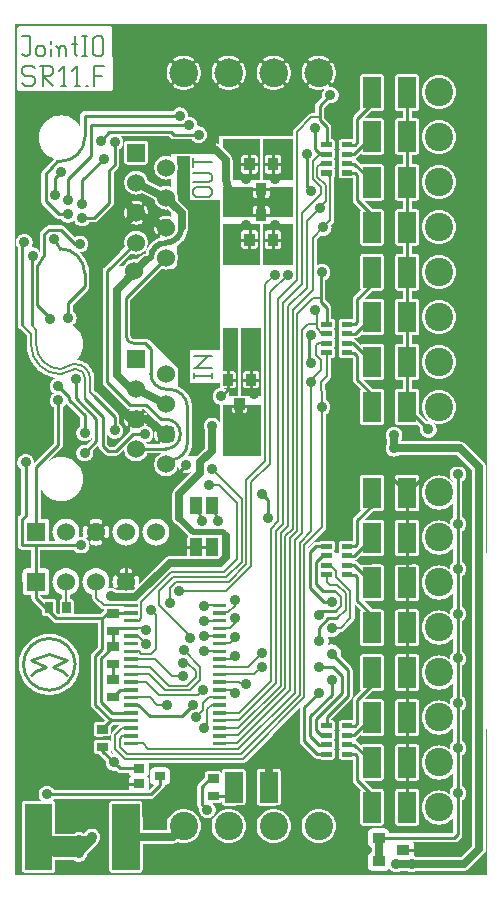
<source format=gbr>
G04 start of page 2 for group 0 idx 0 *
G04 Title: (unknown), component *
G04 Creator: pcb 1.99z *
G04 CreationDate: Wed 16 Feb 2011 18:30:27 GMT UTC *
G04 For: rbarlow *
G04 Format: Gerber/RS-274X *
G04 PCB-Dimensions: 157480 283465 *
G04 PCB-Coordinate-Origin: lower left *
%MOIN*%
%FSLAX25Y25*%
%LNFRONT*%
%ADD11C,0.0200*%
%ADD12C,0.0100*%
%ADD13C,0.0250*%
%ADD14C,0.0216*%
%ADD15C,0.0098*%
%ADD16C,0.0079*%
%ADD17C,0.0110*%
%ADD18C,0.0945*%
%ADD19C,0.0600*%
%ADD20C,0.0360*%
%ADD21C,0.0360*%
%ADD22C,0.0354*%
%ADD23R,0.0394X0.0394*%
%ADD24R,0.0283X0.0283*%
%ADD25R,0.0340X0.0340*%
%ADD26R,0.0167X0.0167*%
%ADD27R,0.0600X0.0600*%
%ADD28R,0.0118X0.0118*%
%ADD29R,0.0290X0.0290*%
%ADD30R,0.0906X0.0906*%
%ADD31C,0.0472*%
%ADD32C,0.0380*%
%ADD33C,0.1280*%
%ADD34C,0.0350*%
%ADD35C,0.0197*%
G54D11*G36*
X148577Y12205D02*X152474D01*
Y9594D01*
X148674Y5794D01*
X133901D01*
X133541Y6014D01*
X133140Y6180D01*
X132911Y6235D01*
X132943Y6370D01*
X132961Y6605D01*
X132943Y10240D01*
X132888Y10469D01*
X132798Y10686D01*
X132786Y10705D01*
X146457D01*
X146692Y10722D01*
X146921Y10777D01*
X147138Y10868D01*
X147339Y10991D01*
X147518Y11144D01*
X147530Y11158D01*
X148577Y12205D01*
G37*
G36*
X149137Y125985D02*X152474D01*
Y9594D01*
X148674Y5794D01*
X147638D01*
Y11266D01*
X148698Y12326D01*
X148852Y12504D01*
X148975Y12705D01*
X149065Y12922D01*
X149120Y13151D01*
X149138Y13386D01*
X149137Y13399D01*
Y24843D01*
X149267Y24923D01*
X149598Y25206D01*
X149881Y25537D01*
X150108Y25908D01*
X150274Y26309D01*
X150376Y26732D01*
X150410Y27166D01*
X150376Y27600D01*
X150274Y28023D01*
X150108Y28424D01*
X149881Y28795D01*
X149598Y29126D01*
X149267Y29409D01*
X149137Y29489D01*
Y39803D01*
X149267Y39883D01*
X149598Y40166D01*
X149881Y40497D01*
X150108Y40868D01*
X150274Y41269D01*
X150376Y41692D01*
X150410Y42126D01*
X150376Y42560D01*
X150274Y42983D01*
X150108Y43384D01*
X149881Y43755D01*
X149598Y44086D01*
X149267Y44369D01*
X149137Y44449D01*
Y54764D01*
X149267Y54844D01*
X149598Y55127D01*
X149881Y55458D01*
X150108Y55829D01*
X150274Y56230D01*
X150376Y56653D01*
X150410Y57087D01*
X150376Y57521D01*
X150274Y57944D01*
X150108Y58345D01*
X149881Y58716D01*
X149598Y59047D01*
X149267Y59330D01*
X149137Y59410D01*
Y69725D01*
X149267Y69805D01*
X149598Y70088D01*
X149881Y70419D01*
X150108Y70790D01*
X150274Y71191D01*
X150376Y71614D01*
X150410Y72048D01*
X150376Y72482D01*
X150274Y72905D01*
X150108Y73306D01*
X149881Y73677D01*
X149598Y74008D01*
X149267Y74291D01*
X149137Y74371D01*
Y84685D01*
X149267Y84765D01*
X149598Y85048D01*
X149881Y85379D01*
X150108Y85750D01*
X150274Y86151D01*
X150376Y86574D01*
X150410Y87008D01*
X150376Y87442D01*
X150274Y87865D01*
X150108Y88266D01*
X149881Y88637D01*
X149598Y88968D01*
X149267Y89251D01*
X149137Y89331D01*
Y99646D01*
X149267Y99726D01*
X149598Y100009D01*
X149881Y100340D01*
X150108Y100711D01*
X150274Y101112D01*
X150376Y101535D01*
X150410Y101969D01*
X150376Y102403D01*
X150274Y102826D01*
X150108Y103227D01*
X149881Y103598D01*
X149598Y103929D01*
X149267Y104212D01*
X149137Y104292D01*
Y114607D01*
X149267Y114687D01*
X149598Y114970D01*
X149881Y115301D01*
X150108Y115672D01*
X150274Y116073D01*
X150376Y116496D01*
X150410Y116930D01*
X150376Y117364D01*
X150274Y117787D01*
X150108Y118188D01*
X149881Y118559D01*
X149598Y118890D01*
X149267Y119173D01*
X149137Y119253D01*
Y125985D01*
G37*
G36*
X112071Y58376D02*X112085Y58388D01*
X112238Y58567D01*
X112361Y58768D01*
X112451Y58985D01*
X112506Y59214D01*
X112524Y59449D01*
Y68111D01*
X112523Y68119D01*
X112507Y68345D01*
X112452Y68574D01*
X112361Y68791D01*
X112238Y68992D01*
X112085Y69171D01*
X112078Y69177D01*
X108545Y72710D01*
X108645Y73126D01*
X108684Y73622D01*
X108645Y74118D01*
X108529Y74602D01*
X108338Y75062D01*
X108078Y75486D01*
X107755Y75865D01*
X107376Y76188D01*
X106952Y76448D01*
X106492Y76639D01*
X106008Y76755D01*
X105512Y76794D01*
X105016Y76755D01*
X104532Y76639D01*
X104222Y76510D01*
X104388Y76911D01*
X104511Y77426D01*
X104553Y77953D01*
X104511Y78480D01*
X104388Y78995D01*
X104222Y79396D01*
X104532Y79267D01*
X105016Y79151D01*
X105512Y79112D01*
X106008Y79151D01*
X106492Y79267D01*
X106952Y79458D01*
X107376Y79718D01*
X107755Y80041D01*
X108078Y80420D01*
X108338Y80844D01*
X108364Y80906D01*
X108661D01*
X108877Y80923D01*
X109087Y80973D01*
X109287Y81056D01*
X109471Y81169D01*
X109635Y81310D01*
X112785Y84460D01*
X112927Y84624D01*
X113040Y84808D01*
X113122Y85008D01*
X113173Y85218D01*
X113190Y85434D01*
X113189Y85447D01*
Y90202D01*
X115282Y88109D01*
X115281Y88108D01*
X115179Y87989D01*
X115097Y87855D01*
X115037Y87710D01*
X115000Y87557D01*
X114988Y87401D01*
X115000Y77009D01*
X115037Y76856D01*
X115097Y76711D01*
X115179Y76577D01*
X115281Y76458D01*
X115400Y76356D01*
X115534Y76274D01*
X115679Y76214D01*
X115748Y76197D01*
Y73409D01*
X115679Y73392D01*
X115534Y73332D01*
X115400Y73250D01*
X115281Y73148D01*
X115179Y73029D01*
X115097Y72895D01*
X115037Y72750D01*
X115000Y72597D01*
X114988Y72441D01*
X115000Y62049D01*
X115037Y61896D01*
X115097Y61751D01*
X115179Y61617D01*
X115281Y61498D01*
X113112Y59329D01*
X112959Y59150D01*
X112836Y58949D01*
X112746Y58732D01*
X112691Y58503D01*
X112673Y58268D01*
Y55512D01*
X109207D01*
X112071Y58376D01*
G37*
G36*
X105436Y51426D02*Y51741D01*
X112071Y58376D01*
X112085Y58388D01*
X112238Y58567D01*
X112361Y58768D01*
X112451Y58985D01*
X112506Y59214D01*
X112524Y59449D01*
Y68111D01*
X112523Y68119D01*
X112507Y68345D01*
X112452Y68574D01*
X112361Y68791D01*
X112238Y68992D01*
X112085Y69171D01*
X112078Y69177D01*
X108545Y72710D01*
X108645Y73126D01*
X108684Y73622D01*
X108645Y74118D01*
X108529Y74602D01*
X108338Y75062D01*
X108078Y75486D01*
X107755Y75865D01*
X107614Y75985D01*
X118898D01*
Y73435D01*
X115832Y73429D01*
X115679Y73392D01*
X115534Y73332D01*
X115400Y73250D01*
X115281Y73148D01*
X115179Y73029D01*
X115097Y72895D01*
X115037Y72750D01*
X115000Y72597D01*
X114988Y72441D01*
X115000Y62049D01*
X115037Y61896D01*
X115097Y61751D01*
X115179Y61617D01*
X115281Y61498D01*
X113112Y59329D01*
X112959Y59150D01*
X112836Y58949D01*
X112746Y58732D01*
X112691Y58503D01*
X112673Y58268D01*
Y51387D01*
X112555Y51415D01*
X112401Y51427D01*
X108703Y51415D01*
X108553Y51379D01*
X108410Y51320D01*
X108279Y51239D01*
X108161Y51139D01*
X108061Y51021D01*
X107980Y50890D01*
X107921Y50747D01*
X107885Y50597D01*
X107873Y50443D01*
X107885Y48615D01*
X107921Y48465D01*
X107980Y48322D01*
X108061Y48191D01*
X108161Y48073D01*
X108211Y48031D01*
X108161Y47989D01*
X108061Y47871D01*
X107980Y47740D01*
X107938Y47638D01*
X106627D01*
X106585Y47740D01*
X106504Y47871D01*
X106404Y47989D01*
X106354Y48031D01*
X106404Y48073D01*
X106504Y48191D01*
X106585Y48322D01*
X106644Y48465D01*
X106680Y48615D01*
X106692Y48769D01*
X106680Y50597D01*
X106644Y50747D01*
X106585Y50890D01*
X106504Y51021D01*
X106404Y51139D01*
X106286Y51239D01*
X106155Y51320D01*
X106012Y51379D01*
X105862Y51415D01*
X105708Y51427D01*
X105436Y51426D01*
G37*
G36*
X85827Y46457D02*Y46478D01*
X94957Y55608D01*
Y46457D01*
X85827D01*
G37*
G36*
X96452Y283465D02*X98031D01*
Y272058D01*
X98028Y272056D01*
X97968Y272008D01*
X97915Y271951D01*
X97873Y271887D01*
X97841Y271816D01*
X97820Y271742D01*
X97811Y271665D01*
X97815Y271588D01*
X97830Y271513D01*
X97857Y271440D01*
X97895Y271373D01*
X97943Y271313D01*
X98000Y271260D01*
X98031Y271240D01*
Y263407D01*
X98000Y263387D01*
X97943Y263334D01*
X97895Y263274D01*
X97857Y263207D01*
X97830Y263134D01*
X97815Y263059D01*
X97811Y262982D01*
X97820Y262905D01*
X97841Y262831D01*
X97873Y262760D01*
X97915Y262696D01*
X97968Y262639D01*
X98028Y262591D01*
X98031Y262589D01*
Y253493D01*
X98009Y253479D01*
X97844Y253338D01*
X96452Y251946D01*
Y264189D01*
X96487Y264132D01*
X96535Y264072D01*
X96592Y264019D01*
X96656Y263977D01*
X96727Y263945D01*
X96801Y263924D01*
X96878Y263915D01*
X96955Y263919D01*
X97030Y263934D01*
X97103Y263961D01*
X97170Y263999D01*
X97230Y264047D01*
X97283Y264104D01*
X97325Y264168D01*
X97357Y264239D01*
X97378Y264313D01*
X97387Y264390D01*
X97383Y264467D01*
X97368Y264542D01*
X97341Y264615D01*
X97303Y264682D01*
X97079Y265050D01*
X96889Y265437D01*
X96735Y265840D01*
X96618Y266255D01*
X96540Y266679D01*
X96500Y267108D01*
Y267539D01*
X96540Y267968D01*
X96618Y268392D01*
X96735Y268807D01*
X96889Y269210D01*
X97079Y269597D01*
X97303Y269965D01*
X97341Y270032D01*
X97368Y270105D01*
X97383Y270180D01*
X97387Y270257D01*
X97378Y270334D01*
X97357Y270408D01*
X97325Y270479D01*
X97283Y270543D01*
X97230Y270600D01*
X97170Y270648D01*
X97103Y270686D01*
X97030Y270713D01*
X96955Y270728D01*
X96878Y270732D01*
X96801Y270723D01*
X96727Y270702D01*
X96656Y270670D01*
X96592Y270628D01*
X96535Y270575D01*
X96487Y270515D01*
X96452Y270458D01*
Y283465D01*
G37*
G36*
X92716Y246063D02*X90987D01*
Y264189D01*
X91223Y264576D01*
X91453Y265044D01*
X91639Y265531D01*
X91779Y266032D01*
X91874Y266544D01*
X91922Y267063D01*
Y267584D01*
X91874Y268103D01*
X91779Y268615D01*
X91639Y269116D01*
X91453Y269603D01*
X91223Y270071D01*
X90987Y270458D01*
Y283465D01*
X96452D01*
Y270458D01*
X96216Y270071D01*
X95986Y269603D01*
X95800Y269116D01*
X95660Y268615D01*
X95565Y268103D01*
X95517Y267584D01*
Y267063D01*
X95565Y266544D01*
X95660Y266032D01*
X95800Y265531D01*
X95986Y265044D01*
X96216Y264576D01*
X96452Y264189D01*
Y251946D01*
X93119Y248613D01*
X93029Y248506D01*
X92979Y248448D01*
X92866Y248264D01*
X92783Y248064D01*
X92733Y247854D01*
X92716Y247638D01*
Y246063D01*
G37*
G36*
X90987D02*X86220D01*
Y261621D01*
X86480D01*
X86999Y261669D01*
X87511Y261764D01*
X88012Y261904D01*
X88499Y262090D01*
X88967Y262320D01*
X89411Y262591D01*
X89471Y262639D01*
X89524Y262696D01*
X89566Y262760D01*
X89598Y262831D01*
X89619Y262905D01*
X89628Y262982D01*
X89624Y263059D01*
X89609Y263134D01*
X89582Y263207D01*
X89544Y263274D01*
X89496Y263334D01*
X89439Y263387D01*
X89375Y263429D01*
X89304Y263461D01*
X89230Y263482D01*
X89153Y263491D01*
X89076Y263487D01*
X89001Y263472D01*
X88928Y263445D01*
X88861Y263407D01*
X88493Y263183D01*
X88106Y262993D01*
X87703Y262839D01*
X87288Y262722D01*
X86864Y262644D01*
X86435Y262604D01*
X86220D01*
Y272043D01*
X86435D01*
X86864Y272003D01*
X87288Y271925D01*
X87703Y271808D01*
X88106Y271654D01*
X88493Y271464D01*
X88861Y271240D01*
X88928Y271202D01*
X89001Y271175D01*
X89076Y271160D01*
X89153Y271156D01*
X89230Y271165D01*
X89304Y271186D01*
X89375Y271218D01*
X89439Y271260D01*
X89496Y271313D01*
X89544Y271373D01*
X89582Y271440D01*
X89609Y271513D01*
X89624Y271588D01*
X89628Y271665D01*
X89619Y271742D01*
X89598Y271816D01*
X89566Y271887D01*
X89524Y271951D01*
X89471Y272008D01*
X89411Y272056D01*
X88967Y272327D01*
X88499Y272557D01*
X88012Y272743D01*
X87511Y272883D01*
X86999Y272978D01*
X86480Y273026D01*
X86220D01*
Y283465D01*
X90987D01*
Y270458D01*
X90952Y270515D01*
X90904Y270575D01*
X90847Y270628D01*
X90783Y270670D01*
X90712Y270702D01*
X90638Y270723D01*
X90561Y270732D01*
X90484Y270728D01*
X90409Y270713D01*
X90336Y270686D01*
X90269Y270648D01*
X90209Y270600D01*
X90156Y270543D01*
X90114Y270479D01*
X90082Y270408D01*
X90061Y270334D01*
X90052Y270257D01*
X90056Y270180D01*
X90071Y270105D01*
X90098Y270032D01*
X90136Y269965D01*
X90360Y269597D01*
X90550Y269210D01*
X90704Y268807D01*
X90821Y268392D01*
X90899Y267968D01*
X90939Y267539D01*
Y267108D01*
X90899Y266679D01*
X90821Y266255D01*
X90704Y265840D01*
X90550Y265437D01*
X90360Y265050D01*
X90136Y264682D01*
X90098Y264615D01*
X90071Y264542D01*
X90056Y264467D01*
X90052Y264390D01*
X90061Y264313D01*
X90082Y264239D01*
X90114Y264168D01*
X90156Y264104D01*
X90209Y264047D01*
X90269Y263999D01*
X90336Y263961D01*
X90409Y263934D01*
X90484Y263919D01*
X90561Y263915D01*
X90638Y263924D01*
X90712Y263945D01*
X90783Y263977D01*
X90847Y264019D01*
X90904Y264072D01*
X90952Y264132D01*
X90987Y264189D01*
Y246063D01*
G37*
G36*
X86220D02*X81452D01*
Y264189D01*
X81487Y264132D01*
X81535Y264072D01*
X81592Y264019D01*
X81656Y263977D01*
X81727Y263945D01*
X81801Y263924D01*
X81878Y263915D01*
X81955Y263919D01*
X82030Y263934D01*
X82103Y263961D01*
X82170Y263999D01*
X82230Y264047D01*
X82283Y264104D01*
X82325Y264168D01*
X82357Y264239D01*
X82378Y264313D01*
X82387Y264390D01*
X82383Y264467D01*
X82368Y264542D01*
X82341Y264615D01*
X82303Y264682D01*
X82079Y265050D01*
X81889Y265437D01*
X81735Y265840D01*
X81618Y266255D01*
X81540Y266679D01*
X81500Y267108D01*
Y267539D01*
X81540Y267968D01*
X81618Y268392D01*
X81735Y268807D01*
X81889Y269210D01*
X82079Y269597D01*
X82303Y269965D01*
X82341Y270032D01*
X82368Y270105D01*
X82383Y270180D01*
X82387Y270257D01*
X82378Y270334D01*
X82357Y270408D01*
X82325Y270479D01*
X82283Y270543D01*
X82230Y270600D01*
X82170Y270648D01*
X82103Y270686D01*
X82030Y270713D01*
X81955Y270728D01*
X81878Y270732D01*
X81801Y270723D01*
X81727Y270702D01*
X81656Y270670D01*
X81592Y270628D01*
X81535Y270575D01*
X81487Y270515D01*
X81452Y270458D01*
Y283465D01*
X86220D01*
Y273026D01*
X85959D01*
X85440Y272978D01*
X84928Y272883D01*
X84427Y272743D01*
X83940Y272557D01*
X83472Y272327D01*
X83028Y272056D01*
X82968Y272008D01*
X82915Y271951D01*
X82873Y271887D01*
X82841Y271816D01*
X82820Y271742D01*
X82811Y271665D01*
X82815Y271588D01*
X82830Y271513D01*
X82857Y271440D01*
X82895Y271373D01*
X82943Y271313D01*
X83000Y271260D01*
X83064Y271218D01*
X83135Y271186D01*
X83209Y271165D01*
X83286Y271156D01*
X83363Y271160D01*
X83438Y271175D01*
X83511Y271202D01*
X83578Y271240D01*
X83946Y271464D01*
X84333Y271654D01*
X84736Y271808D01*
X85151Y271925D01*
X85575Y272003D01*
X86004Y272043D01*
X86220D01*
Y262604D01*
X86004D01*
X85575Y262644D01*
X85151Y262722D01*
X84736Y262839D01*
X84333Y262993D01*
X83946Y263183D01*
X83578Y263407D01*
X83511Y263445D01*
X83438Y263472D01*
X83363Y263487D01*
X83286Y263491D01*
X83209Y263482D01*
X83135Y263461D01*
X83064Y263429D01*
X83000Y263387D01*
X82943Y263334D01*
X82895Y263274D01*
X82857Y263207D01*
X82830Y263134D01*
X82815Y263059D01*
X82811Y262982D01*
X82820Y262905D01*
X82841Y262831D01*
X82873Y262760D01*
X82915Y262696D01*
X82968Y262639D01*
X83028Y262591D01*
X83472Y262320D01*
X83940Y262090D01*
X84427Y261904D01*
X84928Y261764D01*
X85440Y261669D01*
X85959Y261621D01*
X86220D01*
Y246063D01*
G37*
G36*
X81452D02*X75987D01*
Y264189D01*
X76223Y264576D01*
X76453Y265044D01*
X76639Y265531D01*
X76779Y266032D01*
X76874Y266544D01*
X76922Y267063D01*
Y267584D01*
X76874Y268103D01*
X76779Y268615D01*
X76639Y269116D01*
X76453Y269603D01*
X76223Y270071D01*
X75987Y270458D01*
Y283465D01*
X81452D01*
Y270458D01*
X81216Y270071D01*
X80986Y269603D01*
X80800Y269116D01*
X80660Y268615D01*
X80565Y268103D01*
X80517Y267584D01*
Y267063D01*
X80565Y266544D01*
X80660Y266032D01*
X80800Y265531D01*
X80986Y265044D01*
X81216Y264576D01*
X81452Y264189D01*
Y246063D01*
G37*
G36*
X75987D02*X71220D01*
Y261621D01*
X71480D01*
X71999Y261669D01*
X72511Y261764D01*
X73012Y261904D01*
X73499Y262090D01*
X73967Y262320D01*
X74411Y262591D01*
X74471Y262639D01*
X74524Y262696D01*
X74566Y262760D01*
X74598Y262831D01*
X74619Y262905D01*
X74628Y262982D01*
X74624Y263059D01*
X74609Y263134D01*
X74582Y263207D01*
X74544Y263274D01*
X74496Y263334D01*
X74439Y263387D01*
X74375Y263429D01*
X74304Y263461D01*
X74230Y263482D01*
X74153Y263491D01*
X74076Y263487D01*
X74001Y263472D01*
X73928Y263445D01*
X73861Y263407D01*
X73493Y263183D01*
X73106Y262993D01*
X72703Y262839D01*
X72288Y262722D01*
X71864Y262644D01*
X71435Y262604D01*
X71220D01*
Y272043D01*
X71435D01*
X71864Y272003D01*
X72288Y271925D01*
X72703Y271808D01*
X73106Y271654D01*
X73493Y271464D01*
X73861Y271240D01*
X73928Y271202D01*
X74001Y271175D01*
X74076Y271160D01*
X74153Y271156D01*
X74230Y271165D01*
X74304Y271186D01*
X74375Y271218D01*
X74439Y271260D01*
X74496Y271313D01*
X74544Y271373D01*
X74582Y271440D01*
X74609Y271513D01*
X74624Y271588D01*
X74628Y271665D01*
X74619Y271742D01*
X74598Y271816D01*
X74566Y271887D01*
X74524Y271951D01*
X74471Y272008D01*
X74411Y272056D01*
X73967Y272327D01*
X73499Y272557D01*
X73012Y272743D01*
X72511Y272883D01*
X71999Y272978D01*
X71480Y273026D01*
X71220D01*
Y283465D01*
X75987D01*
Y270458D01*
X75952Y270515D01*
X75904Y270575D01*
X75847Y270628D01*
X75783Y270670D01*
X75712Y270702D01*
X75638Y270723D01*
X75561Y270732D01*
X75484Y270728D01*
X75409Y270713D01*
X75336Y270686D01*
X75269Y270648D01*
X75209Y270600D01*
X75156Y270543D01*
X75114Y270479D01*
X75082Y270408D01*
X75061Y270334D01*
X75052Y270257D01*
X75056Y270180D01*
X75071Y270105D01*
X75098Y270032D01*
X75136Y269965D01*
X75360Y269597D01*
X75550Y269210D01*
X75704Y268807D01*
X75821Y268392D01*
X75899Y267968D01*
X75939Y267539D01*
Y267108D01*
X75899Y266679D01*
X75821Y266255D01*
X75704Y265840D01*
X75550Y265437D01*
X75360Y265050D01*
X75136Y264682D01*
X75098Y264615D01*
X75071Y264542D01*
X75056Y264467D01*
X75052Y264390D01*
X75061Y264313D01*
X75082Y264239D01*
X75114Y264168D01*
X75156Y264104D01*
X75209Y264047D01*
X75269Y263999D01*
X75336Y263961D01*
X75409Y263934D01*
X75484Y263919D01*
X75561Y263915D01*
X75638Y263924D01*
X75712Y263945D01*
X75783Y263977D01*
X75847Y264019D01*
X75904Y264072D01*
X75952Y264132D01*
X75987Y264189D01*
Y246063D01*
G37*
G36*
X71220D02*X66452D01*
Y264189D01*
X66487Y264132D01*
X66535Y264072D01*
X66592Y264019D01*
X66656Y263977D01*
X66727Y263945D01*
X66801Y263924D01*
X66878Y263915D01*
X66955Y263919D01*
X67030Y263934D01*
X67103Y263961D01*
X67170Y263999D01*
X67230Y264047D01*
X67283Y264104D01*
X67325Y264168D01*
X67357Y264239D01*
X67378Y264313D01*
X67387Y264390D01*
X67383Y264467D01*
X67368Y264542D01*
X67341Y264615D01*
X67303Y264682D01*
X67079Y265050D01*
X66889Y265437D01*
X66735Y265840D01*
X66618Y266255D01*
X66540Y266679D01*
X66500Y267108D01*
Y267539D01*
X66540Y267968D01*
X66618Y268392D01*
X66735Y268807D01*
X66889Y269210D01*
X67079Y269597D01*
X67303Y269965D01*
X67341Y270032D01*
X67368Y270105D01*
X67383Y270180D01*
X67387Y270257D01*
X67378Y270334D01*
X67357Y270408D01*
X67325Y270479D01*
X67283Y270543D01*
X67230Y270600D01*
X67170Y270648D01*
X67103Y270686D01*
X67030Y270713D01*
X66955Y270728D01*
X66878Y270732D01*
X66801Y270723D01*
X66727Y270702D01*
X66656Y270670D01*
X66592Y270628D01*
X66535Y270575D01*
X66487Y270515D01*
X66452Y270458D01*
Y283465D01*
X71220D01*
Y273026D01*
X70959D01*
X70440Y272978D01*
X69928Y272883D01*
X69427Y272743D01*
X68940Y272557D01*
X68472Y272327D01*
X68028Y272056D01*
X67968Y272008D01*
X67915Y271951D01*
X67873Y271887D01*
X67841Y271816D01*
X67820Y271742D01*
X67811Y271665D01*
X67815Y271588D01*
X67830Y271513D01*
X67857Y271440D01*
X67895Y271373D01*
X67943Y271313D01*
X68000Y271260D01*
X68064Y271218D01*
X68135Y271186D01*
X68209Y271165D01*
X68286Y271156D01*
X68363Y271160D01*
X68438Y271175D01*
X68511Y271202D01*
X68578Y271240D01*
X68946Y271464D01*
X69333Y271654D01*
X69736Y271808D01*
X70151Y271925D01*
X70575Y272003D01*
X71004Y272043D01*
X71220D01*
Y262604D01*
X71004D01*
X70575Y262644D01*
X70151Y262722D01*
X69736Y262839D01*
X69333Y262993D01*
X68946Y263183D01*
X68578Y263407D01*
X68511Y263445D01*
X68438Y263472D01*
X68363Y263487D01*
X68286Y263491D01*
X68209Y263482D01*
X68135Y263461D01*
X68064Y263429D01*
X68000Y263387D01*
X67943Y263334D01*
X67895Y263274D01*
X67857Y263207D01*
X67830Y263134D01*
X67815Y263059D01*
X67811Y262982D01*
X67820Y262905D01*
X67841Y262831D01*
X67873Y262760D01*
X67915Y262696D01*
X67968Y262639D01*
X68028Y262591D01*
X68472Y262320D01*
X68940Y262090D01*
X69427Y261904D01*
X69928Y261764D01*
X70440Y261669D01*
X70959Y261621D01*
X71220D01*
Y246063D01*
G37*
G36*
X66452D02*X63949D01*
X63986Y246217D01*
X64020Y246655D01*
X63986Y247093D01*
X63883Y247520D01*
X63715Y247926D01*
X63485Y248301D01*
X63200Y248635D01*
X62866Y248920D01*
X62491Y249150D01*
X62085Y249318D01*
X61658Y249421D01*
X61220Y249455D01*
X60987Y249437D01*
Y264189D01*
X61223Y264576D01*
X61453Y265044D01*
X61639Y265531D01*
X61779Y266032D01*
X61874Y266544D01*
X61922Y267063D01*
Y267584D01*
X61874Y268103D01*
X61779Y268615D01*
X61639Y269116D01*
X61453Y269603D01*
X61223Y270071D01*
X60987Y270458D01*
Y283465D01*
X66452D01*
Y270458D01*
X66216Y270071D01*
X65986Y269603D01*
X65800Y269116D01*
X65660Y268615D01*
X65565Y268103D01*
X65517Y267584D01*
Y267063D01*
X65565Y266544D01*
X65660Y266032D01*
X65800Y265531D01*
X65986Y265044D01*
X66216Y264576D01*
X66452Y264189D01*
Y246063D01*
G37*
G36*
X60987Y249437D02*X60842Y249426D01*
X60871Y249804D01*
X60837Y250242D01*
X60734Y250669D01*
X60566Y251075D01*
X60336Y251450D01*
X60051Y251784D01*
X59717Y252069D01*
X59342Y252299D01*
X58936Y252467D01*
X58509Y252570D01*
X58071Y252604D01*
X57692Y252575D01*
X57721Y252954D01*
X57687Y253392D01*
X57584Y253819D01*
X57416Y254225D01*
X57186Y254600D01*
X56901Y254934D01*
X56567Y255219D01*
X56220Y255432D01*
Y261621D01*
X56480D01*
X56999Y261669D01*
X57511Y261764D01*
X58012Y261904D01*
X58499Y262090D01*
X58967Y262320D01*
X59411Y262591D01*
X59471Y262639D01*
X59524Y262696D01*
X59566Y262760D01*
X59598Y262831D01*
X59619Y262905D01*
X59628Y262982D01*
X59624Y263059D01*
X59609Y263134D01*
X59582Y263207D01*
X59544Y263274D01*
X59496Y263334D01*
X59439Y263387D01*
X59375Y263429D01*
X59304Y263461D01*
X59230Y263482D01*
X59153Y263491D01*
X59076Y263487D01*
X59001Y263472D01*
X58928Y263445D01*
X58861Y263407D01*
X58493Y263183D01*
X58106Y262993D01*
X57703Y262839D01*
X57288Y262722D01*
X56864Y262644D01*
X56435Y262604D01*
X56220D01*
Y272043D01*
X56435D01*
X56864Y272003D01*
X57288Y271925D01*
X57703Y271808D01*
X58106Y271654D01*
X58493Y271464D01*
X58861Y271240D01*
X58928Y271202D01*
X59001Y271175D01*
X59076Y271160D01*
X59153Y271156D01*
X59230Y271165D01*
X59304Y271186D01*
X59375Y271218D01*
X59439Y271260D01*
X59496Y271313D01*
X59544Y271373D01*
X59582Y271440D01*
X59609Y271513D01*
X59624Y271588D01*
X59628Y271665D01*
X59619Y271742D01*
X59598Y271816D01*
X59566Y271887D01*
X59524Y271951D01*
X59471Y272008D01*
X59411Y272056D01*
X58967Y272327D01*
X58499Y272557D01*
X58012Y272743D01*
X57511Y272883D01*
X56999Y272978D01*
X56480Y273026D01*
X56220D01*
Y283465D01*
X60987D01*
Y270458D01*
X60952Y270515D01*
X60904Y270575D01*
X60847Y270628D01*
X60783Y270670D01*
X60712Y270702D01*
X60638Y270723D01*
X60561Y270732D01*
X60484Y270728D01*
X60409Y270713D01*
X60336Y270686D01*
X60269Y270648D01*
X60209Y270600D01*
X60156Y270543D01*
X60114Y270479D01*
X60082Y270408D01*
X60061Y270334D01*
X60052Y270257D01*
X60056Y270180D01*
X60071Y270105D01*
X60098Y270032D01*
X60136Y269965D01*
X60360Y269597D01*
X60550Y269210D01*
X60704Y268807D01*
X60821Y268392D01*
X60899Y267968D01*
X60939Y267539D01*
Y267108D01*
X60899Y266679D01*
X60821Y266255D01*
X60704Y265840D01*
X60550Y265437D01*
X60360Y265050D01*
X60136Y264682D01*
X60098Y264615D01*
X60071Y264542D01*
X60056Y264467D01*
X60052Y264390D01*
X60061Y264313D01*
X60082Y264239D01*
X60114Y264168D01*
X60156Y264104D01*
X60209Y264047D01*
X60269Y263999D01*
X60336Y263961D01*
X60409Y263934D01*
X60484Y263919D01*
X60561Y263915D01*
X60638Y263924D01*
X60712Y263945D01*
X60783Y263977D01*
X60847Y264019D01*
X60904Y264072D01*
X60952Y264132D01*
X60987Y264189D01*
Y249437D01*
G37*
G36*
X56220Y255432D02*X56192Y255449D01*
X55786Y255617D01*
X55359Y255720D01*
X54921Y255754D01*
X54483Y255720D01*
X54056Y255617D01*
X53650Y255449D01*
X53275Y255219D01*
X52941Y254934D01*
X52656Y254600D01*
X52566Y254454D01*
X51452D01*
Y264189D01*
X51487Y264132D01*
X51535Y264072D01*
X51592Y264019D01*
X51656Y263977D01*
X51727Y263945D01*
X51801Y263924D01*
X51878Y263915D01*
X51955Y263919D01*
X52030Y263934D01*
X52103Y263961D01*
X52170Y263999D01*
X52230Y264047D01*
X52283Y264104D01*
X52325Y264168D01*
X52357Y264239D01*
X52378Y264313D01*
X52387Y264390D01*
X52383Y264467D01*
X52368Y264542D01*
X52341Y264615D01*
X52303Y264682D01*
X52079Y265050D01*
X51889Y265437D01*
X51735Y265840D01*
X51618Y266255D01*
X51540Y266679D01*
X51500Y267108D01*
Y267539D01*
X51540Y267968D01*
X51618Y268392D01*
X51735Y268807D01*
X51889Y269210D01*
X52079Y269597D01*
X52303Y269965D01*
X52341Y270032D01*
X52368Y270105D01*
X52383Y270180D01*
X52387Y270257D01*
X52378Y270334D01*
X52357Y270408D01*
X52325Y270479D01*
X52283Y270543D01*
X52230Y270600D01*
X52170Y270648D01*
X52103Y270686D01*
X52030Y270713D01*
X51955Y270728D01*
X51878Y270732D01*
X51801Y270723D01*
X51727Y270702D01*
X51656Y270670D01*
X51592Y270628D01*
X51535Y270575D01*
X51487Y270515D01*
X51452Y270458D01*
Y283465D01*
X56220D01*
Y273026D01*
X55959D01*
X55440Y272978D01*
X54928Y272883D01*
X54427Y272743D01*
X53940Y272557D01*
X53472Y272327D01*
X53028Y272056D01*
X52968Y272008D01*
X52915Y271951D01*
X52873Y271887D01*
X52841Y271816D01*
X52820Y271742D01*
X52811Y271665D01*
X52815Y271588D01*
X52830Y271513D01*
X52857Y271440D01*
X52895Y271373D01*
X52943Y271313D01*
X53000Y271260D01*
X53064Y271218D01*
X53135Y271186D01*
X53209Y271165D01*
X53286Y271156D01*
X53363Y271160D01*
X53438Y271175D01*
X53511Y271202D01*
X53578Y271240D01*
X53946Y271464D01*
X54333Y271654D01*
X54736Y271808D01*
X55151Y271925D01*
X55575Y272003D01*
X56004Y272043D01*
X56220D01*
Y262604D01*
X56004D01*
X55575Y262644D01*
X55151Y262722D01*
X54736Y262839D01*
X54333Y262993D01*
X53946Y263183D01*
X53578Y263407D01*
X53511Y263445D01*
X53438Y263472D01*
X53363Y263487D01*
X53286Y263491D01*
X53209Y263482D01*
X53135Y263461D01*
X53064Y263429D01*
X53000Y263387D01*
X52943Y263334D01*
X52895Y263274D01*
X52857Y263207D01*
X52830Y263134D01*
X52815Y263059D01*
X52811Y262982D01*
X52820Y262905D01*
X52841Y262831D01*
X52873Y262760D01*
X52915Y262696D01*
X52968Y262639D01*
X53028Y262591D01*
X53472Y262320D01*
X53940Y262090D01*
X54427Y261904D01*
X54928Y261764D01*
X55440Y261669D01*
X55959Y261621D01*
X56220D01*
Y255432D01*
G37*
G36*
X51452Y254454D02*X23228D01*
X22993Y254436D01*
X22764Y254381D01*
X22547Y254291D01*
X22346Y254168D01*
X22167Y254015D01*
X22014Y253836D01*
X21891Y253635D01*
X21801Y253418D01*
X21746Y253189D01*
X21728Y252954D01*
X21736Y252850D01*
Y249375D01*
X21341Y250020D01*
X20587Y250903D01*
X19704Y251657D01*
X18714Y252263D01*
X17641Y252708D01*
X16727Y252927D01*
Y261297D01*
X32091Y261302D01*
X32211Y261331D01*
X32325Y261378D01*
X32431Y261442D01*
X32524Y261523D01*
X32605Y261616D01*
X32669Y261722D01*
X32716Y261836D01*
X32745Y261956D01*
X32755Y262079D01*
X32745Y272258D01*
X32716Y272378D01*
X32669Y272492D01*
X32605Y272598D01*
X32524Y272691D01*
X32431Y272772D01*
X32424Y272776D01*
X32415Y282105D01*
X32386Y282225D01*
X32339Y282339D01*
X32275Y282445D01*
X32194Y282538D01*
X32101Y282619D01*
X31995Y282683D01*
X31881Y282730D01*
X31761Y282759D01*
X31638Y282769D01*
X16727Y282764D01*
Y283465D01*
X51452D01*
Y270458D01*
X51216Y270071D01*
X50986Y269603D01*
X50800Y269116D01*
X50660Y268615D01*
X50565Y268103D01*
X50517Y267584D01*
Y267063D01*
X50565Y266544D01*
X50660Y266032D01*
X50800Y265531D01*
X50986Y265044D01*
X51216Y264576D01*
X51452Y264189D01*
Y254454D01*
G37*
G36*
X16727Y252927D02*X16512Y252979D01*
X15354Y253070D01*
X14196Y252979D01*
X13067Y252708D01*
X11994Y252263D01*
X11004Y251657D01*
X10121Y250903D01*
X9367Y250020D01*
X8761Y249030D01*
X8316Y247957D01*
X8045Y246828D01*
X7985Y246063D01*
X0D01*
Y283465D01*
X16727D01*
Y282764D01*
X1363Y282759D01*
X1243Y282730D01*
X1129Y282683D01*
X1023Y282619D01*
X930Y282538D01*
X849Y282445D01*
X785Y282339D01*
X738Y282225D01*
X709Y282105D01*
X699Y281982D01*
X709Y272253D01*
X699Y272135D01*
X709Y261956D01*
X738Y261836D01*
X785Y261722D01*
X849Y261616D01*
X930Y261523D01*
X1023Y261442D01*
X1129Y261378D01*
X1243Y261331D01*
X1363Y261302D01*
X1486Y261292D01*
X16727Y261297D01*
Y252927D01*
G37*
G36*
X130708Y139876D02*X147493D01*
X152474Y134894D01*
Y107087D01*
X149137D01*
Y114607D01*
X149267Y114687D01*
X149598Y114970D01*
X149881Y115301D01*
X150108Y115672D01*
X150274Y116073D01*
X150376Y116496D01*
X150410Y116930D01*
X150376Y117364D01*
X150274Y117787D01*
X150108Y118188D01*
X149881Y118559D01*
X149598Y118890D01*
X149267Y119173D01*
X149137Y119253D01*
Y131142D01*
X149267Y131222D01*
X149598Y131505D01*
X149881Y131836D01*
X150108Y132207D01*
X150274Y132608D01*
X150376Y133031D01*
X150410Y133465D01*
X150376Y133899D01*
X150274Y134322D01*
X150108Y134723D01*
X149881Y135094D01*
X149598Y135425D01*
X149267Y135708D01*
X148896Y135935D01*
X148495Y136101D01*
X148072Y136203D01*
X147638Y136237D01*
X147204Y136203D01*
X146781Y136101D01*
X146380Y135935D01*
X146009Y135708D01*
X145678Y135425D01*
X145395Y135094D01*
X145168Y134723D01*
X145002Y134322D01*
X144900Y133899D01*
X144866Y133465D01*
X144900Y133031D01*
X145002Y132608D01*
X145168Y132207D01*
X145395Y131836D01*
X145678Y131505D01*
X146009Y131222D01*
X146138Y131143D01*
Y130424D01*
X145958Y130718D01*
X145376Y131399D01*
X144695Y131981D01*
X143931Y132449D01*
X143103Y132792D01*
X142232Y133001D01*
X141339Y133071D01*
X140446Y133001D01*
X139575Y132792D01*
X138747Y132449D01*
X137983Y131981D01*
X137302Y131399D01*
X136720Y130718D01*
X136252Y129954D01*
X135909Y129126D01*
X135700Y128255D01*
X135630Y127362D01*
X135700Y126469D01*
X135909Y125598D01*
X136252Y124770D01*
X136720Y124006D01*
X137302Y123325D01*
X137983Y122743D01*
X138747Y122275D01*
X139575Y121932D01*
X140446Y121723D01*
X141339Y121653D01*
X142232Y121723D01*
X143103Y121932D01*
X143931Y122275D01*
X144695Y122743D01*
X145376Y123325D01*
X145958Y124006D01*
X146138Y124300D01*
Y119252D01*
X146009Y119173D01*
X145678Y118890D01*
X145395Y118559D01*
X145168Y118188D01*
X145002Y117787D01*
X144900Y117364D01*
X144866Y116930D01*
X144874Y116828D01*
X144695Y116981D01*
X143931Y117449D01*
X143103Y117792D01*
X142232Y118001D01*
X141339Y118071D01*
X140446Y118001D01*
X139575Y117792D01*
X138747Y117449D01*
X137983Y116981D01*
X137302Y116399D01*
X136720Y115718D01*
X136252Y114954D01*
X135909Y114126D01*
X135700Y113255D01*
X135630Y112362D01*
X135700Y111469D01*
X135909Y110598D01*
X136252Y109770D01*
X136720Y109006D01*
X137302Y108325D01*
X137983Y107743D01*
X138747Y107275D01*
X139201Y107087D01*
X134708D01*
X134696Y117478D01*
X134659Y117631D01*
X134599Y117776D01*
X134517Y117910D01*
X134415Y118029D01*
X134296Y118131D01*
X134162Y118213D01*
X134017Y118273D01*
X133864Y118310D01*
X133708Y118322D01*
X130708Y118316D01*
Y121053D01*
X133864Y121059D01*
X134017Y121096D01*
X134162Y121156D01*
X134296Y121238D01*
X134415Y121340D01*
X134517Y121459D01*
X134599Y121593D01*
X134659Y121738D01*
X134696Y121891D01*
X134708Y122047D01*
X134696Y132439D01*
X134659Y132592D01*
X134599Y132737D01*
X134517Y132871D01*
X134415Y132990D01*
X134296Y133092D01*
X134162Y133174D01*
X134017Y133234D01*
X133864Y133271D01*
X133708Y133283D01*
X130708Y133277D01*
Y139876D01*
G37*
G36*
X141339Y283465D02*X157480D01*
Y107087D01*
X156973D01*
Y135813D01*
X156974Y135826D01*
X156946Y136178D01*
X156864Y136521D01*
X156729Y136847D01*
X156544Y137149D01*
X156315Y137417D01*
X150028Y143705D01*
X150017Y143718D01*
X149748Y143947D01*
X149447Y144132D01*
X149121Y144267D01*
X148777Y144349D01*
X148425Y144377D01*
X141339D01*
Y150159D01*
X142232Y150229D01*
X143103Y150438D01*
X143931Y150781D01*
X144695Y151249D01*
X145376Y151831D01*
X145958Y152512D01*
X146426Y153276D01*
X146769Y154104D01*
X146978Y154975D01*
X147048Y155868D01*
X146978Y156761D01*
X146769Y157632D01*
X146426Y158460D01*
X145958Y159224D01*
X145376Y159905D01*
X144695Y160487D01*
X143931Y160955D01*
X143103Y161298D01*
X142232Y161507D01*
X141339Y161577D01*
Y165159D01*
X142232Y165229D01*
X143103Y165438D01*
X143931Y165781D01*
X144695Y166249D01*
X145376Y166831D01*
X145958Y167512D01*
X146426Y168276D01*
X146769Y169104D01*
X146978Y169975D01*
X147048Y170868D01*
X146978Y171761D01*
X146769Y172632D01*
X146426Y173460D01*
X145958Y174224D01*
X145376Y174905D01*
X144695Y175487D01*
X143931Y175955D01*
X143103Y176298D01*
X142232Y176507D01*
X141339Y176577D01*
Y180159D01*
X142232Y180229D01*
X143103Y180438D01*
X143931Y180781D01*
X144695Y181249D01*
X145376Y181831D01*
X145958Y182512D01*
X146426Y183276D01*
X146769Y184104D01*
X146978Y184975D01*
X147048Y185868D01*
X146978Y186761D01*
X146769Y187632D01*
X146426Y188460D01*
X145958Y189224D01*
X145376Y189905D01*
X144695Y190487D01*
X143931Y190955D01*
X143103Y191298D01*
X142232Y191507D01*
X141339Y191577D01*
Y195159D01*
X142232Y195229D01*
X143103Y195438D01*
X143931Y195781D01*
X144695Y196249D01*
X145376Y196831D01*
X145958Y197512D01*
X146426Y198276D01*
X146769Y199104D01*
X146978Y199975D01*
X147048Y200868D01*
X146978Y201761D01*
X146769Y202632D01*
X146426Y203460D01*
X145958Y204224D01*
X145376Y204905D01*
X144695Y205487D01*
X143931Y205955D01*
X143103Y206298D01*
X142232Y206507D01*
X141339Y206577D01*
Y210159D01*
X142232Y210229D01*
X143103Y210438D01*
X143931Y210781D01*
X144695Y211249D01*
X145376Y211831D01*
X145958Y212512D01*
X146426Y213276D01*
X146769Y214104D01*
X146978Y214975D01*
X147048Y215868D01*
X146978Y216761D01*
X146769Y217632D01*
X146426Y218460D01*
X145958Y219224D01*
X145376Y219905D01*
X144695Y220487D01*
X143931Y220955D01*
X143103Y221298D01*
X142232Y221507D01*
X141339Y221577D01*
Y225159D01*
X142232Y225229D01*
X143103Y225438D01*
X143931Y225781D01*
X144695Y226249D01*
X145376Y226831D01*
X145958Y227512D01*
X146426Y228276D01*
X146769Y229104D01*
X146978Y229975D01*
X147048Y230868D01*
X146978Y231761D01*
X146769Y232632D01*
X146426Y233460D01*
X145958Y234224D01*
X145376Y234905D01*
X144695Y235487D01*
X143931Y235955D01*
X143103Y236298D01*
X142232Y236507D01*
X141339Y236577D01*
Y240159D01*
X142232Y240229D01*
X143103Y240438D01*
X143931Y240781D01*
X144695Y241249D01*
X145376Y241831D01*
X145958Y242512D01*
X146426Y243276D01*
X146769Y244104D01*
X146978Y244975D01*
X147048Y245868D01*
X146978Y246761D01*
X146769Y247632D01*
X146426Y248460D01*
X145958Y249224D01*
X145376Y249905D01*
X144695Y250487D01*
X143931Y250955D01*
X143103Y251298D01*
X142232Y251507D01*
X141339Y251577D01*
Y255159D01*
X142232Y255229D01*
X143103Y255438D01*
X143931Y255781D01*
X144695Y256249D01*
X145376Y256831D01*
X145958Y257512D01*
X146426Y258276D01*
X146769Y259104D01*
X146978Y259975D01*
X147048Y260868D01*
X146978Y261761D01*
X146769Y262632D01*
X146426Y263460D01*
X145958Y264224D01*
X145376Y264905D01*
X144695Y265487D01*
X143931Y265955D01*
X143103Y266298D01*
X142232Y266507D01*
X141339Y266577D01*
Y283465D01*
G37*
G36*
Y144377D02*X130708D01*
Y149794D01*
X133865Y149800D01*
X134018Y149837D01*
X134163Y149897D01*
X134188Y149912D01*
X135093Y149007D01*
X135057Y148860D01*
X135023Y148426D01*
X135057Y147992D01*
X135159Y147569D01*
X135325Y147168D01*
X135552Y146797D01*
X135835Y146466D01*
X136166Y146183D01*
X136537Y145956D01*
X136938Y145790D01*
X137361Y145688D01*
X137795Y145654D01*
X138229Y145688D01*
X138652Y145790D01*
X139053Y145956D01*
X139424Y146183D01*
X139755Y146466D01*
X140038Y146797D01*
X140265Y147168D01*
X140431Y147569D01*
X140533Y147992D01*
X140567Y148426D01*
X140533Y148860D01*
X140431Y149283D01*
X140265Y149684D01*
X140038Y150055D01*
X139755Y150386D01*
X139741Y150398D01*
X140446Y150229D01*
X141339Y150159D01*
Y144377D01*
G37*
G36*
X130708Y283465D02*X141339D01*
Y266577D01*
X140446Y266507D01*
X139575Y266298D01*
X138747Y265955D01*
X137983Y265487D01*
X137302Y264905D01*
X136720Y264224D01*
X136252Y263460D01*
X135909Y262632D01*
X135700Y261761D01*
X135630Y260868D01*
X135700Y259975D01*
X135909Y259104D01*
X136252Y258276D01*
X136720Y257512D01*
X137302Y256831D01*
X137983Y256249D01*
X138747Y255781D01*
X139575Y255438D01*
X140446Y255229D01*
X141339Y255159D01*
Y251577D01*
X140446Y251507D01*
X139575Y251298D01*
X138747Y250955D01*
X137983Y250487D01*
X137302Y249905D01*
X136720Y249224D01*
X136252Y248460D01*
X135909Y247632D01*
X135700Y246761D01*
X135630Y245868D01*
X135700Y244975D01*
X135909Y244104D01*
X136252Y243276D01*
X136720Y242512D01*
X137302Y241831D01*
X137983Y241249D01*
X138747Y240781D01*
X139575Y240438D01*
X140446Y240229D01*
X141339Y240159D01*
Y236577D01*
X140446Y236507D01*
X139575Y236298D01*
X138747Y235955D01*
X137983Y235487D01*
X137302Y234905D01*
X136720Y234224D01*
X136252Y233460D01*
X135909Y232632D01*
X135700Y231761D01*
X135630Y230868D01*
X135700Y229975D01*
X135909Y229104D01*
X136252Y228276D01*
X136720Y227512D01*
X137302Y226831D01*
X137983Y226249D01*
X138747Y225781D01*
X139575Y225438D01*
X140446Y225229D01*
X141339Y225159D01*
Y221577D01*
X140446Y221507D01*
X139575Y221298D01*
X138747Y220955D01*
X137983Y220487D01*
X137302Y219905D01*
X136720Y219224D01*
X136252Y218460D01*
X135909Y217632D01*
X135700Y216761D01*
X135630Y215868D01*
X135700Y214975D01*
X135909Y214104D01*
X136252Y213276D01*
X136720Y212512D01*
X137302Y211831D01*
X137983Y211249D01*
X138747Y210781D01*
X139575Y210438D01*
X140446Y210229D01*
X141339Y210159D01*
Y206577D01*
X140446Y206507D01*
X139575Y206298D01*
X138747Y205955D01*
X137983Y205487D01*
X137302Y204905D01*
X136720Y204224D01*
X136252Y203460D01*
X135909Y202632D01*
X135700Y201761D01*
X135630Y200868D01*
X135700Y199975D01*
X135909Y199104D01*
X136252Y198276D01*
X136720Y197512D01*
X137302Y196831D01*
X137983Y196249D01*
X138747Y195781D01*
X139575Y195438D01*
X140446Y195229D01*
X141339Y195159D01*
Y191577D01*
X140446Y191507D01*
X139575Y191298D01*
X138747Y190955D01*
X137983Y190487D01*
X137302Y189905D01*
X136720Y189224D01*
X136252Y188460D01*
X135909Y187632D01*
X135700Y186761D01*
X135630Y185868D01*
X135700Y184975D01*
X135909Y184104D01*
X136252Y183276D01*
X136720Y182512D01*
X137302Y181831D01*
X137983Y181249D01*
X138747Y180781D01*
X139575Y180438D01*
X140446Y180229D01*
X141339Y180159D01*
Y176577D01*
X140446Y176507D01*
X139575Y176298D01*
X138747Y175955D01*
X137983Y175487D01*
X137302Y174905D01*
X136720Y174224D01*
X136252Y173460D01*
X135909Y172632D01*
X135700Y171761D01*
X135630Y170868D01*
X135700Y169975D01*
X135909Y169104D01*
X136252Y168276D01*
X136720Y167512D01*
X137302Y166831D01*
X137983Y166249D01*
X138747Y165781D01*
X139575Y165438D01*
X140446Y165229D01*
X141339Y165159D01*
Y161577D01*
X140446Y161507D01*
X139575Y161298D01*
X138747Y160955D01*
X137983Y160487D01*
X137302Y159905D01*
X136720Y159224D01*
X136252Y158460D01*
X135909Y157632D01*
X135700Y156761D01*
X135630Y155868D01*
X135700Y154975D01*
X135909Y154104D01*
X136252Y153276D01*
X136720Y152512D01*
X137302Y151831D01*
X137983Y151249D01*
X138106Y151174D01*
X137795Y151198D01*
X137361Y151164D01*
X137214Y151128D01*
X134706Y153636D01*
X134697Y161180D01*
X134660Y161333D01*
X134600Y161478D01*
X134518Y161612D01*
X134416Y161731D01*
X134297Y161833D01*
X134163Y161915D01*
X134018Y161975D01*
X133865Y162012D01*
X133709Y162024D01*
X132208Y162021D01*
Y164758D01*
X133865Y164761D01*
X134018Y164798D01*
X134163Y164858D01*
X134297Y164940D01*
X134416Y165042D01*
X134518Y165161D01*
X134600Y165295D01*
X134660Y165440D01*
X134697Y165593D01*
X134709Y165749D01*
X134697Y176141D01*
X134660Y176294D01*
X134600Y176439D01*
X134518Y176573D01*
X134416Y176692D01*
X134297Y176794D01*
X134163Y176876D01*
X134018Y176936D01*
X133865Y176973D01*
X133709Y176985D01*
X132208Y176982D01*
Y179719D01*
X133865Y179722D01*
X134018Y179759D01*
X134163Y179819D01*
X134297Y179901D01*
X134416Y180003D01*
X134518Y180122D01*
X134600Y180256D01*
X134660Y180401D01*
X134697Y180554D01*
X134709Y180710D01*
X134697Y191102D01*
X134660Y191255D01*
X134600Y191400D01*
X134518Y191534D01*
X134416Y191653D01*
X134297Y191755D01*
X134163Y191837D01*
X134018Y191897D01*
X133865Y191934D01*
X133709Y191946D01*
X132208Y191943D01*
Y194679D01*
X133865Y194682D01*
X134018Y194719D01*
X134163Y194779D01*
X134297Y194861D01*
X134416Y194963D01*
X134518Y195082D01*
X134600Y195216D01*
X134660Y195361D01*
X134697Y195514D01*
X134709Y195670D01*
X134697Y206062D01*
X134660Y206215D01*
X134600Y206360D01*
X134518Y206494D01*
X134416Y206613D01*
X134297Y206715D01*
X134163Y206797D01*
X134018Y206857D01*
X133865Y206894D01*
X133709Y206906D01*
X132208Y206903D01*
Y209640D01*
X133865Y209643D01*
X134018Y209680D01*
X134163Y209740D01*
X134297Y209822D01*
X134416Y209924D01*
X134518Y210043D01*
X134600Y210177D01*
X134660Y210322D01*
X134697Y210475D01*
X134709Y210631D01*
X134697Y221023D01*
X134660Y221176D01*
X134600Y221321D01*
X134518Y221455D01*
X134416Y221574D01*
X134297Y221676D01*
X134163Y221758D01*
X134018Y221818D01*
X133865Y221855D01*
X133709Y221867D01*
X132208Y221864D01*
Y224601D01*
X133865Y224604D01*
X134018Y224641D01*
X134163Y224701D01*
X134297Y224783D01*
X134416Y224885D01*
X134518Y225004D01*
X134600Y225138D01*
X134660Y225283D01*
X134697Y225436D01*
X134709Y225592D01*
X134697Y235984D01*
X134660Y236137D01*
X134600Y236282D01*
X134518Y236416D01*
X134416Y236535D01*
X134297Y236637D01*
X134163Y236719D01*
X134018Y236779D01*
X133865Y236816D01*
X133709Y236828D01*
X132208Y236825D01*
Y239955D01*
X133865Y239958D01*
X134018Y239995D01*
X134163Y240055D01*
X134297Y240137D01*
X134416Y240239D01*
X134518Y240358D01*
X134600Y240492D01*
X134660Y240637D01*
X134697Y240790D01*
X134709Y240946D01*
X134697Y251338D01*
X134660Y251491D01*
X134600Y251636D01*
X134518Y251770D01*
X134416Y251889D01*
X134297Y251991D01*
X134163Y252073D01*
X134018Y252133D01*
X133865Y252170D01*
X133709Y252182D01*
X132208Y252179D01*
Y254522D01*
X133865Y254525D01*
X134018Y254562D01*
X134163Y254622D01*
X134297Y254704D01*
X134416Y254806D01*
X134518Y254925D01*
X134600Y255059D01*
X134660Y255204D01*
X134697Y255357D01*
X134709Y255513D01*
X134697Y265905D01*
X134660Y266058D01*
X134600Y266203D01*
X134518Y266337D01*
X134416Y266456D01*
X134297Y266558D01*
X134163Y266640D01*
X134018Y266700D01*
X133865Y266737D01*
X133709Y266749D01*
X130708Y266743D01*
Y283465D01*
G37*
G36*
X105136Y264682D02*X105119Y264652D01*
Y269995D01*
X105136Y269965D01*
X105360Y269597D01*
X105550Y269210D01*
X105704Y268807D01*
X105821Y268392D01*
X105899Y267968D01*
X105939Y267539D01*
Y267108D01*
X105899Y266679D01*
X105821Y266255D01*
X105704Y265840D01*
X105550Y265437D01*
X105360Y265050D01*
X105136Y264682D01*
G37*
G36*
X115431Y283465D02*X130708D01*
Y266743D01*
X127553Y266737D01*
X127400Y266700D01*
X127255Y266640D01*
X127121Y266558D01*
X127002Y266456D01*
X126900Y266337D01*
X126818Y266203D01*
X126758Y266058D01*
X126721Y265905D01*
X126709Y265749D01*
X126721Y255357D01*
X126758Y255204D01*
X126818Y255059D01*
X126900Y254925D01*
X127002Y254806D01*
X127121Y254704D01*
X127255Y254622D01*
X127400Y254562D01*
X127553Y254525D01*
X127709Y254513D01*
X129209Y254516D01*
Y252173D01*
X127553Y252170D01*
X127400Y252133D01*
X127255Y252073D01*
X127121Y251991D01*
X127002Y251889D01*
X126900Y251770D01*
X126818Y251636D01*
X126758Y251491D01*
X126721Y251338D01*
X126709Y251182D01*
X126721Y240790D01*
X126758Y240637D01*
X126818Y240492D01*
X126900Y240358D01*
X127002Y240239D01*
X127121Y240137D01*
X127255Y240055D01*
X127400Y239995D01*
X127553Y239958D01*
X127709Y239946D01*
X129209Y239949D01*
Y236819D01*
X127553Y236816D01*
X127400Y236779D01*
X127255Y236719D01*
X127121Y236637D01*
X127002Y236535D01*
X126900Y236416D01*
X126818Y236282D01*
X126758Y236137D01*
X126721Y235984D01*
X126709Y235828D01*
X126721Y225436D01*
X126758Y225283D01*
X126818Y225138D01*
X126900Y225004D01*
X127002Y224885D01*
X127121Y224783D01*
X127255Y224701D01*
X127400Y224641D01*
X127553Y224604D01*
X127709Y224592D01*
X129209Y224595D01*
Y221858D01*
X127553Y221855D01*
X127400Y221818D01*
X127255Y221758D01*
X127121Y221676D01*
X127002Y221574D01*
X126900Y221455D01*
X126818Y221321D01*
X126758Y221176D01*
X126721Y221023D01*
X126709Y220867D01*
X126721Y210475D01*
X126758Y210322D01*
X126818Y210177D01*
X126900Y210043D01*
X127002Y209924D01*
X127121Y209822D01*
X127255Y209740D01*
X127400Y209680D01*
X127553Y209643D01*
X127709Y209631D01*
X129209Y209634D01*
Y206897D01*
X127553Y206894D01*
X127400Y206857D01*
X127255Y206797D01*
X127121Y206715D01*
X127002Y206613D01*
X126900Y206494D01*
X126818Y206360D01*
X126758Y206215D01*
X126721Y206062D01*
X126709Y205906D01*
X126721Y195514D01*
X126758Y195361D01*
X126818Y195216D01*
X126900Y195082D01*
X127002Y194963D01*
X127121Y194861D01*
X127255Y194779D01*
X127400Y194719D01*
X127553Y194682D01*
X127709Y194670D01*
X129209Y194673D01*
Y191937D01*
X127553Y191934D01*
X127400Y191897D01*
X127255Y191837D01*
X127121Y191755D01*
X127002Y191653D01*
X126900Y191534D01*
X126818Y191400D01*
X126758Y191255D01*
X126721Y191102D01*
X126709Y190946D01*
X126721Y180554D01*
X126758Y180401D01*
X126818Y180256D01*
X126900Y180122D01*
X127002Y180003D01*
X127121Y179901D01*
X127255Y179819D01*
X127400Y179759D01*
X127553Y179722D01*
X127709Y179710D01*
X129209Y179713D01*
Y176976D01*
X127553Y176973D01*
X127400Y176936D01*
X127255Y176876D01*
X127121Y176794D01*
X127002Y176692D01*
X126900Y176573D01*
X126818Y176439D01*
X126758Y176294D01*
X126721Y176141D01*
X126709Y175985D01*
X126721Y165593D01*
X126758Y165440D01*
X126818Y165295D01*
X126900Y165161D01*
X127002Y165042D01*
X127121Y164940D01*
X127255Y164858D01*
X127400Y164798D01*
X127553Y164761D01*
X127709Y164749D01*
X129209Y164752D01*
Y162015D01*
X127553Y162012D01*
X127400Y161975D01*
X127255Y161915D01*
X127121Y161833D01*
X127002Y161731D01*
X126900Y161612D01*
X126818Y161478D01*
X126758Y161333D01*
X126721Y161180D01*
X126709Y161024D01*
X126721Y150632D01*
X126758Y150479D01*
X126818Y150334D01*
X126900Y150200D01*
X127002Y150081D01*
X127121Y149979D01*
X127255Y149897D01*
X127400Y149837D01*
X127553Y149800D01*
X127709Y149788D01*
X130708Y149794D01*
Y144377D01*
X128628D01*
Y144839D01*
X128848Y145199D01*
X129014Y145600D01*
X129116Y146023D01*
X129150Y146457D01*
X129116Y146891D01*
X129014Y147314D01*
X128848Y147715D01*
X128621Y148086D01*
X128338Y148417D01*
X128007Y148700D01*
X127636Y148927D01*
X127235Y149093D01*
X126812Y149195D01*
X126378Y149229D01*
X125944Y149195D01*
X125521Y149093D01*
X125120Y148927D01*
X124749Y148700D01*
X124418Y148417D01*
X124135Y148086D01*
X123908Y147715D01*
X123742Y147314D01*
X123640Y146891D01*
X123606Y146457D01*
X123640Y146023D01*
X123742Y145600D01*
X123908Y145199D01*
X124127Y144841D01*
Y143742D01*
X123908Y143384D01*
X123742Y142983D01*
X123640Y142560D01*
X123606Y142126D01*
X123640Y141692D01*
X123742Y141269D01*
X123908Y140868D01*
X124135Y140497D01*
X124418Y140166D01*
X124749Y139883D01*
X125120Y139656D01*
X125521Y139490D01*
X125944Y139388D01*
X126378Y139354D01*
X126812Y139388D01*
X127235Y139490D01*
X127636Y139656D01*
X127996Y139876D01*
X130708D01*
Y133277D01*
X127552Y133271D01*
X127399Y133234D01*
X127254Y133174D01*
X127120Y133092D01*
X127001Y132990D01*
X126899Y132871D01*
X126817Y132737D01*
X126757Y132592D01*
X126720Y132439D01*
X126708Y132283D01*
X126720Y121891D01*
X126757Y121738D01*
X126817Y121593D01*
X126899Y121459D01*
X127001Y121340D01*
X127120Y121238D01*
X127254Y121156D01*
X127399Y121096D01*
X127552Y121059D01*
X127708Y121047D01*
X130708Y121053D01*
Y118316D01*
X127552Y118310D01*
X127399Y118273D01*
X127254Y118213D01*
X127120Y118131D01*
X127001Y118029D01*
X126899Y117910D01*
X126817Y117776D01*
X126757Y117631D01*
X126720Y117478D01*
X126708Y117322D01*
X126720Y107087D01*
X122988D01*
X122976Y117478D01*
X122939Y117631D01*
X122879Y117776D01*
X122797Y117910D01*
X122695Y118029D01*
X122576Y118131D01*
X122442Y118213D01*
X122297Y118273D01*
X122144Y118310D01*
X121988Y118322D01*
X116493Y118311D01*
X119235Y121053D01*
X122144Y121059D01*
X122297Y121096D01*
X122442Y121156D01*
X122576Y121238D01*
X122695Y121340D01*
X122797Y121459D01*
X122879Y121593D01*
X122939Y121738D01*
X122976Y121891D01*
X122988Y122047D01*
X122976Y132439D01*
X122939Y132592D01*
X122879Y132737D01*
X122797Y132871D01*
X122695Y132990D01*
X122576Y133092D01*
X122442Y133174D01*
X122297Y133234D01*
X122144Y133271D01*
X121988Y133283D01*
X115832Y133271D01*
X115679Y133234D01*
X115534Y133174D01*
X115431Y133111D01*
Y149961D01*
X115535Y149897D01*
X115680Y149837D01*
X115833Y149800D01*
X115989Y149788D01*
X122145Y149800D01*
X122298Y149837D01*
X122443Y149897D01*
X122577Y149979D01*
X122696Y150081D01*
X122798Y150200D01*
X122880Y150334D01*
X122940Y150479D01*
X122977Y150632D01*
X122989Y150788D01*
X122977Y161180D01*
X122940Y161333D01*
X122880Y161478D01*
X122798Y161612D01*
X122696Y161731D01*
X122577Y161833D01*
X122443Y161915D01*
X122298Y161975D01*
X122145Y162012D01*
X121989Y162024D01*
X119236Y162019D01*
X116505Y164750D01*
X122145Y164761D01*
X122298Y164798D01*
X122443Y164858D01*
X122577Y164940D01*
X122696Y165042D01*
X122798Y165161D01*
X122880Y165295D01*
X122940Y165440D01*
X122977Y165593D01*
X122989Y165749D01*
X122977Y176141D01*
X122940Y176294D01*
X122880Y176439D01*
X122798Y176573D01*
X122696Y176692D01*
X122577Y176794D01*
X122443Y176876D01*
X122298Y176936D01*
X122145Y176973D01*
X121989Y176985D01*
X115833Y176973D01*
X115680Y176936D01*
X115535Y176876D01*
X115431Y176812D01*
Y179883D01*
X115535Y179819D01*
X115680Y179759D01*
X115833Y179722D01*
X115989Y179710D01*
X122145Y179722D01*
X122298Y179759D01*
X122443Y179819D01*
X122577Y179901D01*
X122696Y180003D01*
X122798Y180122D01*
X122880Y180256D01*
X122940Y180401D01*
X122977Y180554D01*
X122989Y180710D01*
X122977Y191102D01*
X122940Y191255D01*
X122880Y191400D01*
X122798Y191534D01*
X122696Y191653D01*
X122577Y191755D01*
X122443Y191837D01*
X122298Y191897D01*
X122145Y191934D01*
X121989Y191946D01*
X116495Y191935D01*
X119236Y194676D01*
X122145Y194682D01*
X122298Y194719D01*
X122443Y194779D01*
X122577Y194861D01*
X122696Y194963D01*
X122798Y195082D01*
X122880Y195216D01*
X122940Y195361D01*
X122977Y195514D01*
X122989Y195670D01*
X122977Y206062D01*
X122940Y206215D01*
X122880Y206360D01*
X122798Y206494D01*
X122696Y206613D01*
X122577Y206715D01*
X122443Y206797D01*
X122298Y206857D01*
X122145Y206894D01*
X121989Y206906D01*
X115833Y206894D01*
X115680Y206857D01*
X115535Y206797D01*
X115431Y206733D01*
Y209804D01*
X115535Y209740D01*
X115680Y209680D01*
X115833Y209643D01*
X115989Y209631D01*
X122145Y209643D01*
X122298Y209680D01*
X122443Y209740D01*
X122577Y209822D01*
X122696Y209924D01*
X122798Y210043D01*
X122880Y210177D01*
X122940Y210322D01*
X122977Y210475D01*
X122989Y210631D01*
X122977Y221023D01*
X122940Y221176D01*
X122880Y221321D01*
X122798Y221455D01*
X122696Y221574D01*
X122577Y221676D01*
X122443Y221758D01*
X122298Y221818D01*
X122145Y221855D01*
X121989Y221867D01*
X119236Y221862D01*
X116504Y224593D01*
X122145Y224604D01*
X122298Y224641D01*
X122443Y224701D01*
X122577Y224783D01*
X122696Y224885D01*
X122798Y225004D01*
X122880Y225138D01*
X122940Y225283D01*
X122977Y225436D01*
X122989Y225592D01*
X122977Y235984D01*
X122940Y236137D01*
X122880Y236282D01*
X122798Y236416D01*
X122696Y236535D01*
X122577Y236637D01*
X122443Y236719D01*
X122298Y236779D01*
X122145Y236816D01*
X121989Y236828D01*
X115833Y236816D01*
X115680Y236779D01*
X115535Y236719D01*
X115497Y236696D01*
X115431Y236763D01*
Y240119D01*
X115535Y240055D01*
X115680Y239995D01*
X115833Y239958D01*
X115989Y239946D01*
X122145Y239958D01*
X122298Y239995D01*
X122443Y240055D01*
X122577Y240137D01*
X122696Y240239D01*
X122798Y240358D01*
X122880Y240492D01*
X122940Y240637D01*
X122977Y240790D01*
X122989Y240946D01*
X122977Y251338D01*
X122940Y251491D01*
X122880Y251636D01*
X122798Y251770D01*
X122696Y251889D01*
X122577Y251991D01*
X122443Y252073D01*
X122298Y252133D01*
X122145Y252170D01*
X121989Y252182D01*
X116495Y252171D01*
X118843Y254519D01*
X122145Y254525D01*
X122298Y254562D01*
X122443Y254622D01*
X122577Y254704D01*
X122696Y254806D01*
X122798Y254925D01*
X122880Y255059D01*
X122940Y255204D01*
X122977Y255357D01*
X122989Y255513D01*
X122977Y265905D01*
X122940Y266058D01*
X122880Y266203D01*
X122798Y266337D01*
X122696Y266456D01*
X122577Y266558D01*
X122443Y266640D01*
X122298Y266700D01*
X122145Y266737D01*
X121989Y266749D01*
X115833Y266737D01*
X115680Y266700D01*
X115535Y266640D01*
X115431Y266576D01*
Y283465D01*
G37*
G36*
Y176812D02*X115401Y176794D01*
X115282Y176692D01*
X115251Y176656D01*
X113664Y178221D01*
X113659Y178227D01*
X113652Y178233D01*
X113650Y178235D01*
X113624Y178257D01*
X113480Y178380D01*
X113473Y178384D01*
X113471Y178386D01*
X113433Y178409D01*
X113279Y178503D01*
X113235Y178521D01*
X113198Y178581D01*
X113098Y178699D01*
X113049Y178740D01*
X113098Y178782D01*
X113126Y178815D01*
X113476D01*
X113492Y178816D01*
X113711Y178832D01*
X113940Y178887D01*
X114157Y178977D01*
X114358Y179100D01*
X114537Y179253D01*
X114549Y179267D01*
X115284Y180002D01*
X115401Y179901D01*
X115431Y179883D01*
Y176812D01*
G37*
G36*
Y236763D02*X114151Y238063D01*
X114150Y238064D01*
X114144Y238071D01*
X113965Y238224D01*
X113806Y238322D01*
X113775Y238341D01*
X113771Y238343D01*
X113764Y238347D01*
X113598Y238416D01*
X113558Y238433D01*
X113555Y238434D01*
X113547Y238437D01*
X113318Y238492D01*
X113137Y238506D01*
X113128Y238507D01*
X113097Y238543D01*
X113048Y238584D01*
X113097Y238626D01*
X113128Y238662D01*
X113319Y238677D01*
X113548Y238732D01*
X113765Y238822D01*
X113966Y238945D01*
X114145Y239098D01*
X114157Y239112D01*
X115283Y240238D01*
X115401Y240137D01*
X115431Y240119D01*
Y236763D01*
G37*
G36*
X105119Y155715D02*X105134Y155906D01*
X105119Y156097D01*
Y165439D01*
X105166Y165516D01*
X105248Y165716D01*
X105299Y165926D01*
X105316Y166142D01*
X105315Y166155D01*
Y172205D01*
X105863Y172207D01*
X106013Y172243D01*
X106156Y172302D01*
X106287Y172383D01*
X106405Y172483D01*
X106505Y172601D01*
X106586Y172732D01*
X106645Y172875D01*
X106681Y173025D01*
X106693Y173179D01*
X106681Y175007D01*
X106645Y175157D01*
X106586Y175300D01*
X106505Y175431D01*
X106405Y175549D01*
X106355Y175591D01*
X106405Y175633D01*
X106505Y175751D01*
X106586Y175882D01*
X106645Y176025D01*
X106681Y176175D01*
X106693Y176329D01*
X106681Y178157D01*
X106645Y178307D01*
X106586Y178450D01*
X106505Y178581D01*
X106405Y178699D01*
X106356Y178740D01*
X106405Y178782D01*
X106505Y178900D01*
X106586Y179031D01*
X106645Y179174D01*
X106681Y179324D01*
X106693Y179478D01*
X106681Y181306D01*
X106645Y181456D01*
X106586Y181599D01*
X106505Y181730D01*
X106405Y181848D01*
X106355Y181890D01*
X106405Y181932D01*
X106505Y182050D01*
X106586Y182181D01*
X106645Y182324D01*
X106681Y182474D01*
X106693Y182628D01*
X106681Y184456D01*
X106645Y184606D01*
X106586Y184749D01*
X106505Y184880D01*
X106405Y184998D01*
X106287Y185098D01*
X106156Y185179D01*
X106013Y185238D01*
X105863Y185274D01*
X105709Y185286D01*
X105437Y185285D01*
Y188978D01*
X105419Y189212D01*
X105364Y189441D01*
X105274Y189658D01*
X105151Y189859D01*
X105119Y189896D01*
Y191020D01*
X105354Y191038D01*
X105583Y191093D01*
X105800Y191183D01*
X106001Y191306D01*
X106180Y191459D01*
X106333Y191638D01*
X106456Y191839D01*
X106546Y192056D01*
X106601Y192285D01*
X106619Y192520D01*
X106601Y192755D01*
X106546Y192984D01*
X106456Y193201D01*
X106333Y193402D01*
X106180Y193581D01*
X106001Y193734D01*
X105800Y193857D01*
X105583Y193947D01*
X105354Y194002D01*
X105119Y194020D01*
Y200597D01*
X105134Y200788D01*
X105119Y200979D01*
Y214315D01*
X105226Y214490D01*
X105392Y214891D01*
X105494Y215314D01*
X105528Y215748D01*
X105494Y216182D01*
X105425Y216469D01*
X106092Y217137D01*
X106234Y217301D01*
X106347Y217485D01*
X106429Y217685D01*
X106480Y217895D01*
X106497Y218111D01*
X106496Y218124D01*
Y232436D01*
X106504Y232445D01*
X106585Y232576D01*
X106644Y232719D01*
X106680Y232869D01*
X106692Y233023D01*
X106680Y234851D01*
X106644Y235001D01*
X106585Y235144D01*
X106504Y235275D01*
X106404Y235393D01*
X106354Y235435D01*
X106404Y235477D01*
X106504Y235595D01*
X106585Y235726D01*
X106644Y235869D01*
X106680Y236019D01*
X106692Y236173D01*
X106680Y238001D01*
X106644Y238151D01*
X106585Y238294D01*
X106504Y238425D01*
X106404Y238543D01*
X106355Y238584D01*
X106404Y238626D01*
X106504Y238744D01*
X106585Y238875D01*
X106644Y239018D01*
X106680Y239168D01*
X106692Y239322D01*
X106680Y241150D01*
X106644Y241300D01*
X106585Y241443D01*
X106504Y241574D01*
X106404Y241692D01*
X106354Y241734D01*
X106404Y241776D01*
X106504Y241894D01*
X106585Y242025D01*
X106644Y242168D01*
X106680Y242318D01*
X106692Y242472D01*
X106680Y244300D01*
X106644Y244450D01*
X106585Y244593D01*
X106504Y244724D01*
X106404Y244842D01*
X106286Y244942D01*
X106155Y245023D01*
X106012Y245082D01*
X105862Y245118D01*
X105708Y245130D01*
X105437Y245129D01*
Y249214D01*
X105420Y249448D01*
X105365Y249677D01*
X105274Y249894D01*
X105151Y250095D01*
X105119Y250132D01*
Y257071D01*
X105552Y257105D01*
X105975Y257207D01*
X106376Y257373D01*
X106747Y257600D01*
X107078Y257883D01*
X107361Y258214D01*
X107588Y258585D01*
X107754Y258986D01*
X107856Y259409D01*
X107890Y259843D01*
X107856Y260277D01*
X107754Y260700D01*
X107588Y261101D01*
X107361Y261472D01*
X107078Y261803D01*
X106747Y262086D01*
X106376Y262313D01*
X105975Y262479D01*
X105552Y262581D01*
X105119Y262615D01*
Y264160D01*
X105156Y264104D01*
X105209Y264047D01*
X105269Y263999D01*
X105336Y263961D01*
X105409Y263934D01*
X105484Y263919D01*
X105561Y263915D01*
X105638Y263924D01*
X105712Y263945D01*
X105783Y263977D01*
X105847Y264019D01*
X105904Y264072D01*
X105952Y264132D01*
X106223Y264576D01*
X106453Y265044D01*
X106639Y265531D01*
X106779Y266032D01*
X106874Y266544D01*
X106922Y267063D01*
Y267584D01*
X106874Y268103D01*
X106779Y268615D01*
X106639Y269116D01*
X106453Y269603D01*
X106223Y270071D01*
X105952Y270515D01*
X105904Y270575D01*
X105847Y270628D01*
X105783Y270670D01*
X105712Y270702D01*
X105638Y270723D01*
X105561Y270732D01*
X105484Y270728D01*
X105409Y270713D01*
X105336Y270686D01*
X105269Y270648D01*
X105209Y270600D01*
X105156Y270543D01*
X105119Y270487D01*
Y283465D01*
X115431D01*
Y266576D01*
X115401Y266558D01*
X115282Y266456D01*
X115180Y266337D01*
X115098Y266203D01*
X115038Y266058D01*
X115001Y265905D01*
X114989Y265749D01*
X115001Y255357D01*
X115038Y255204D01*
X115098Y255059D01*
X115114Y255032D01*
X113112Y253030D01*
X112959Y252851D01*
X112836Y252650D01*
X112746Y252433D01*
X112691Y252204D01*
X112673Y251969D01*
Y245090D01*
X112555Y245118D01*
X112401Y245130D01*
X108703Y245118D01*
X108553Y245082D01*
X108410Y245023D01*
X108279Y244942D01*
X108161Y244842D01*
X108061Y244724D01*
X107980Y244593D01*
X107921Y244450D01*
X107885Y244300D01*
X107873Y244146D01*
X107885Y242318D01*
X107921Y242168D01*
X107980Y242025D01*
X108061Y241894D01*
X108161Y241776D01*
X108211Y241734D01*
X108161Y241692D01*
X108061Y241574D01*
X107980Y241443D01*
X107921Y241300D01*
X107885Y241150D01*
X107873Y240996D01*
X107885Y239168D01*
X107921Y239018D01*
X107980Y238875D01*
X108061Y238744D01*
X108161Y238626D01*
X108210Y238585D01*
X108161Y238543D01*
X108061Y238425D01*
X107980Y238294D01*
X107921Y238151D01*
X107885Y238001D01*
X107873Y237847D01*
X107885Y236019D01*
X107921Y235869D01*
X107980Y235726D01*
X108061Y235595D01*
X108161Y235477D01*
X108211Y235435D01*
X108161Y235393D01*
X108061Y235275D01*
X107980Y235144D01*
X107921Y235001D01*
X107885Y234851D01*
X107873Y234697D01*
X107885Y232869D01*
X107921Y232719D01*
X107980Y232576D01*
X108061Y232445D01*
X108161Y232327D01*
X108279Y232227D01*
X108410Y232146D01*
X108553Y232087D01*
X108703Y232051D01*
X108857Y232039D01*
X112555Y232051D01*
X112673Y232079D01*
Y224803D01*
X112691Y224568D01*
X112746Y224339D01*
X112836Y224122D01*
X112959Y223921D01*
X113112Y223742D01*
X113119Y223736D01*
X115282Y221574D01*
X115180Y221455D01*
X115098Y221321D01*
X115038Y221176D01*
X115001Y221023D01*
X114989Y220867D01*
X115001Y210475D01*
X115038Y210322D01*
X115098Y210177D01*
X115180Y210043D01*
X115282Y209924D01*
X115401Y209822D01*
X115431Y209804D01*
Y206733D01*
X115401Y206715D01*
X115282Y206613D01*
X115180Y206494D01*
X115098Y206360D01*
X115038Y206215D01*
X115001Y206062D01*
X114989Y205906D01*
X115001Y195514D01*
X115038Y195361D01*
X115098Y195216D01*
X115180Y195082D01*
X115282Y194964D01*
X113112Y192794D01*
X112959Y192615D01*
X112836Y192414D01*
X112746Y192197D01*
X112691Y191968D01*
X112673Y191733D01*
Y185246D01*
X112556Y185274D01*
X112402Y185286D01*
X108704Y185274D01*
X108554Y185238D01*
X108411Y185179D01*
X108280Y185098D01*
X108162Y184998D01*
X108062Y184880D01*
X107981Y184749D01*
X107922Y184606D01*
X107886Y184456D01*
X107874Y184302D01*
X107886Y182474D01*
X107922Y182324D01*
X107981Y182181D01*
X108062Y182050D01*
X108162Y181932D01*
X108212Y181890D01*
X108162Y181848D01*
X108062Y181730D01*
X107981Y181599D01*
X107922Y181456D01*
X107886Y181306D01*
X107874Y181152D01*
X107886Y179324D01*
X107922Y179174D01*
X107981Y179031D01*
X108062Y178900D01*
X108162Y178782D01*
X108211Y178741D01*
X108162Y178699D01*
X108062Y178581D01*
X107981Y178450D01*
X107922Y178307D01*
X107886Y178157D01*
X107874Y178003D01*
X107886Y176175D01*
X107922Y176025D01*
X107981Y175882D01*
X108062Y175751D01*
X108162Y175633D01*
X108212Y175591D01*
X108162Y175549D01*
X108062Y175431D01*
X107981Y175300D01*
X107922Y175157D01*
X107886Y175007D01*
X107874Y174853D01*
X107886Y173025D01*
X107922Y172875D01*
X107981Y172732D01*
X108062Y172601D01*
X108162Y172483D01*
X108280Y172383D01*
X108411Y172302D01*
X108554Y172243D01*
X108704Y172207D01*
X108858Y172195D01*
X112556Y172207D01*
X112656Y172231D01*
X112673Y172214D01*
Y164961D01*
X112691Y164726D01*
X112746Y164497D01*
X112836Y164280D01*
X112959Y164079D01*
X113112Y163900D01*
X113119Y163894D01*
X115282Y161731D01*
X115180Y161612D01*
X115098Y161478D01*
X115038Y161333D01*
X115001Y161180D01*
X114989Y161024D01*
X115001Y150632D01*
X115038Y150479D01*
X115098Y150334D01*
X115180Y150200D01*
X115282Y150081D01*
X115401Y149979D01*
X115431Y149961D01*
Y133111D01*
X115400Y133092D01*
X115281Y132990D01*
X115179Y132871D01*
X115097Y132737D01*
X115037Y132592D01*
X115000Y132439D01*
X114988Y132283D01*
X115000Y121891D01*
X115037Y121738D01*
X115097Y121593D01*
X115179Y121459D01*
X115281Y121341D01*
X113112Y119172D01*
X112959Y118993D01*
X112836Y118792D01*
X112745Y118575D01*
X112690Y118346D01*
X112672Y118111D01*
Y111228D01*
X112553Y111257D01*
X112399Y111269D01*
X108701Y111257D01*
X108551Y111221D01*
X108408Y111162D01*
X108277Y111081D01*
X108159Y110981D01*
X108059Y110863D01*
X107978Y110732D01*
X107919Y110589D01*
X107883Y110439D01*
X107871Y110285D01*
X107883Y108457D01*
X107919Y108307D01*
X107978Y108164D01*
X108059Y108033D01*
X108159Y107915D01*
X108209Y107873D01*
X108159Y107831D01*
X108059Y107713D01*
X107978Y107582D01*
X107919Y107439D01*
X107883Y107289D01*
X107871Y107135D01*
Y107087D01*
X106679D01*
X106678Y107289D01*
X106642Y107439D01*
X106583Y107582D01*
X106502Y107713D01*
X106402Y107831D01*
X106352Y107873D01*
X106402Y107915D01*
X106502Y108033D01*
X106583Y108164D01*
X106642Y108307D01*
X106678Y108457D01*
X106690Y108611D01*
X106678Y110439D01*
X106642Y110589D01*
X106583Y110732D01*
X106502Y110863D01*
X106402Y110981D01*
X106284Y111081D01*
X106153Y111162D01*
X106010Y111221D01*
X105860Y111257D01*
X105706Y111269D01*
X105119Y111267D01*
Y155715D01*
G37*
G36*
X101220Y261621D02*X101480D01*
X101999Y261669D01*
X102511Y261764D01*
X103012Y261904D01*
X103488Y262085D01*
X103158Y261803D01*
X102875Y261472D01*
X102648Y261101D01*
X102482Y260700D01*
X102380Y260277D01*
X102346Y259843D01*
X102380Y259409D01*
X102415Y259262D01*
X101220Y258067D01*
Y261621D01*
G37*
G36*
X105119Y262615D02*X105118D01*
X104684Y262581D01*
X104261Y262479D01*
X104157Y262436D01*
X104411Y262591D01*
X104471Y262639D01*
X104524Y262696D01*
X104566Y262760D01*
X104598Y262831D01*
X104619Y262905D01*
X104628Y262982D01*
X104624Y263059D01*
X104609Y263134D01*
X104582Y263207D01*
X104544Y263274D01*
X104496Y263334D01*
X104439Y263387D01*
X104375Y263429D01*
X104304Y263461D01*
X104230Y263482D01*
X104153Y263491D01*
X104076Y263487D01*
X104001Y263472D01*
X103928Y263445D01*
X103861Y263407D01*
X103493Y263183D01*
X103106Y262993D01*
X102703Y262839D01*
X102288Y262722D01*
X101864Y262644D01*
X101435Y262604D01*
X101220D01*
Y272043D01*
X101435D01*
X101864Y272003D01*
X102288Y271925D01*
X102703Y271808D01*
X103106Y271654D01*
X103493Y271464D01*
X103861Y271240D01*
X103928Y271202D01*
X104001Y271175D01*
X104076Y271160D01*
X104153Y271156D01*
X104230Y271165D01*
X104304Y271186D01*
X104375Y271218D01*
X104439Y271260D01*
X104496Y271313D01*
X104544Y271373D01*
X104582Y271440D01*
X104609Y271513D01*
X104624Y271588D01*
X104628Y271665D01*
X104619Y271742D01*
X104598Y271816D01*
X104566Y271887D01*
X104524Y271951D01*
X104471Y272008D01*
X104411Y272056D01*
X103967Y272327D01*
X103499Y272557D01*
X103012Y272743D01*
X102511Y272883D01*
X101999Y272978D01*
X101480Y273026D01*
X101220D01*
Y283465D01*
X105119D01*
Y270487D01*
X105114Y270479D01*
X105082Y270408D01*
X105061Y270334D01*
X105052Y270257D01*
X105056Y270180D01*
X105071Y270105D01*
X105098Y270032D01*
X105119Y269995D01*
Y264652D01*
X105098Y264615D01*
X105071Y264542D01*
X105056Y264467D01*
X105052Y264390D01*
X105061Y264313D01*
X105082Y264239D01*
X105114Y264168D01*
X105119Y264160D01*
Y262615D01*
G37*
G36*
X101220Y262604D02*X101004D01*
X100575Y262644D01*
X100151Y262722D01*
X99736Y262839D01*
X99333Y262993D01*
X98946Y263183D01*
X98578Y263407D01*
X98511Y263445D01*
X98438Y263472D01*
X98363Y263487D01*
X98286Y263491D01*
X98209Y263482D01*
X98135Y263461D01*
X98064Y263429D01*
X98000Y263387D01*
X97943Y263334D01*
X97895Y263274D01*
X97857Y263207D01*
X97830Y263134D01*
X97815Y263059D01*
X97811Y262982D01*
X97820Y262905D01*
X97841Y262831D01*
X97873Y262760D01*
X97915Y262696D01*
X97968Y262639D01*
X98028Y262591D01*
X98472Y262320D01*
X98940Y262090D01*
X99427Y261904D01*
X99928Y261764D01*
X100440Y261669D01*
X100959Y261621D01*
X101220D01*
Y258067D01*
X100514Y257361D01*
X100361Y257182D01*
X100238Y256981D01*
X100147Y256764D01*
X100092Y256535D01*
X100074Y256300D01*
Y253741D01*
X98832D01*
X98819Y253742D01*
X98603Y253725D01*
X98393Y253674D01*
X98193Y253592D01*
X98009Y253479D01*
X97844Y253338D01*
X96452Y251946D01*
Y264189D01*
X96487Y264132D01*
X96535Y264072D01*
X96592Y264019D01*
X96656Y263977D01*
X96727Y263945D01*
X96801Y263924D01*
X96878Y263915D01*
X96955Y263919D01*
X97030Y263934D01*
X97103Y263961D01*
X97170Y263999D01*
X97230Y264047D01*
X97283Y264104D01*
X97325Y264168D01*
X97357Y264239D01*
X97378Y264313D01*
X97387Y264390D01*
X97383Y264467D01*
X97368Y264542D01*
X97341Y264615D01*
X97303Y264682D01*
X97079Y265050D01*
X96889Y265437D01*
X96735Y265840D01*
X96618Y266255D01*
X96540Y266679D01*
X96500Y267108D01*
Y267539D01*
X96540Y267968D01*
X96618Y268392D01*
X96735Y268807D01*
X96889Y269210D01*
X97079Y269597D01*
X97303Y269965D01*
X97341Y270032D01*
X97368Y270105D01*
X97383Y270180D01*
X97387Y270257D01*
X97378Y270334D01*
X97357Y270408D01*
X97325Y270479D01*
X97283Y270543D01*
X97230Y270600D01*
X97170Y270648D01*
X97103Y270686D01*
X97030Y270713D01*
X96955Y270728D01*
X96878Y270732D01*
X96801Y270723D01*
X96727Y270702D01*
X96656Y270670D01*
X96592Y270628D01*
X96535Y270575D01*
X96487Y270515D01*
X96452Y270458D01*
Y283465D01*
X101220D01*
Y273026D01*
X100959D01*
X100440Y272978D01*
X99928Y272883D01*
X99427Y272743D01*
X98940Y272557D01*
X98472Y272327D01*
X98028Y272056D01*
X97968Y272008D01*
X97915Y271951D01*
X97873Y271887D01*
X97841Y271816D01*
X97820Y271742D01*
X97811Y271665D01*
X97815Y271588D01*
X97830Y271513D01*
X97857Y271440D01*
X97895Y271373D01*
X97943Y271313D01*
X98000Y271260D01*
X98064Y271218D01*
X98135Y271186D01*
X98209Y271165D01*
X98286Y271156D01*
X98363Y271160D01*
X98438Y271175D01*
X98511Y271202D01*
X98578Y271240D01*
X98946Y271464D01*
X99333Y271654D01*
X99736Y271808D01*
X100151Y271925D01*
X100575Y272003D01*
X101004Y272043D01*
X101220D01*
Y262604D01*
G37*
G36*
X96452Y251946D02*X95276Y250770D01*
Y283465D01*
X96452D01*
Y270458D01*
X96216Y270071D01*
X95986Y269603D01*
X95800Y269116D01*
X95660Y268615D01*
X95565Y268103D01*
X95517Y267584D01*
Y267063D01*
X95565Y266544D01*
X95660Y266032D01*
X95800Y265531D01*
X95986Y265044D01*
X96216Y264576D01*
X96452Y264189D01*
Y251946D01*
G37*
G36*
X105119Y250132D02*X104998Y250274D01*
X104991Y250280D01*
X103075Y252196D01*
Y255680D01*
X104536Y257141D01*
X104684Y257105D01*
X105118Y257071D01*
X105119D01*
Y250132D01*
G37*
G36*
Y200979D02*X105100Y201222D01*
X104998Y201645D01*
X104832Y202046D01*
X104605Y202417D01*
X104322Y202748D01*
X103991Y203031D01*
X103620Y203258D01*
X103219Y203424D01*
X102796Y203526D01*
X102362Y203560D01*
X101928Y203526D01*
X101505Y203424D01*
X101104Y203258D01*
X100733Y203031D01*
X100591Y202910D01*
Y211635D01*
X102035Y213079D01*
X102322Y213010D01*
X102756Y212976D01*
X103190Y213010D01*
X103613Y213112D01*
X104014Y213278D01*
X104385Y213505D01*
X104716Y213788D01*
X104999Y214119D01*
X105119Y214315D01*
Y200979D01*
G37*
G36*
Y189896D02*X104998Y190038D01*
X104991Y190044D01*
X103469Y191566D01*
Y198255D01*
X103620Y198318D01*
X103991Y198545D01*
X104322Y198828D01*
X104605Y199159D01*
X104832Y199530D01*
X104998Y199931D01*
X105100Y200354D01*
X105119Y200597D01*
Y194020D01*
X105118D01*
X104883Y194002D01*
X104654Y193947D01*
X104437Y193857D01*
X104236Y193734D01*
X104057Y193581D01*
X103904Y193402D01*
X103781Y193201D01*
X103691Y192984D01*
X103636Y192755D01*
X103618Y192520D01*
X103636Y192285D01*
X103691Y192056D01*
X103781Y191839D01*
X103904Y191638D01*
X104057Y191459D01*
X104236Y191306D01*
X104437Y191183D01*
X104654Y191093D01*
X104883Y191038D01*
X105118Y191020D01*
X105119D01*
Y189896D01*
G37*
G36*
Y156097D02*X105100Y156340D01*
X104998Y156763D01*
X104832Y157164D01*
X104605Y157535D01*
X104322Y157866D01*
X103991Y158149D01*
X103740Y158303D01*
Y161026D01*
X103739Y161041D01*
X103724Y161241D01*
X103674Y161451D01*
X103591Y161651D01*
X103478Y161836D01*
X103347Y161988D01*
Y163604D01*
X104911Y165168D01*
X105053Y165332D01*
X105119Y165439D01*
Y156097D01*
G37*
G36*
X97834Y109273D02*X103336Y114775D01*
X103478Y114939D01*
X103591Y115123D01*
X103673Y115323D01*
X103724Y115533D01*
X103741Y115749D01*
X103740Y115762D01*
Y153509D01*
X103991Y153663D01*
X104322Y153946D01*
X104605Y154277D01*
X104832Y154648D01*
X104998Y155049D01*
X105100Y155472D01*
X105119Y155715D01*
Y111267D01*
X102008Y111257D01*
X101858Y111221D01*
X101715Y111162D01*
X101584Y111081D01*
X101466Y110981D01*
X101438Y110948D01*
X100392D01*
X100157Y110930D01*
X99928Y110875D01*
X99711Y110785D01*
X99510Y110662D01*
X99331Y110509D01*
X97834Y109012D01*
Y109273D01*
G37*
G36*
X68110Y246851D02*Y243443D01*
X67951Y243541D01*
X67625Y243676D01*
X67282Y243759D01*
X66930Y243786D01*
X66578Y243759D01*
X66235Y243676D01*
X65908Y243541D01*
X65607Y243357D01*
X65339Y243128D01*
X65110Y242860D01*
X64925Y242559D01*
X64790Y242233D01*
X64707Y241890D01*
X64680Y241538D01*
X64707Y241186D01*
X64790Y240843D01*
X64910Y240552D01*
X44348D01*
X44342Y243826D01*
X44305Y243979D01*
X44245Y244124D01*
X44163Y244258D01*
X44061Y244377D01*
X43942Y244479D01*
X43808Y244561D01*
X43663Y244621D01*
X43510Y244658D01*
X43354Y244670D01*
X37198Y244658D01*
X37045Y244621D01*
X36900Y244561D01*
X36766Y244479D01*
X36647Y244377D01*
X36545Y244258D01*
X36463Y244124D01*
X36403Y243979D01*
X36366Y243826D01*
X36354Y243670D01*
X36360Y240552D01*
X34767D01*
Y241741D01*
X34913Y241831D01*
X35247Y242116D01*
X35532Y242450D01*
X35762Y242825D01*
X35930Y243231D01*
X36033Y243658D01*
X36067Y244096D01*
X36033Y244534D01*
X35930Y244961D01*
X35762Y245367D01*
X35532Y245742D01*
X35247Y246076D01*
X35173Y246139D01*
X51347D01*
X51885Y245601D01*
X51891Y245594D01*
X52070Y245441D01*
X52271Y245318D01*
X52488Y245228D01*
X52717Y245173D01*
X52952Y245155D01*
X58865D01*
X58955Y245009D01*
X59240Y244675D01*
X59574Y244390D01*
X59949Y244160D01*
X60355Y243992D01*
X60782Y243889D01*
X61220Y243855D01*
X61658Y243889D01*
X62085Y243992D01*
X62491Y244160D01*
X62866Y244390D01*
X63200Y244675D01*
X63485Y245009D01*
X63715Y245384D01*
X63883Y245790D01*
X63986Y246217D01*
X64020Y246655D01*
X64005Y246851D01*
X68110D01*
G37*
G36*
X15870Y155717D02*X16016Y155807D01*
X16350Y156092D01*
X16635Y156426D01*
X16865Y156801D01*
X17033Y157207D01*
X17037Y157222D01*
X17049Y157208D01*
X17056Y157202D01*
X21728Y152530D01*
Y149600D01*
X21582Y149510D01*
X21248Y149225D01*
X20963Y148891D01*
X20733Y148516D01*
X20565Y148110D01*
X20462Y147683D01*
X20428Y147245D01*
X20462Y146807D01*
X20565Y146380D01*
X20733Y145974D01*
X20963Y145599D01*
X21248Y145265D01*
X21582Y144980D01*
X21957Y144750D01*
X22363Y144582D01*
X22790Y144479D01*
X23228Y144445D01*
X23666Y144479D01*
X24093Y144582D01*
X24499Y144750D01*
X24874Y144980D01*
X25208Y145265D01*
X25493Y145599D01*
X25664Y145878D01*
Y145110D01*
X23832Y143278D01*
X23666Y143318D01*
X23228Y143352D01*
X22790Y143318D01*
X22363Y143215D01*
X21957Y143047D01*
X21582Y142817D01*
X21248Y142532D01*
X20963Y142198D01*
X20733Y141823D01*
X20565Y141417D01*
X20462Y140990D01*
X20428Y140552D01*
X20462Y140114D01*
X20565Y139687D01*
X20733Y139281D01*
X20963Y138906D01*
X21248Y138572D01*
X21582Y138287D01*
X21957Y138057D01*
X22363Y137889D01*
X22790Y137786D01*
X23228Y137752D01*
X23666Y137786D01*
X24093Y137889D01*
X24499Y138057D01*
X24874Y138287D01*
X25208Y138572D01*
X25493Y138906D01*
X25723Y139281D01*
X25891Y139687D01*
X25994Y140114D01*
X26028Y140552D01*
X25994Y140990D01*
X25954Y141158D01*
X27829Y143033D01*
Y142915D01*
X27848Y142680D01*
X27903Y142451D01*
X27993Y142234D01*
X28116Y142033D01*
X28269Y141854D01*
X28345Y141789D01*
X30046Y140088D01*
X30225Y139935D01*
X30425Y139813D01*
X30641Y139723D01*
X30869Y139669D01*
X31103Y139650D01*
X31115Y139651D01*
X33661D01*
X33894Y139669D01*
X34122Y139724D01*
X34338Y139814D01*
X34538Y139936D01*
X34716Y140088D01*
X36357Y141729D01*
X36403Y141147D01*
X36550Y140537D01*
X36790Y139957D01*
X37118Y139422D01*
X37526Y138945D01*
X38003Y138537D01*
X38538Y138209D01*
X39118Y137969D01*
X39728Y137822D01*
X40354Y137773D01*
X40980Y137822D01*
X41590Y137969D01*
X42170Y138209D01*
X42705Y138537D01*
X43182Y138945D01*
X43590Y139422D01*
X43918Y139957D01*
X44114Y140430D01*
X48763D01*
X48538Y140337D01*
X48003Y140009D01*
X47526Y139601D01*
X47118Y139124D01*
X46790Y138589D01*
X46550Y138009D01*
X46403Y137399D01*
X46354Y136773D01*
X46403Y136147D01*
X46550Y135537D01*
X46790Y134957D01*
X47118Y134422D01*
X47526Y133945D01*
X48003Y133537D01*
X48538Y133209D01*
X48871Y133071D01*
X22629D01*
X22392Y134060D01*
X21947Y135133D01*
X21341Y136123D01*
X20587Y137006D01*
X19704Y137760D01*
X18714Y138366D01*
X17641Y138811D01*
X16512Y139082D01*
X15354Y139173D01*
X14196Y139082D01*
X13067Y138811D01*
X11994Y138366D01*
X11351Y137972D01*
X15417Y142038D01*
X15431Y142050D01*
X15584Y142229D01*
X15707Y142430D01*
X15797Y142647D01*
X15852Y142876D01*
X15870Y143111D01*
Y155717D01*
G37*
G36*
X47074Y223391D02*X47118Y223319D01*
X47526Y222842D01*
X48003Y222434D01*
X48538Y222106D01*
X49118Y221866D01*
X49728Y221719D01*
X50354Y221670D01*
X50980Y221719D01*
X51096Y221747D01*
X51969Y220874D01*
Y219327D01*
X51905Y219357D01*
X51565Y219482D01*
X51216Y219576D01*
X50860Y219638D01*
X50499Y219668D01*
X50138Y219665D01*
X49778Y219629D01*
X49423Y219561D01*
X49075Y219461D01*
X48738Y219330D01*
X48414Y219169D01*
X48349Y219127D01*
X48291Y219074D01*
X48243Y219012D01*
X48204Y218944D01*
X48176Y218871D01*
X48160Y218794D01*
X48157Y218715D01*
X48166Y218637D01*
X48187Y218561D01*
X48219Y218490D01*
X48262Y218424D01*
X48315Y218366D01*
X48377Y218318D01*
X48445Y218279D01*
X48518Y218251D01*
X48595Y218235D01*
X48674Y218232D01*
X48752Y218241D01*
X48828Y218262D01*
X48899Y218294D01*
X49142Y218415D01*
X49395Y218513D01*
X49655Y218588D01*
X49922Y218639D01*
X50192Y218666D01*
X50463Y218669D01*
X50733Y218646D01*
X51000Y218600D01*
X51262Y218529D01*
X51517Y218436D01*
X51762Y218319D01*
X51835Y218289D01*
X51911Y218269D01*
X51969Y218264D01*
Y213102D01*
X51955Y213100D01*
X51879Y213079D01*
X51808Y213047D01*
X51565Y212926D01*
X51312Y212828D01*
X51052Y212753D01*
X50785Y212702D01*
X50515Y212675D01*
X50244Y212672D01*
X49974Y212695D01*
X49707Y212741D01*
X49445Y212812D01*
X49190Y212905D01*
X48945Y213022D01*
X48872Y213052D01*
X48796Y213072D01*
X48718Y213079D01*
X48640Y213074D01*
X48564Y213057D01*
X48491Y213029D01*
X48423Y212989D01*
X48363Y212939D01*
X48311Y212880D01*
X48269Y212814D01*
X48238Y212742D01*
X48218Y212666D01*
X48211Y212588D01*
X48216Y212510D01*
X48233Y212434D01*
X48261Y212361D01*
X48292Y212308D01*
X47958Y212202D01*
X47384Y211965D01*
X47074Y211803D01*
Y213524D01*
X47080Y213521D01*
X47153Y213493D01*
X47230Y213477D01*
X47309Y213474D01*
X47387Y213483D01*
X47463Y213504D01*
X47534Y213536D01*
X47600Y213579D01*
X47658Y213632D01*
X47706Y213694D01*
X47745Y213762D01*
X47773Y213835D01*
X47789Y213912D01*
X47792Y213991D01*
X47783Y214069D01*
X47762Y214145D01*
X47730Y214216D01*
X47609Y214459D01*
X47511Y214712D01*
X47436Y214972D01*
X47385Y215239D01*
X47358Y215509D01*
X47355Y215780D01*
X47378Y216050D01*
X47424Y216317D01*
X47495Y216579D01*
X47588Y216834D01*
X47705Y217079D01*
X47735Y217152D01*
X47755Y217228D01*
X47762Y217306D01*
X47757Y217384D01*
X47740Y217460D01*
X47712Y217533D01*
X47672Y217601D01*
X47622Y217661D01*
X47563Y217713D01*
X47497Y217755D01*
X47425Y217786D01*
X47349Y217806D01*
X47271Y217813D01*
X47193Y217808D01*
X47117Y217791D01*
X47074Y217775D01*
Y223391D01*
G37*
G36*
X43633Y226515D02*X46396Y225134D01*
X46403Y225044D01*
X46550Y224434D01*
X46790Y223854D01*
X47074Y223391D01*
Y217775D01*
X47044Y217763D01*
X46976Y217723D01*
X46916Y217673D01*
X46864Y217614D01*
X46822Y217548D01*
X46667Y217222D01*
X46542Y216882D01*
X46448Y216533D01*
X46386Y216177D01*
X46356Y215816D01*
X46359Y215455D01*
X46395Y215095D01*
X46463Y214740D01*
X46563Y214392D01*
X46694Y214055D01*
X46855Y213731D01*
X46897Y213666D01*
X46950Y213608D01*
X47012Y213560D01*
X47074Y213524D01*
Y211803D01*
X46834Y211678D01*
X46310Y211344D01*
X45817Y210966D01*
X45359Y210547D01*
X44940Y210089D01*
X44562Y209596D01*
X44228Y209072D01*
X43941Y208522D01*
X43704Y207948D01*
X43633Y207723D01*
Y208389D01*
X43918Y208854D01*
X44158Y209434D01*
X44305Y210044D01*
X44354Y210670D01*
X44305Y211296D01*
X44158Y211906D01*
X43918Y212486D01*
X43633Y212951D01*
Y218566D01*
X43663Y218578D01*
X43731Y218618D01*
X43791Y218668D01*
X43843Y218727D01*
X43885Y218793D01*
X44040Y219119D01*
X44165Y219459D01*
X44259Y219808D01*
X44321Y220164D01*
X44351Y220525D01*
X44348Y220886D01*
X44312Y221246D01*
X44244Y221601D01*
X44144Y221949D01*
X44013Y222286D01*
X43852Y222610D01*
X43810Y222675D01*
X43757Y222733D01*
X43695Y222781D01*
X43633Y222817D01*
Y226515D01*
G37*
G36*
Y207723D02*X43517Y207356D01*
X43428Y206953D01*
X43348Y206947D01*
X43005Y206865D01*
X42679Y206730D01*
X42377Y206545D01*
X42109Y206316D01*
X40822Y205029D01*
X40389Y205133D01*
X40354Y205136D01*
Y206670D01*
X40980Y206719D01*
X41590Y206866D01*
X42170Y207106D01*
X42705Y207434D01*
X43182Y207842D01*
X43590Y208319D01*
X43633Y208389D01*
Y207723D01*
G37*
G36*
X40354Y226670D02*X40980Y226719D01*
X41590Y226866D01*
X42170Y227106D01*
X42296Y227184D01*
X43633Y226515D01*
Y222817D01*
X43627Y222820D01*
X43554Y222848D01*
X43477Y222864D01*
X43398Y222867D01*
X43320Y222858D01*
X43244Y222837D01*
X43173Y222805D01*
X43107Y222762D01*
X43049Y222709D01*
X43001Y222647D01*
X42962Y222579D01*
X42934Y222506D01*
X42918Y222429D01*
X42915Y222350D01*
X42924Y222272D01*
X42945Y222196D01*
X42977Y222125D01*
X43098Y221882D01*
X43196Y221629D01*
X43271Y221369D01*
X43322Y221102D01*
X43349Y220832D01*
X43352Y220561D01*
X43329Y220291D01*
X43283Y220024D01*
X43212Y219762D01*
X43119Y219507D01*
X43002Y219262D01*
X42972Y219189D01*
X42952Y219113D01*
X42945Y219035D01*
X42950Y218957D01*
X42967Y218881D01*
X42995Y218808D01*
X43035Y218740D01*
X43085Y218680D01*
X43144Y218628D01*
X43210Y218586D01*
X43282Y218555D01*
X43358Y218535D01*
X43436Y218528D01*
X43514Y218533D01*
X43590Y218550D01*
X43633Y218566D01*
Y212951D01*
X43590Y213021D01*
X43182Y213498D01*
X42705Y213906D01*
X42170Y214234D01*
X41590Y214474D01*
X40980Y214621D01*
X40354Y214670D01*
Y216674D01*
X40569Y216676D01*
X40929Y216712D01*
X41284Y216780D01*
X41632Y216880D01*
X41969Y217011D01*
X42293Y217172D01*
X42358Y217214D01*
X42416Y217267D01*
X42464Y217329D01*
X42503Y217397D01*
X42531Y217470D01*
X42547Y217547D01*
X42550Y217626D01*
X42541Y217704D01*
X42520Y217780D01*
X42488Y217851D01*
X42445Y217917D01*
X42392Y217975D01*
X42330Y218023D01*
X42262Y218062D01*
X42189Y218090D01*
X42112Y218106D01*
X42033Y218109D01*
X41955Y218100D01*
X41879Y218079D01*
X41808Y218047D01*
X41565Y217926D01*
X41312Y217828D01*
X41052Y217753D01*
X40785Y217702D01*
X40515Y217675D01*
X40354Y217673D01*
Y223668D01*
X40463Y223669D01*
X40733Y223646D01*
X41000Y223600D01*
X41262Y223529D01*
X41517Y223436D01*
X41762Y223319D01*
X41835Y223289D01*
X41911Y223269D01*
X41989Y223262D01*
X42067Y223267D01*
X42143Y223284D01*
X42216Y223312D01*
X42284Y223352D01*
X42344Y223402D01*
X42396Y223461D01*
X42438Y223527D01*
X42469Y223599D01*
X42489Y223675D01*
X42496Y223753D01*
X42491Y223831D01*
X42474Y223907D01*
X42446Y223980D01*
X42406Y224048D01*
X42356Y224108D01*
X42297Y224160D01*
X42231Y224202D01*
X41905Y224357D01*
X41565Y224482D01*
X41216Y224576D01*
X40860Y224638D01*
X40499Y224668D01*
X40354Y224667D01*
Y226670D01*
G37*
G36*
X51969Y245527D02*Y239317D01*
X51590Y239474D01*
X50980Y239621D01*
X50354Y239670D01*
X49728Y239621D01*
X49118Y239474D01*
X48538Y239234D01*
X48003Y238906D01*
X47526Y238498D01*
X47118Y238021D01*
X46790Y237486D01*
X46550Y236906D01*
X46403Y236296D01*
X46354Y235670D01*
X46403Y235044D01*
X46550Y234434D01*
X46790Y233854D01*
X47118Y233319D01*
X47526Y232842D01*
X48003Y232434D01*
X48538Y232106D01*
X49118Y231866D01*
X49728Y231719D01*
X50354Y231670D01*
X50980Y231719D01*
X51590Y231866D01*
X51969Y232023D01*
Y229317D01*
X51590Y229474D01*
X50980Y229621D01*
X50354Y229670D01*
X49728Y229621D01*
X49118Y229474D01*
X48538Y229234D01*
X48412Y229157D01*
X44312Y231207D01*
X44305Y231296D01*
X44158Y231906D01*
X43918Y232486D01*
X43590Y233021D01*
X43182Y233498D01*
X42705Y233906D01*
X42170Y234234D01*
X41590Y234474D01*
X40980Y234621D01*
X40354Y234670D01*
Y236676D01*
X43510Y236682D01*
X43663Y236719D01*
X43808Y236779D01*
X43942Y236861D01*
X44061Y236963D01*
X44163Y237082D01*
X44245Y237216D01*
X44305Y237361D01*
X44342Y237514D01*
X44354Y237670D01*
X44342Y243826D01*
X44305Y243979D01*
X44245Y244124D01*
X44163Y244258D01*
X44061Y244377D01*
X43942Y244479D01*
X43808Y244561D01*
X43663Y244621D01*
X43510Y244658D01*
X43354Y244670D01*
X40354Y244664D01*
Y245670D01*
X51816D01*
X51885Y245601D01*
X51891Y245594D01*
X51969Y245527D01*
G37*
G36*
X40354Y205136D02*X39763Y205182D01*
X39137Y205133D01*
X38527Y204986D01*
X37947Y204746D01*
X37412Y204418D01*
X36935Y204010D01*
X36527Y203533D01*
X36199Y202998D01*
X36099Y202756D01*
X34446D01*
X38771Y207010D01*
X39118Y206866D01*
X39728Y206719D01*
X40354Y206670D01*
Y205136D01*
G37*
G36*
X37074Y245670D02*X40354D01*
Y244664D01*
X37198Y244658D01*
X37074Y244628D01*
Y245670D01*
G37*
G36*
Y228391D02*X37118Y228319D01*
X37526Y227842D01*
X38003Y227434D01*
X38538Y227106D01*
X39118Y226866D01*
X39728Y226719D01*
X40354Y226670D01*
Y224667D01*
X40138Y224665D01*
X39778Y224629D01*
X39423Y224561D01*
X39075Y224461D01*
X38738Y224330D01*
X38414Y224169D01*
X38349Y224127D01*
X38291Y224074D01*
X38243Y224012D01*
X38204Y223944D01*
X38176Y223871D01*
X38160Y223794D01*
X38157Y223715D01*
X38166Y223637D01*
X38187Y223561D01*
X38219Y223490D01*
X38262Y223424D01*
X38315Y223366D01*
X38377Y223318D01*
X38445Y223279D01*
X38518Y223251D01*
X38595Y223235D01*
X38674Y223232D01*
X38752Y223241D01*
X38828Y223262D01*
X38899Y223294D01*
X39142Y223415D01*
X39395Y223513D01*
X39655Y223588D01*
X39922Y223639D01*
X40192Y223666D01*
X40354Y223668D01*
Y217673D01*
X40244Y217672D01*
X39974Y217695D01*
X39707Y217741D01*
X39445Y217812D01*
X39190Y217905D01*
X38945Y218022D01*
X38872Y218052D01*
X38796Y218072D01*
X38718Y218079D01*
X38640Y218074D01*
X38564Y218057D01*
X38491Y218029D01*
X38423Y217989D01*
X38363Y217939D01*
X38311Y217880D01*
X38269Y217814D01*
X38238Y217742D01*
X38218Y217666D01*
X38211Y217588D01*
X38216Y217510D01*
X38233Y217434D01*
X38261Y217361D01*
X38301Y217293D01*
X38351Y217233D01*
X38410Y217181D01*
X38476Y217139D01*
X38802Y216984D01*
X39142Y216859D01*
X39491Y216765D01*
X39847Y216703D01*
X40208Y216673D01*
X40354Y216674D01*
Y214670D01*
X39728Y214621D01*
X39118Y214474D01*
X38538Y214234D01*
X38003Y213906D01*
X37526Y213498D01*
X37118Y213021D01*
X37074Y212949D01*
Y218524D01*
X37080Y218521D01*
X37153Y218493D01*
X37230Y218477D01*
X37309Y218474D01*
X37387Y218483D01*
X37463Y218504D01*
X37534Y218536D01*
X37600Y218579D01*
X37658Y218632D01*
X37706Y218694D01*
X37745Y218762D01*
X37773Y218835D01*
X37789Y218912D01*
X37792Y218991D01*
X37783Y219069D01*
X37762Y219145D01*
X37730Y219216D01*
X37609Y219459D01*
X37511Y219712D01*
X37436Y219972D01*
X37385Y220239D01*
X37358Y220509D01*
X37355Y220780D01*
X37378Y221050D01*
X37424Y221317D01*
X37495Y221579D01*
X37588Y221834D01*
X37705Y222079D01*
X37735Y222152D01*
X37755Y222228D01*
X37762Y222306D01*
X37757Y222384D01*
X37740Y222460D01*
X37712Y222533D01*
X37672Y222601D01*
X37622Y222661D01*
X37563Y222713D01*
X37497Y222755D01*
X37425Y222786D01*
X37349Y222806D01*
X37271Y222813D01*
X37193Y222808D01*
X37117Y222791D01*
X37074Y222775D01*
Y228391D01*
G37*
G36*
X40354Y234670D02*X39728Y234621D01*
X39118Y234474D01*
X38538Y234234D01*
X38003Y233906D01*
X37526Y233498D01*
X37118Y233021D01*
X37074Y232949D01*
Y236712D01*
X37198Y236682D01*
X37354Y236670D01*
X40354Y236676D01*
Y234670D01*
G37*
G36*
X37074Y232949D02*X36790Y232486D01*
X36550Y231906D01*
X36403Y231296D01*
X36354Y230670D01*
X36403Y230044D01*
X36550Y229434D01*
X36790Y228854D01*
X37074Y228391D01*
Y222775D01*
X37044Y222763D01*
X36976Y222723D01*
X36916Y222673D01*
X36864Y222614D01*
X36822Y222548D01*
X36667Y222222D01*
X36542Y221882D01*
X36448Y221533D01*
X36386Y221177D01*
X36356Y220816D01*
X36359Y220455D01*
X36395Y220095D01*
X36463Y219740D01*
X36563Y219392D01*
X36694Y219055D01*
X36855Y218731D01*
X36897Y218666D01*
X36950Y218608D01*
X37012Y218560D01*
X37074Y218524D01*
Y212949D01*
X36790Y212486D01*
X36550Y211906D01*
X36403Y211296D01*
X36354Y210670D01*
X36403Y210044D01*
X36550Y209434D01*
X36668Y209149D01*
X30168Y202756D01*
X24432D01*
X24395Y202924D01*
X24138Y203736D01*
X23812Y204524D01*
X23419Y205279D01*
X22961Y205998D01*
X22442Y206674D01*
X22047Y207106D01*
Y207468D01*
X22091Y207471D01*
X22518Y207574D01*
X22924Y207742D01*
X23299Y207972D01*
X23633Y208257D01*
X23918Y208591D01*
X24148Y208966D01*
X24316Y209372D01*
X24419Y209799D01*
X24453Y210237D01*
X24419Y210675D01*
X24316Y211102D01*
X24148Y211508D01*
X23918Y211883D01*
X23633Y212217D01*
X23299Y212502D01*
X22924Y212732D01*
X22518Y212900D01*
X22091Y213003D01*
X22047Y213006D01*
Y216130D01*
X22441Y216099D01*
X22879Y216133D01*
X23306Y216236D01*
X23712Y216404D01*
X24087Y216634D01*
X24421Y216919D01*
X24706Y217253D01*
X24796Y217399D01*
X26378D01*
X26613Y217417D01*
X26842Y217472D01*
X27059Y217562D01*
X27260Y217685D01*
X27439Y217838D01*
X27451Y217852D01*
X32543Y222944D01*
X32557Y222956D01*
X32710Y223135D01*
X32833Y223336D01*
X32923Y223553D01*
X32978Y223782D01*
X32996Y224017D01*
Y234224D01*
X34314Y235542D01*
X34328Y235554D01*
X34481Y235733D01*
X34604Y235934D01*
X34694Y236151D01*
X34749Y236380D01*
X34767Y236615D01*
Y241741D01*
X34913Y241831D01*
X35247Y242116D01*
X35532Y242450D01*
X35762Y242825D01*
X35930Y243231D01*
X36033Y243658D01*
X36067Y244096D01*
X36033Y244534D01*
X35930Y244961D01*
X35762Y245367D01*
X35576Y245670D01*
X37074D01*
Y244628D01*
X37045Y244621D01*
X36900Y244561D01*
X36766Y244479D01*
X36647Y244377D01*
X36545Y244258D01*
X36463Y244124D01*
X36403Y243979D01*
X36366Y243826D01*
X36354Y243670D01*
X36366Y237514D01*
X36403Y237361D01*
X36463Y237216D01*
X36545Y237082D01*
X36647Y236963D01*
X36766Y236861D01*
X36900Y236779D01*
X37045Y236719D01*
X37074Y236712D01*
Y232949D01*
G37*
G36*
X130708Y135827D02*X146203D01*
X146009Y135708D01*
X145678Y135425D01*
X145395Y135094D01*
X145168Y134723D01*
X145002Y134322D01*
X144900Y133899D01*
X144866Y133465D01*
X144900Y133031D01*
X145002Y132608D01*
X145168Y132207D01*
X145395Y131836D01*
X145678Y131505D01*
X146009Y131222D01*
X146138Y131143D01*
Y130424D01*
X145958Y130718D01*
X145376Y131399D01*
X144695Y131981D01*
X143931Y132449D01*
X143103Y132792D01*
X142232Y133001D01*
X141339Y133071D01*
X140446Y133001D01*
X139575Y132792D01*
X138747Y132449D01*
X137983Y131981D01*
X137302Y131399D01*
X136720Y130718D01*
X136252Y129954D01*
X135909Y129126D01*
X135700Y128255D01*
X135630Y127362D01*
X135700Y126469D01*
X135909Y125598D01*
X136252Y124770D01*
X136720Y124006D01*
X137302Y123325D01*
X137983Y122743D01*
X138747Y122275D01*
X139575Y121932D01*
X140446Y121723D01*
X141339Y121653D01*
X142232Y121723D01*
X143103Y121932D01*
X143931Y122275D01*
X144695Y122743D01*
X145376Y123325D01*
X145958Y124006D01*
X146138Y124300D01*
Y119252D01*
X146009Y119173D01*
X145678Y118890D01*
X145395Y118559D01*
X145168Y118188D01*
X145002Y117787D01*
X144900Y117364D01*
X144866Y116930D01*
X144874Y116828D01*
X144695Y116981D01*
X143931Y117449D01*
X143103Y117792D01*
X142232Y118001D01*
X141339Y118071D01*
X140446Y118001D01*
X139575Y117792D01*
X138747Y117449D01*
X137983Y116981D01*
X137302Y116399D01*
X136720Y115718D01*
X136252Y114954D01*
X135909Y114126D01*
X135700Y113255D01*
X135630Y112362D01*
X135700Y111469D01*
X135909Y110598D01*
X136252Y109770D01*
X136720Y109006D01*
X137302Y108325D01*
X137983Y107743D01*
X138747Y107275D01*
X139575Y106932D01*
X140446Y106723D01*
X141339Y106653D01*
X142232Y106723D01*
X143103Y106932D01*
X143931Y107275D01*
X144695Y107743D01*
X145376Y108325D01*
X145958Y109006D01*
X146138Y109300D01*
Y104291D01*
X146009Y104212D01*
X145678Y103929D01*
X145395Y103598D01*
X145168Y103227D01*
X145002Y102826D01*
X144900Y102403D01*
X144866Y101969D01*
X144877Y101825D01*
X144695Y101981D01*
X143931Y102449D01*
X143103Y102792D01*
X142232Y103001D01*
X141339Y103071D01*
X140446Y103001D01*
X139575Y102792D01*
X138747Y102449D01*
X137983Y101981D01*
X137302Y101399D01*
X136720Y100718D01*
X136252Y99954D01*
X135909Y99126D01*
X135700Y98255D01*
X135630Y97362D01*
X135700Y96469D01*
X135909Y95598D01*
X136252Y94770D01*
X136720Y94006D01*
X137302Y93325D01*
X137983Y92743D01*
X138747Y92275D01*
X139575Y91932D01*
X140446Y91723D01*
X141339Y91653D01*
X142232Y91723D01*
X143103Y91932D01*
X143931Y92275D01*
X144695Y92743D01*
X145376Y93325D01*
X145958Y94006D01*
X146138Y94300D01*
Y89330D01*
X146009Y89251D01*
X145678Y88968D01*
X145395Y88637D01*
X145168Y88266D01*
X145002Y87865D01*
X144900Y87442D01*
X144866Y87008D01*
X144881Y86822D01*
X144695Y86981D01*
X143931Y87449D01*
X143103Y87792D01*
X142232Y88001D01*
X141339Y88071D01*
X140446Y88001D01*
X139575Y87792D01*
X138747Y87449D01*
X137983Y86981D01*
X137302Y86399D01*
X136720Y85718D01*
X136252Y84954D01*
X135909Y84126D01*
X135700Y83255D01*
X135630Y82362D01*
X135700Y81469D01*
X135909Y80598D01*
X136252Y79770D01*
X136720Y79006D01*
X137302Y78325D01*
X137983Y77743D01*
X138747Y77275D01*
X139575Y76932D01*
X140446Y76723D01*
X141339Y76653D01*
X142232Y76723D01*
X143103Y76932D01*
X143931Y77275D01*
X144695Y77743D01*
X145376Y78325D01*
X145958Y79006D01*
X146138Y79300D01*
Y74370D01*
X146009Y74291D01*
X145678Y74008D01*
X145395Y73677D01*
X145168Y73306D01*
X145002Y72905D01*
X144900Y72482D01*
X144866Y72048D01*
X144884Y71820D01*
X144695Y71981D01*
X143931Y72449D01*
X143103Y72792D01*
X142232Y73001D01*
X141339Y73071D01*
X140446Y73001D01*
X139575Y72792D01*
X138747Y72449D01*
X137983Y71981D01*
X137302Y71399D01*
X136720Y70718D01*
X136252Y69954D01*
X135909Y69126D01*
X135700Y68255D01*
X135630Y67362D01*
X135700Y66469D01*
X135909Y65598D01*
X136252Y64770D01*
X136720Y64006D01*
X137302Y63325D01*
X137983Y62743D01*
X138747Y62275D01*
X139575Y61932D01*
X140446Y61723D01*
X141339Y61653D01*
X142232Y61723D01*
X143103Y61932D01*
X143931Y62275D01*
X144695Y62743D01*
X145376Y63325D01*
X145958Y64006D01*
X146138Y64300D01*
Y59409D01*
X146009Y59330D01*
X145678Y59047D01*
X145395Y58716D01*
X145168Y58345D01*
X145002Y57944D01*
X144900Y57521D01*
X144866Y57087D01*
X144887Y56817D01*
X144695Y56981D01*
X143931Y57449D01*
X143103Y57792D01*
X142232Y58001D01*
X141339Y58071D01*
X140446Y58001D01*
X139575Y57792D01*
X138747Y57449D01*
X137983Y56981D01*
X137302Y56399D01*
X136720Y55718D01*
X136252Y54954D01*
X135909Y54126D01*
X135700Y53255D01*
X135630Y52362D01*
X135700Y51469D01*
X135909Y50598D01*
X136252Y49770D01*
X136720Y49006D01*
X137302Y48325D01*
X137983Y47743D01*
X138747Y47275D01*
X139575Y46932D01*
X140446Y46723D01*
X141339Y46653D01*
X142232Y46723D01*
X143103Y46932D01*
X143931Y47275D01*
X144695Y47743D01*
X145376Y48325D01*
X145958Y49006D01*
X146138Y49300D01*
Y44489D01*
X130708D01*
Y46250D01*
X133864Y46256D01*
X134017Y46293D01*
X134162Y46353D01*
X134296Y46435D01*
X134415Y46537D01*
X134517Y46656D01*
X134599Y46790D01*
X134659Y46935D01*
X134696Y47088D01*
X134708Y47244D01*
X134696Y57636D01*
X134659Y57789D01*
X134599Y57934D01*
X134517Y58068D01*
X134415Y58187D01*
X134296Y58289D01*
X134162Y58371D01*
X134017Y58431D01*
X133864Y58468D01*
X133708Y58480D01*
X130708Y58474D01*
Y61211D01*
X133864Y61217D01*
X134017Y61254D01*
X134162Y61314D01*
X134296Y61396D01*
X134415Y61498D01*
X134517Y61617D01*
X134599Y61751D01*
X134659Y61896D01*
X134696Y62049D01*
X134708Y62205D01*
X134696Y72597D01*
X134659Y72750D01*
X134599Y72895D01*
X134517Y73029D01*
X134415Y73148D01*
X134296Y73250D01*
X134162Y73332D01*
X134017Y73392D01*
X133864Y73429D01*
X133708Y73441D01*
X130708Y73435D01*
Y76171D01*
X133864Y76177D01*
X134017Y76214D01*
X134162Y76274D01*
X134296Y76356D01*
X134415Y76458D01*
X134517Y76577D01*
X134599Y76711D01*
X134659Y76856D01*
X134696Y77009D01*
X134708Y77165D01*
X134696Y87557D01*
X134659Y87710D01*
X134599Y87855D01*
X134517Y87989D01*
X134415Y88108D01*
X134296Y88210D01*
X134162Y88292D01*
X134017Y88352D01*
X133864Y88389D01*
X133708Y88401D01*
X130708Y88395D01*
Y91132D01*
X133864Y91138D01*
X134017Y91175D01*
X134162Y91235D01*
X134296Y91317D01*
X134415Y91419D01*
X134517Y91538D01*
X134599Y91672D01*
X134659Y91817D01*
X134696Y91970D01*
X134708Y92126D01*
X134696Y102518D01*
X134659Y102671D01*
X134599Y102816D01*
X134517Y102950D01*
X134415Y103069D01*
X134296Y103171D01*
X134162Y103253D01*
X134017Y103313D01*
X133864Y103350D01*
X133708Y103362D01*
X130708Y103356D01*
Y106092D01*
X133864Y106098D01*
X134017Y106135D01*
X134162Y106195D01*
X134296Y106277D01*
X134415Y106379D01*
X134517Y106498D01*
X134599Y106632D01*
X134659Y106777D01*
X134696Y106930D01*
X134708Y107086D01*
X134696Y117478D01*
X134659Y117631D01*
X134599Y117776D01*
X134517Y117910D01*
X134415Y118029D01*
X134296Y118131D01*
X134162Y118213D01*
X134017Y118273D01*
X133864Y118310D01*
X133708Y118322D01*
X130708Y118316D01*
Y121053D01*
X133864Y121059D01*
X134017Y121096D01*
X134162Y121156D01*
X134296Y121238D01*
X134415Y121340D01*
X134517Y121459D01*
X134599Y121593D01*
X134659Y121738D01*
X134696Y121891D01*
X134708Y122047D01*
X134696Y132439D01*
X134659Y132592D01*
X134599Y132737D01*
X134517Y132871D01*
X134415Y132990D01*
X134296Y133092D01*
X134162Y133174D01*
X134017Y133234D01*
X133864Y133271D01*
X133708Y133283D01*
X130708Y133277D01*
Y135827D01*
G37*
G36*
X113386Y44772D02*Y44991D01*
X113546Y45029D01*
X113763Y45119D01*
X113964Y45242D01*
X114143Y45395D01*
X114155Y45409D01*
X115282Y46536D01*
X115400Y46435D01*
X115534Y46353D01*
X115679Y46293D01*
X115832Y46256D01*
X115988Y46244D01*
X122144Y46256D01*
X122297Y46293D01*
X122442Y46353D01*
X122576Y46435D01*
X122695Y46537D01*
X122797Y46656D01*
X122879Y46790D01*
X122939Y46935D01*
X122976Y47088D01*
X122988Y47244D01*
X122976Y57636D01*
X122939Y57789D01*
X122879Y57934D01*
X122797Y58068D01*
X122695Y58187D01*
X122576Y58289D01*
X122442Y58371D01*
X122297Y58431D01*
X122144Y58468D01*
X121988Y58480D01*
X116494Y58469D01*
X119236Y61211D01*
X122144Y61217D01*
X122297Y61254D01*
X122442Y61314D01*
X122576Y61396D01*
X122695Y61498D01*
X122797Y61617D01*
X122879Y61751D01*
X122939Y61896D01*
X122976Y62049D01*
X122988Y62205D01*
X122976Y72597D01*
X122939Y72750D01*
X122879Y72895D01*
X122797Y73029D01*
X122695Y73148D01*
X122576Y73250D01*
X122442Y73332D01*
X122297Y73392D01*
X122144Y73429D01*
X121988Y73441D01*
X115832Y73429D01*
X115679Y73392D01*
X115534Y73332D01*
X115400Y73250D01*
X115281Y73148D01*
X115179Y73029D01*
X115097Y72895D01*
X115037Y72750D01*
X115000Y72597D01*
X114988Y72441D01*
X115000Y62049D01*
X115037Y61896D01*
X115097Y61751D01*
X115179Y61617D01*
X115281Y61498D01*
X113386Y59603D01*
Y90005D01*
X115282Y88109D01*
X115281Y88108D01*
X115179Y87989D01*
X115097Y87855D01*
X115037Y87710D01*
X115000Y87557D01*
X114988Y87401D01*
X115000Y77009D01*
X115037Y76856D01*
X115097Y76711D01*
X115179Y76577D01*
X115281Y76458D01*
X115400Y76356D01*
X115534Y76274D01*
X115679Y76214D01*
X115832Y76177D01*
X115988Y76165D01*
X122144Y76177D01*
X122297Y76214D01*
X122442Y76274D01*
X122576Y76356D01*
X122695Y76458D01*
X122797Y76577D01*
X122879Y76711D01*
X122939Y76856D01*
X122976Y77009D01*
X122988Y77165D01*
X122976Y87557D01*
X122939Y87710D01*
X122879Y87855D01*
X122797Y87989D01*
X122695Y88108D01*
X122576Y88210D01*
X122442Y88292D01*
X122297Y88352D01*
X122144Y88389D01*
X121988Y88401D01*
X119237Y88396D01*
X116506Y91127D01*
X122144Y91138D01*
X122297Y91175D01*
X122442Y91235D01*
X122576Y91317D01*
X122695Y91419D01*
X122797Y91538D01*
X122879Y91672D01*
X122939Y91817D01*
X122976Y91970D01*
X122988Y92126D01*
X122976Y102518D01*
X122939Y102671D01*
X122879Y102816D01*
X122797Y102950D01*
X122695Y103069D01*
X122576Y103171D01*
X122442Y103253D01*
X122297Y103313D01*
X122144Y103350D01*
X121988Y103362D01*
X115832Y103350D01*
X115679Y103313D01*
X115534Y103253D01*
X115400Y103171D01*
X115283Y103070D01*
X114150Y104203D01*
X114144Y104210D01*
X113965Y104363D01*
X113764Y104486D01*
X113547Y104576D01*
X113386Y104615D01*
Y104833D01*
X113546Y104871D01*
X113763Y104961D01*
X113964Y105084D01*
X114143Y105237D01*
X114155Y105251D01*
X115282Y106378D01*
X115400Y106277D01*
X115534Y106195D01*
X115679Y106135D01*
X115832Y106098D01*
X115988Y106086D01*
X122144Y106098D01*
X122297Y106135D01*
X122442Y106195D01*
X122576Y106277D01*
X122695Y106379D01*
X122797Y106498D01*
X122879Y106632D01*
X122939Y106777D01*
X122976Y106930D01*
X122988Y107086D01*
X122976Y117478D01*
X122939Y117631D01*
X122879Y117776D01*
X122797Y117910D01*
X122695Y118029D01*
X122576Y118131D01*
X122442Y118213D01*
X122297Y118273D01*
X122144Y118310D01*
X121988Y118322D01*
X116493Y118311D01*
X119235Y121053D01*
X122144Y121059D01*
X122297Y121096D01*
X122442Y121156D01*
X122576Y121238D01*
X122695Y121340D01*
X122797Y121459D01*
X122879Y121593D01*
X122939Y121738D01*
X122976Y121891D01*
X122988Y122047D01*
X122976Y132439D01*
X122939Y132592D01*
X122879Y132737D01*
X122797Y132871D01*
X122695Y132990D01*
X122576Y133092D01*
X122442Y133174D01*
X122297Y133234D01*
X122144Y133271D01*
X121988Y133283D01*
X115832Y133271D01*
X115679Y133234D01*
X115534Y133174D01*
X115400Y133092D01*
X115281Y132990D01*
X115179Y132871D01*
X115097Y132737D01*
X115037Y132592D01*
X115000Y132439D01*
X114988Y132283D01*
X115000Y121891D01*
X115037Y121738D01*
X115097Y121593D01*
X115179Y121459D01*
X115281Y121341D01*
X113386Y119446D01*
Y135827D01*
X130708D01*
Y133277D01*
X127552Y133271D01*
X127399Y133234D01*
X127254Y133174D01*
X127120Y133092D01*
X127001Y132990D01*
X126899Y132871D01*
X126817Y132737D01*
X126757Y132592D01*
X126720Y132439D01*
X126708Y132283D01*
X126720Y121891D01*
X126757Y121738D01*
X126817Y121593D01*
X126899Y121459D01*
X127001Y121340D01*
X127120Y121238D01*
X127254Y121156D01*
X127399Y121096D01*
X127552Y121059D01*
X127708Y121047D01*
X130708Y121053D01*
Y118316D01*
X127552Y118310D01*
X127399Y118273D01*
X127254Y118213D01*
X127120Y118131D01*
X127001Y118029D01*
X126899Y117910D01*
X126817Y117776D01*
X126757Y117631D01*
X126720Y117478D01*
X126708Y117322D01*
X126720Y106930D01*
X126757Y106777D01*
X126817Y106632D01*
X126899Y106498D01*
X127001Y106379D01*
X127120Y106277D01*
X127254Y106195D01*
X127399Y106135D01*
X127552Y106098D01*
X127708Y106086D01*
X130708Y106092D01*
Y103356D01*
X127552Y103350D01*
X127399Y103313D01*
X127254Y103253D01*
X127120Y103171D01*
X127001Y103069D01*
X126899Y102950D01*
X126817Y102816D01*
X126757Y102671D01*
X126720Y102518D01*
X126708Y102362D01*
X126720Y91970D01*
X126757Y91817D01*
X126817Y91672D01*
X126899Y91538D01*
X127001Y91419D01*
X127120Y91317D01*
X127254Y91235D01*
X127399Y91175D01*
X127552Y91138D01*
X127708Y91126D01*
X130708Y91132D01*
Y88395D01*
X127552Y88389D01*
X127399Y88352D01*
X127254Y88292D01*
X127120Y88210D01*
X127001Y88108D01*
X126899Y87989D01*
X126817Y87855D01*
X126757Y87710D01*
X126720Y87557D01*
X126708Y87401D01*
X126720Y77009D01*
X126757Y76856D01*
X126817Y76711D01*
X126899Y76577D01*
X127001Y76458D01*
X127120Y76356D01*
X127254Y76274D01*
X127399Y76214D01*
X127552Y76177D01*
X127708Y76165D01*
X130708Y76171D01*
Y73435D01*
X127552Y73429D01*
X127399Y73392D01*
X127254Y73332D01*
X127120Y73250D01*
X127001Y73148D01*
X126899Y73029D01*
X126817Y72895D01*
X126757Y72750D01*
X126720Y72597D01*
X126708Y72441D01*
X126720Y62049D01*
X126757Y61896D01*
X126817Y61751D01*
X126899Y61617D01*
X127001Y61498D01*
X127120Y61396D01*
X127254Y61314D01*
X127399Y61254D01*
X127552Y61217D01*
X127708Y61205D01*
X130708Y61211D01*
Y58474D01*
X127552Y58468D01*
X127399Y58431D01*
X127254Y58371D01*
X127120Y58289D01*
X127001Y58187D01*
X126899Y58068D01*
X126817Y57934D01*
X126757Y57789D01*
X126720Y57636D01*
X126708Y57480D01*
X126720Y47088D01*
X126757Y46935D01*
X126817Y46790D01*
X126899Y46656D01*
X127001Y46537D01*
X127120Y46435D01*
X127254Y46353D01*
X127399Y46293D01*
X127552Y46256D01*
X127708Y46244D01*
X130708Y46250D01*
Y44489D01*
X114001D01*
X113964Y44521D01*
X113763Y44644D01*
X113546Y44734D01*
X113386Y44772D01*
G37*
G36*
X130708Y1268D02*X131025Y1074D01*
X131426Y908D01*
X131849Y806D01*
X132283Y772D01*
X132717Y806D01*
X133140Y908D01*
X133541Y1074D01*
X133902Y1295D01*
X149606D01*
X149958Y1322D01*
X150301Y1404D01*
X150627Y1539D01*
X150929Y1724D01*
X151197Y1953D01*
X151209Y1967D01*
X156314Y7072D01*
X156544Y7339D01*
X156729Y7641D01*
X156864Y7967D01*
X156946Y8310D01*
X156974Y8662D01*
X156973Y8675D01*
Y48426D01*
X157480D01*
Y0D01*
X130708D01*
Y1268D01*
G37*
G36*
Y46250D02*X133864Y46256D01*
X134017Y46293D01*
X134162Y46353D01*
X134296Y46435D01*
X134415Y46537D01*
X134517Y46656D01*
X134599Y46790D01*
X134659Y46935D01*
X134696Y47088D01*
X134708Y47244D01*
X134707Y48426D01*
X137216D01*
X137302Y48325D01*
X137983Y47743D01*
X138747Y47275D01*
X139575Y46932D01*
X140446Y46723D01*
X141339Y46653D01*
X142232Y46723D01*
X143103Y46932D01*
X143931Y47275D01*
X144695Y47743D01*
X145376Y48325D01*
X145462Y48426D01*
X146138D01*
Y44448D01*
X146009Y44369D01*
X145678Y44086D01*
X145395Y43755D01*
X145168Y43384D01*
X145002Y42983D01*
X144900Y42560D01*
X144866Y42126D01*
X144890Y41814D01*
X144695Y41981D01*
X143931Y42449D01*
X143103Y42792D01*
X142232Y43001D01*
X141339Y43071D01*
X140446Y43001D01*
X139575Y42792D01*
X138747Y42449D01*
X137983Y41981D01*
X137302Y41399D01*
X136720Y40718D01*
X136252Y39954D01*
X135909Y39126D01*
X135700Y38255D01*
X135630Y37362D01*
X135700Y36469D01*
X135909Y35598D01*
X136252Y34770D01*
X136720Y34006D01*
X137302Y33325D01*
X137983Y32743D01*
X138747Y32275D01*
X139575Y31932D01*
X140446Y31723D01*
X141339Y31653D01*
X142232Y31723D01*
X143103Y31932D01*
X143931Y32275D01*
X144695Y32743D01*
X145376Y33325D01*
X145958Y34006D01*
X146138Y34300D01*
Y29488D01*
X146009Y29409D01*
X145678Y29126D01*
X145395Y28795D01*
X145168Y28424D01*
X145002Y28023D01*
X144900Y27600D01*
X144866Y27166D01*
X144894Y26811D01*
X144695Y26981D01*
X143931Y27449D01*
X143103Y27792D01*
X142232Y28001D01*
X141339Y28071D01*
X140446Y28001D01*
X139575Y27792D01*
X138747Y27449D01*
X137983Y26981D01*
X137302Y26399D01*
X136720Y25718D01*
X136252Y24954D01*
X135909Y24126D01*
X135700Y23255D01*
X135630Y22362D01*
X135700Y21469D01*
X135909Y20598D01*
X136252Y19770D01*
X136720Y19006D01*
X137302Y18325D01*
X137983Y17743D01*
X138747Y17275D01*
X139575Y16932D01*
X140446Y16723D01*
X141339Y16653D01*
X142232Y16723D01*
X143103Y16932D01*
X143931Y17275D01*
X144695Y17743D01*
X145376Y18325D01*
X145958Y19006D01*
X146138Y19300D01*
Y14008D01*
X145836Y13706D01*
X130708D01*
Y16329D01*
X133864Y16335D01*
X134017Y16372D01*
X134162Y16432D01*
X134296Y16514D01*
X134415Y16616D01*
X134517Y16735D01*
X134599Y16869D01*
X134659Y17014D01*
X134696Y17167D01*
X134708Y17323D01*
X134696Y27715D01*
X134659Y27868D01*
X134599Y28013D01*
X134517Y28147D01*
X134415Y28266D01*
X134296Y28368D01*
X134162Y28450D01*
X134017Y28510D01*
X133864Y28547D01*
X133708Y28559D01*
X130708Y28553D01*
Y31289D01*
X133864Y31295D01*
X134017Y31332D01*
X134162Y31392D01*
X134296Y31474D01*
X134415Y31576D01*
X134517Y31695D01*
X134599Y31829D01*
X134659Y31974D01*
X134696Y32127D01*
X134708Y32283D01*
X134696Y42675D01*
X134659Y42828D01*
X134599Y42973D01*
X134517Y43107D01*
X134415Y43226D01*
X134296Y43328D01*
X134162Y43410D01*
X134017Y43470D01*
X133864Y43507D01*
X133708Y43519D01*
X130708Y43513D01*
Y46250D01*
G37*
G36*
X101261Y38657D02*X101440D01*
X101468Y38624D01*
X101586Y38524D01*
X101717Y38443D01*
X101860Y38384D01*
X102010Y38348D01*
X102164Y38336D01*
X105862Y38348D01*
X106012Y38384D01*
X106155Y38443D01*
X106286Y38524D01*
X106404Y38624D01*
X106504Y38742D01*
X106585Y38873D01*
X106644Y39016D01*
X106680Y39166D01*
X106692Y39320D01*
X106680Y41148D01*
X106644Y41298D01*
X106585Y41441D01*
X106504Y41572D01*
X106404Y41690D01*
X106354Y41732D01*
X106404Y41774D01*
X106504Y41892D01*
X106585Y42023D01*
X106644Y42166D01*
X106680Y42316D01*
X106692Y42470D01*
X106680Y44298D01*
X106644Y44448D01*
X106585Y44591D01*
X106504Y44722D01*
X106404Y44840D01*
X106355Y44881D01*
X106404Y44923D01*
X106504Y45041D01*
X106585Y45172D01*
X106644Y45315D01*
X106680Y45465D01*
X106692Y45619D01*
X106680Y47447D01*
X106644Y47597D01*
X106585Y47740D01*
X106504Y47871D01*
X106404Y47989D01*
X106354Y48031D01*
X106404Y48073D01*
X106504Y48191D01*
X106585Y48322D01*
X106628Y48426D01*
X107937D01*
X107980Y48322D01*
X108061Y48191D01*
X108161Y48073D01*
X108211Y48031D01*
X108161Y47989D01*
X108061Y47871D01*
X107980Y47740D01*
X107921Y47597D01*
X107885Y47447D01*
X107873Y47293D01*
X107885Y45465D01*
X107921Y45315D01*
X107980Y45172D01*
X108061Y45041D01*
X108161Y44923D01*
X108210Y44882D01*
X108161Y44840D01*
X108061Y44722D01*
X107980Y44591D01*
X107921Y44448D01*
X107885Y44298D01*
X107873Y44144D01*
X107885Y42316D01*
X107921Y42166D01*
X107980Y42023D01*
X108061Y41892D01*
X108161Y41774D01*
X108211Y41732D01*
X108161Y41690D01*
X108061Y41572D01*
X107980Y41441D01*
X107921Y41298D01*
X107885Y41148D01*
X107873Y40994D01*
X107885Y39166D01*
X107921Y39016D01*
X107980Y38873D01*
X108061Y38742D01*
X108161Y38624D01*
X108279Y38524D01*
X108410Y38443D01*
X108553Y38384D01*
X108703Y38348D01*
X108857Y38336D01*
X112555Y38348D01*
X112673Y38376D01*
Y31497D01*
X112691Y31262D01*
X112746Y31033D01*
X112836Y30816D01*
X112959Y30615D01*
X113112Y30436D01*
X113119Y30430D01*
X115282Y28267D01*
X115281Y28266D01*
X115179Y28147D01*
X115097Y28013D01*
X115037Y27868D01*
X115000Y27715D01*
X114988Y27559D01*
X115000Y17167D01*
X115037Y17014D01*
X115097Y16869D01*
X115179Y16735D01*
X115281Y16616D01*
X115400Y16514D01*
X115534Y16432D01*
X115679Y16372D01*
X115832Y16335D01*
X115988Y16323D01*
X122144Y16335D01*
X122297Y16372D01*
X122442Y16432D01*
X122576Y16514D01*
X122695Y16616D01*
X122797Y16735D01*
X122879Y16869D01*
X122939Y17014D01*
X122976Y17167D01*
X122988Y17323D01*
X122976Y27715D01*
X122939Y27868D01*
X122879Y28013D01*
X122797Y28147D01*
X122695Y28266D01*
X122576Y28368D01*
X122442Y28450D01*
X122297Y28510D01*
X122144Y28547D01*
X121988Y28559D01*
X119237Y28554D01*
X116507Y31284D01*
X122144Y31295D01*
X122297Y31332D01*
X122442Y31392D01*
X122576Y31474D01*
X122695Y31576D01*
X122797Y31695D01*
X122879Y31829D01*
X122939Y31974D01*
X122976Y32127D01*
X122988Y32283D01*
X122976Y42675D01*
X122939Y42828D01*
X122879Y42973D01*
X122797Y43107D01*
X122695Y43226D01*
X122576Y43328D01*
X122442Y43410D01*
X122297Y43470D01*
X122144Y43507D01*
X121988Y43519D01*
X115832Y43507D01*
X115679Y43470D01*
X115534Y43410D01*
X115400Y43328D01*
X115283Y43227D01*
X114149Y44361D01*
X114143Y44368D01*
X113964Y44521D01*
X113763Y44644D01*
X113546Y44734D01*
X113317Y44789D01*
X113128Y44804D01*
X113097Y44840D01*
X113048Y44881D01*
X113097Y44923D01*
X113128Y44960D01*
X113317Y44974D01*
X113546Y45029D01*
X113763Y45119D01*
X113964Y45242D01*
X114143Y45395D01*
X114155Y45409D01*
X115282Y46536D01*
X115400Y46435D01*
X115534Y46353D01*
X115679Y46293D01*
X115832Y46256D01*
X115988Y46244D01*
X122144Y46256D01*
X122297Y46293D01*
X122442Y46353D01*
X122576Y46435D01*
X122695Y46537D01*
X122797Y46656D01*
X122879Y46790D01*
X122939Y46935D01*
X122976Y47088D01*
X122988Y47244D01*
X122987Y48426D01*
X126718D01*
X126720Y47088D01*
X126757Y46935D01*
X126817Y46790D01*
X126899Y46656D01*
X127001Y46537D01*
X127120Y46435D01*
X127254Y46353D01*
X127399Y46293D01*
X127552Y46256D01*
X127708Y46244D01*
X130708Y46250D01*
Y43513D01*
X127552Y43507D01*
X127399Y43470D01*
X127254Y43410D01*
X127120Y43328D01*
X127001Y43226D01*
X126899Y43107D01*
X126817Y42973D01*
X126757Y42828D01*
X126720Y42675D01*
X126708Y42519D01*
X126720Y32127D01*
X126757Y31974D01*
X126817Y31829D01*
X126899Y31695D01*
X127001Y31576D01*
X127120Y31474D01*
X127254Y31392D01*
X127399Y31332D01*
X127552Y31295D01*
X127708Y31283D01*
X130708Y31289D01*
Y28553D01*
X127552Y28547D01*
X127399Y28510D01*
X127254Y28450D01*
X127120Y28368D01*
X127001Y28266D01*
X126899Y28147D01*
X126817Y28013D01*
X126757Y27868D01*
X126720Y27715D01*
X126708Y27559D01*
X126720Y17167D01*
X126757Y17014D01*
X126817Y16869D01*
X126899Y16735D01*
X127001Y16616D01*
X127120Y16514D01*
X127254Y16432D01*
X127399Y16372D01*
X127552Y16335D01*
X127708Y16323D01*
X130708Y16329D01*
Y13706D01*
X124745D01*
X124743Y14140D01*
X124688Y14369D01*
X124598Y14586D01*
X124475Y14787D01*
X124322Y14966D01*
X124143Y15119D01*
X123942Y15242D01*
X123725Y15332D01*
X123496Y15387D01*
X123261Y15405D01*
X119026Y15387D01*
X118797Y15332D01*
X118580Y15242D01*
X118379Y15119D01*
X118200Y14966D01*
X118047Y14787D01*
X117924Y14586D01*
X117834Y14369D01*
X117779Y14140D01*
X117761Y13905D01*
X117779Y10270D01*
X117834Y10041D01*
X117924Y9824D01*
X118047Y9623D01*
X118200Y9444D01*
X118379Y9291D01*
X118580Y9168D01*
X118797Y9078D01*
X119011Y9027D01*
Y7583D01*
X118797Y7532D01*
X118580Y7442D01*
X118379Y7319D01*
X118200Y7166D01*
X118047Y6987D01*
X117924Y6786D01*
X117834Y6569D01*
X117779Y6340D01*
X117761Y6105D01*
X117779Y2470D01*
X117834Y2241D01*
X117924Y2024D01*
X118047Y1823D01*
X118200Y1644D01*
X118379Y1491D01*
X118580Y1368D01*
X118797Y1278D01*
X119026Y1223D01*
X119261Y1205D01*
X123496Y1223D01*
X123725Y1278D01*
X123942Y1368D01*
X124143Y1491D01*
X124322Y1644D01*
X124475Y1823D01*
X124598Y2024D01*
X124688Y2241D01*
X124697Y2280D01*
X124921Y1915D01*
X125204Y1584D01*
X125535Y1301D01*
X125906Y1074D01*
X126307Y908D01*
X126730Y806D01*
X127164Y772D01*
X127598Y806D01*
X128021Y908D01*
X128422Y1074D01*
X128783Y1295D01*
X130664D01*
X130708Y1268D01*
Y0D01*
X101261D01*
Y10436D01*
X102154Y10506D01*
X103025Y10715D01*
X103853Y11058D01*
X104617Y11526D01*
X105298Y12108D01*
X105880Y12789D01*
X106348Y13553D01*
X106691Y14381D01*
X106900Y15252D01*
X106970Y16145D01*
X106900Y17038D01*
X106691Y17909D01*
X106348Y18737D01*
X105880Y19501D01*
X105298Y20182D01*
X104617Y20764D01*
X103853Y21232D01*
X103025Y21575D01*
X102154Y21784D01*
X101261Y21854D01*
Y38657D01*
G37*
G36*
X86261Y46912D02*X87775Y48426D01*
X94957D01*
Y44489D01*
X94975Y44254D01*
X95030Y44025D01*
X95120Y43808D01*
X95243Y43607D01*
X95396Y43428D01*
X95403Y43422D01*
X99721Y39103D01*
X99727Y39096D01*
X99906Y38943D01*
X100107Y38820D01*
X100324Y38730D01*
X100553Y38675D01*
X100788Y38657D01*
X101261D01*
Y21854D01*
X100368Y21784D01*
X99497Y21575D01*
X98669Y21232D01*
X97905Y20764D01*
X97224Y20182D01*
X96642Y19501D01*
X96174Y18737D01*
X95831Y17909D01*
X95622Y17038D01*
X95552Y16145D01*
X95622Y15252D01*
X95831Y14381D01*
X96174Y13553D01*
X96642Y12789D01*
X97224Y12108D01*
X97905Y11526D01*
X98669Y11058D01*
X99497Y10715D01*
X100368Y10506D01*
X101261Y10436D01*
Y0D01*
X86261D01*
Y10436D01*
X87154Y10506D01*
X88025Y10715D01*
X88853Y11058D01*
X89617Y11526D01*
X90298Y12108D01*
X90880Y12789D01*
X91348Y13553D01*
X91691Y14381D01*
X91900Y15252D01*
X91970Y16145D01*
X91900Y17038D01*
X91691Y17909D01*
X91348Y18737D01*
X90880Y19501D01*
X90298Y20182D01*
X89617Y20764D01*
X88853Y21232D01*
X88025Y21575D01*
X87154Y21784D01*
X86261Y21854D01*
Y23025D01*
X87756Y23028D01*
X87909Y23065D01*
X88054Y23125D01*
X88188Y23207D01*
X88307Y23309D01*
X88409Y23428D01*
X88491Y23562D01*
X88551Y23707D01*
X88588Y23860D01*
X88600Y24016D01*
X88588Y34408D01*
X88551Y34561D01*
X88491Y34706D01*
X88409Y34840D01*
X88307Y34959D01*
X88188Y35061D01*
X88054Y35143D01*
X87909Y35203D01*
X87756Y35240D01*
X87600Y35252D01*
X86261Y35249D01*
Y46912D01*
G37*
G36*
X70866Y0D02*Y10467D01*
X71261Y10436D01*
X72154Y10506D01*
X73025Y10715D01*
X73853Y11058D01*
X74617Y11526D01*
X75298Y12108D01*
X75880Y12789D01*
X76348Y13553D01*
X76691Y14381D01*
X76900Y15252D01*
X76970Y16145D01*
X76900Y17038D01*
X76691Y17909D01*
X76348Y18737D01*
X75880Y19501D01*
X75298Y20182D01*
X74617Y20764D01*
X73853Y21232D01*
X73025Y21575D01*
X72154Y21784D01*
X71261Y21854D01*
X70866Y21823D01*
Y23018D01*
X76036Y23028D01*
X76189Y23065D01*
X76334Y23125D01*
X76468Y23207D01*
X76587Y23309D01*
X76689Y23428D01*
X76771Y23562D01*
X76831Y23707D01*
X76868Y23860D01*
X76880Y24016D01*
X76868Y34408D01*
X76831Y34561D01*
X76771Y34706D01*
X76689Y34840D01*
X76587Y34959D01*
X76468Y35061D01*
X76334Y35143D01*
X76189Y35203D01*
X76036Y35240D01*
X75880Y35252D01*
X70866Y35242D01*
Y37206D01*
X75984D01*
X76200Y37222D01*
X76410Y37272D01*
X76610Y37355D01*
X76794Y37468D01*
X76958Y37609D01*
X86261Y46912D01*
Y35249D01*
X81444Y35240D01*
X81291Y35203D01*
X81146Y35143D01*
X81012Y35061D01*
X80893Y34959D01*
X80791Y34840D01*
X80709Y34706D01*
X80649Y34561D01*
X80612Y34408D01*
X80600Y34252D01*
X80612Y23860D01*
X80649Y23707D01*
X80709Y23562D01*
X80791Y23428D01*
X80893Y23309D01*
X81012Y23207D01*
X81146Y23125D01*
X81291Y23065D01*
X81444Y23028D01*
X81600Y23016D01*
X86261Y23025D01*
Y21854D01*
X85368Y21784D01*
X84497Y21575D01*
X83669Y21232D01*
X82905Y20764D01*
X82224Y20182D01*
X81642Y19501D01*
X81174Y18737D01*
X80831Y17909D01*
X80622Y17038D01*
X80552Y16145D01*
X80622Y15252D01*
X80831Y14381D01*
X81174Y13553D01*
X81642Y12789D01*
X82224Y12108D01*
X82905Y11526D01*
X83669Y11058D01*
X84497Y10715D01*
X85368Y10506D01*
X86261Y10436D01*
Y0D01*
X70866D01*
G37*
G36*
X46734Y26110D02*X49472Y28849D01*
X49486Y28861D01*
X49639Y29040D01*
X49762Y29241D01*
X49852Y29458D01*
X49907Y29687D01*
X49922Y29882D01*
X50324Y29884D01*
X50553Y29939D01*
X50770Y30029D01*
X50971Y30152D01*
X51150Y30305D01*
X51303Y30484D01*
X51426Y30685D01*
X51516Y30902D01*
X51571Y31131D01*
X51589Y31366D01*
X51571Y34501D01*
X51516Y34730D01*
X51426Y34947D01*
X51303Y35148D01*
X51150Y35327D01*
X50971Y35480D01*
X50770Y35603D01*
X50553Y35693D01*
X50324Y35748D01*
X50089Y35766D01*
X46734Y35750D01*
Y37206D01*
X72441D01*
Y35245D01*
X69724Y35240D01*
X69571Y35203D01*
X69426Y35143D01*
X69292Y35061D01*
X69173Y34959D01*
X69071Y34840D01*
X68989Y34706D01*
X68929Y34561D01*
X68892Y34408D01*
X68880Y34252D01*
Y33977D01*
X68838Y34045D01*
X68738Y34163D01*
X68620Y34263D01*
X68489Y34344D01*
X68346Y34403D01*
X68196Y34439D01*
X68042Y34451D01*
X64088Y34439D01*
X63938Y34403D01*
X63795Y34344D01*
X63664Y34263D01*
X63546Y34163D01*
X63446Y34045D01*
X63365Y33914D01*
X63306Y33771D01*
X63270Y33621D01*
X63258Y33467D01*
X63263Y32314D01*
X61144Y30195D01*
X60991Y30016D01*
X60868Y29815D01*
X60778Y29598D01*
X60723Y29369D01*
X60705Y29134D01*
Y23622D01*
X60723Y23387D01*
X60778Y23158D01*
X60868Y22941D01*
X60991Y22740D01*
X61144Y22561D01*
X61151Y22555D01*
X61471Y22235D01*
X61435Y22088D01*
X61401Y21654D01*
X61435Y21220D01*
X61537Y20797D01*
X61703Y20396D01*
X61930Y20025D01*
X62213Y19694D01*
X62544Y19411D01*
X62915Y19184D01*
X63316Y19018D01*
X63739Y18916D01*
X64173Y18882D01*
X64607Y18916D01*
X65030Y19018D01*
X65431Y19184D01*
X65802Y19411D01*
X66133Y19694D01*
X66416Y20025D01*
X66643Y20396D01*
X66809Y20797D01*
X66911Y21220D01*
X66945Y21654D01*
X66911Y22088D01*
X66809Y22511D01*
X66643Y22912D01*
X66416Y23283D01*
X66133Y23614D01*
X65890Y23822D01*
X68196Y23829D01*
X68346Y23865D01*
X68489Y23924D01*
X68620Y24005D01*
X68738Y24105D01*
X68838Y24223D01*
X68891Y24309D01*
X68892Y23860D01*
X68929Y23707D01*
X68989Y23562D01*
X69071Y23428D01*
X69173Y23309D01*
X69292Y23207D01*
X69426Y23125D01*
X69571Y23065D01*
X69724Y23028D01*
X69880Y23016D01*
X72441Y23021D01*
Y21715D01*
X72154Y21784D01*
X71261Y21854D01*
X70368Y21784D01*
X69497Y21575D01*
X68669Y21232D01*
X67905Y20764D01*
X67224Y20182D01*
X66642Y19501D01*
X66174Y18737D01*
X65831Y17909D01*
X65622Y17038D01*
X65552Y16145D01*
X65622Y15252D01*
X65831Y14381D01*
X66174Y13553D01*
X66642Y12789D01*
X67224Y12108D01*
X67905Y11526D01*
X68669Y11058D01*
X69497Y10715D01*
X70368Y10506D01*
X71261Y10436D01*
X72154Y10506D01*
X72441Y10575D01*
Y0D01*
X46734D01*
Y10348D01*
X52714D01*
X53066Y10375D01*
X53410Y10457D01*
X53736Y10592D01*
X54037Y10777D01*
X54139Y10863D01*
X54497Y10715D01*
X55368Y10506D01*
X56261Y10436D01*
X57154Y10506D01*
X58025Y10715D01*
X58853Y11058D01*
X59617Y11526D01*
X60298Y12108D01*
X60880Y12789D01*
X61348Y13553D01*
X61691Y14381D01*
X61900Y15252D01*
X61970Y16145D01*
X61900Y17038D01*
X61691Y17909D01*
X61348Y18737D01*
X60880Y19501D01*
X60298Y20182D01*
X59617Y20764D01*
X58853Y21232D01*
X58025Y21575D01*
X57154Y21784D01*
X56261Y21854D01*
X55368Y21784D01*
X54497Y21575D01*
X53669Y21232D01*
X52905Y20764D01*
X52224Y20182D01*
X51642Y19501D01*
X51174Y18737D01*
X50831Y17909D01*
X50622Y17038D01*
X50552Y16145D01*
X50622Y15252D01*
X50719Y14849D01*
X46734D01*
Y26110D01*
G37*
G36*
Y35750D02*X46354Y35748D01*
X46125Y35693D01*
X45908Y35603D01*
X45707Y35480D01*
X45528Y35327D01*
X45375Y35148D01*
X45252Y34947D01*
X45162Y34730D01*
X45107Y34501D01*
X45089Y34266D01*
X45107Y31131D01*
X45162Y30902D01*
X45252Y30685D01*
X45375Y30484D01*
X45528Y30305D01*
X45707Y30152D01*
X45908Y30029D01*
X46125Y29939D01*
X46282Y29901D01*
X44654Y28272D01*
X44462D01*
X44516Y28402D01*
X44571Y28631D01*
X44589Y28866D01*
X44571Y32001D01*
X44516Y32230D01*
X44426Y32447D01*
X44303Y32648D01*
X44150Y32827D01*
X44104Y32866D01*
X44150Y32905D01*
X44303Y33084D01*
X44426Y33285D01*
X44516Y33502D01*
X44571Y33731D01*
X44589Y33966D01*
X44571Y37101D01*
X44546Y37206D01*
X46734D01*
Y35750D01*
G37*
G36*
X11418Y601D02*X12557Y602D01*
X12707Y638D01*
X12850Y697D01*
X12981Y778D01*
X13099Y878D01*
X13199Y996D01*
X13280Y1127D01*
X13339Y1270D01*
X13375Y1420D01*
X13387Y1574D01*
X13385Y4837D01*
X19642D01*
X20002Y4617D01*
X20403Y4451D01*
X20826Y4349D01*
X21260Y4315D01*
X21694Y4349D01*
X22117Y4451D01*
X22518Y4617D01*
X22889Y4844D01*
X23220Y5127D01*
X23503Y5458D01*
X23730Y5829D01*
X23896Y6230D01*
X23995Y6642D01*
X27168Y9815D01*
X27182Y9827D01*
X27411Y10095D01*
X27596Y10397D01*
X27731Y10723D01*
X27773Y10899D01*
X27834Y10970D01*
X28061Y11341D01*
X28227Y11742D01*
X28329Y12165D01*
X28363Y12599D01*
X28329Y13033D01*
X28227Y13456D01*
X28061Y13857D01*
X27834Y14228D01*
X27551Y14559D01*
X27220Y14842D01*
X26849Y15069D01*
X26448Y15235D01*
X26025Y15337D01*
X25591Y15371D01*
X25157Y15337D01*
X24734Y15235D01*
X24333Y15069D01*
X23962Y14842D01*
X23631Y14559D01*
X23348Y14228D01*
X23121Y13857D01*
X23042Y13668D01*
X22878D01*
X22518Y13888D01*
X22117Y14054D01*
X21694Y14156D01*
X21260Y14190D01*
X20826Y14156D01*
X20403Y14054D01*
X20002Y13888D01*
X19642Y13668D01*
X13380D01*
X13375Y23776D01*
X13339Y23926D01*
X13280Y24069D01*
X13199Y24200D01*
X13099Y24318D01*
X12981Y24418D01*
X12850Y24499D01*
X12707Y24558D01*
X12557Y24594D01*
X12403Y24606D01*
X12349D01*
X12590Y24812D01*
X12873Y25143D01*
X12953Y25273D01*
X45276D01*
X45511Y25290D01*
X45740Y25345D01*
X45957Y25435D01*
X46158Y25558D01*
X46337Y25711D01*
X46349Y25725D01*
X46734Y26110D01*
Y14849D01*
X42514D01*
X42509Y23776D01*
X42473Y23926D01*
X42414Y24069D01*
X42333Y24200D01*
X42233Y24318D01*
X42115Y24418D01*
X41984Y24499D01*
X41841Y24558D01*
X41691Y24594D01*
X41537Y24606D01*
X32327Y24594D01*
X32177Y24558D01*
X32034Y24499D01*
X31903Y24418D01*
X31785Y24318D01*
X31685Y24200D01*
X31604Y24069D01*
X31545Y23926D01*
X31509Y23776D01*
X31497Y23622D01*
X31509Y1420D01*
X31545Y1270D01*
X31604Y1127D01*
X31685Y996D01*
X31785Y878D01*
X31903Y778D01*
X32034Y697D01*
X32177Y638D01*
X32327Y602D01*
X32481Y590D01*
X41691Y602D01*
X41841Y638D01*
X41984Y697D01*
X42115Y778D01*
X42233Y878D01*
X42333Y996D01*
X42414Y1127D01*
X42473Y1270D01*
X42509Y1420D01*
X42521Y1574D01*
X42516Y10348D01*
X46734D01*
Y0D01*
X11418D01*
Y601D01*
G37*
G36*
Y85596D02*X12634Y84380D01*
X12640Y84373D01*
X12819Y84220D01*
X13020Y84097D01*
X13237Y84007D01*
X13466Y83952D01*
X13701Y83934D01*
X27633D01*
Y75818D01*
X25711Y73896D01*
X25558Y73717D01*
X25435Y73516D01*
X25344Y73299D01*
X25289Y73070D01*
X25271Y72835D01*
Y56693D01*
X25290Y56458D01*
X25345Y56229D01*
X25435Y56012D01*
X25558Y55811D01*
X25711Y55632D01*
X25718Y55626D01*
X29965Y51379D01*
X29407Y50821D01*
X27080Y50814D01*
X26930Y50778D01*
X26787Y50719D01*
X26656Y50638D01*
X26538Y50538D01*
X26438Y50420D01*
X26357Y50289D01*
X26298Y50146D01*
X26262Y49996D01*
X26250Y49842D01*
X26262Y46856D01*
X26298Y46706D01*
X26357Y46563D01*
X26438Y46432D01*
X26538Y46314D01*
X26656Y46214D01*
X26787Y46133D01*
X26930Y46074D01*
X27080Y46038D01*
X27234Y46026D01*
X31188Y46038D01*
X31338Y46074D01*
X31481Y46133D01*
X31612Y46214D01*
X31730Y46314D01*
X31830Y46432D01*
X31911Y46563D01*
X31970Y46706D01*
X32006Y46856D01*
X32018Y47010D01*
X32009Y49181D01*
X32709Y49881D01*
X34953D01*
X34851Y49794D01*
X32490Y47432D01*
X32400Y47325D01*
X32350Y47267D01*
X32237Y47083D01*
X32154Y46883D01*
X32104Y46673D01*
X32087Y46457D01*
Y41733D01*
X32104Y41517D01*
X32154Y41307D01*
X32237Y41107D01*
X32350Y40923D01*
X32415Y40848D01*
X32490Y40759D01*
X33075Y40174D01*
X33071D01*
X32637Y40140D01*
X32490Y40104D01*
X31893Y40701D01*
X31911Y40729D01*
X31970Y40872D01*
X32006Y41022D01*
X32018Y41176D01*
X32006Y44162D01*
X31970Y44312D01*
X31911Y44455D01*
X31830Y44586D01*
X31730Y44704D01*
X31612Y44804D01*
X31481Y44885D01*
X31338Y44944D01*
X31188Y44980D01*
X31034Y44992D01*
X27080Y44980D01*
X26930Y44944D01*
X26787Y44885D01*
X26656Y44804D01*
X26538Y44704D01*
X26438Y44586D01*
X26357Y44455D01*
X26298Y44312D01*
X26262Y44162D01*
X26250Y44008D01*
X26262Y41022D01*
X26298Y40872D01*
X26357Y40729D01*
X26438Y40598D01*
X26538Y40480D01*
X26656Y40380D01*
X26787Y40299D01*
X26930Y40240D01*
X27080Y40204D01*
X27234Y40192D01*
X28157Y40195D01*
X30369Y37983D01*
X30333Y37836D01*
X30299Y37402D01*
X30333Y36968D01*
X30435Y36545D01*
X30601Y36144D01*
X30828Y35773D01*
X31111Y35442D01*
X31442Y35159D01*
X31813Y34932D01*
X32214Y34766D01*
X32637Y34664D01*
X33071Y34630D01*
X33505Y34664D01*
X33652Y34700D01*
X33978Y34374D01*
X34158Y34220D01*
X34359Y34097D01*
X34576Y34007D01*
X34774Y33960D01*
X34800Y33954D01*
X34801D01*
X34805Y33953D01*
X35040Y33934D01*
X35052Y33935D01*
X38106Y33926D01*
X38107Y33731D01*
X38162Y33502D01*
X38252Y33285D01*
X38375Y33084D01*
X38528Y32905D01*
X38574Y32866D01*
X38528Y32827D01*
X38375Y32648D01*
X38252Y32447D01*
X38162Y32230D01*
X38107Y32001D01*
X38089Y31766D01*
X38107Y28631D01*
X38162Y28402D01*
X38216Y28272D01*
X12952D01*
X12873Y28401D01*
X12590Y28732D01*
X12259Y29015D01*
X11888Y29242D01*
X11487Y29408D01*
X11418Y29425D01*
Y59918D01*
X12303Y59957D01*
X13182Y60073D01*
X14047Y60265D01*
X14893Y60531D01*
X15712Y60871D01*
X16498Y61280D01*
X17246Y61756D01*
X17949Y62296D01*
X18602Y62895D01*
X19201Y63548D01*
X19741Y64251D01*
X20217Y64999D01*
X20626Y65785D01*
X20966Y66604D01*
X21232Y67450D01*
X21424Y68315D01*
X21540Y69194D01*
X21579Y70079D01*
X21540Y70965D01*
X21424Y71844D01*
X21232Y72710D01*
X20966Y73555D01*
X20626Y74374D01*
X20217Y75160D01*
X19741Y75908D01*
X19201Y76612D01*
X18602Y77265D01*
X17949Y77864D01*
X17245Y78404D01*
X16498Y78880D01*
X15711Y79289D01*
X14892Y79629D01*
X14047Y79895D01*
X13181Y80087D01*
X12302Y80203D01*
X11418Y80241D01*
Y85596D01*
G37*
G36*
X0Y0D02*Y114961D01*
X861D01*
Y109844D01*
X880Y109609D01*
X935Y109380D01*
X1025Y109163D01*
X1148Y108962D01*
X1301Y108783D01*
X1480Y108630D01*
X1681Y108507D01*
X1898Y108417D01*
X2127Y108362D01*
X2362Y108344D01*
X2375Y108345D01*
X5507D01*
Y102125D01*
X3773Y102120D01*
X3544Y102065D01*
X3327Y101975D01*
X3126Y101852D01*
X2947Y101699D01*
X2794Y101520D01*
X2671Y101319D01*
X2581Y101102D01*
X2526Y100873D01*
X2508Y100638D01*
X2526Y94403D01*
X2581Y94174D01*
X2671Y93957D01*
X2794Y93756D01*
X2947Y93577D01*
X3126Y93424D01*
X3327Y93301D01*
X3544Y93211D01*
X3773Y93156D01*
X4008Y93138D01*
X5507Y93142D01*
Y92126D01*
X5526Y91891D01*
X5581Y91662D01*
X5671Y91445D01*
X5794Y91244D01*
X5947Y91065D01*
X5954Y91059D01*
X9026Y87988D01*
X9029Y86923D01*
X9065Y86773D01*
X9124Y86630D01*
X9205Y86499D01*
X9305Y86381D01*
X9423Y86281D01*
X9554Y86200D01*
X9697Y86141D01*
X9847Y86105D01*
X10001Y86093D01*
X10917Y86097D01*
X11418Y85596D01*
Y80241D01*
X11417D01*
X10531Y80203D01*
X9652Y80087D01*
X8787Y79895D01*
X7941Y79629D01*
X7122Y79289D01*
X6336Y78880D01*
X5588Y78404D01*
X4885Y77864D01*
X4232Y77265D01*
X3633Y76612D01*
X3093Y75909D01*
X2617Y75161D01*
X2208Y74375D01*
X1868Y73556D01*
X1602Y72710D01*
X1410Y71845D01*
X1294Y70966D01*
X1256Y70080D01*
X1294Y69195D01*
X1410Y68316D01*
X1602Y67450D01*
X1868Y66605D01*
X2208Y65786D01*
X2617Y64999D01*
X3093Y64252D01*
X3633Y63548D01*
X4232Y62895D01*
X4885Y62296D01*
X5589Y61756D01*
X6336Y61280D01*
X7123Y60871D01*
X7942Y60531D01*
X8787Y60265D01*
X9653Y60073D01*
X10532Y59957D01*
X11418Y59918D01*
Y29425D01*
X11064Y29510D01*
X10630Y29544D01*
X10196Y29510D01*
X9773Y29408D01*
X9372Y29242D01*
X9001Y29015D01*
X8670Y28732D01*
X8387Y28401D01*
X8160Y28030D01*
X7994Y27629D01*
X7892Y27206D01*
X7858Y26772D01*
X7892Y26338D01*
X7994Y25915D01*
X8160Y25514D01*
X8387Y25143D01*
X8670Y24812D01*
X8916Y24601D01*
X3193Y24594D01*
X3043Y24558D01*
X2900Y24499D01*
X2769Y24418D01*
X2651Y24318D01*
X2551Y24200D01*
X2470Y24069D01*
X2411Y23926D01*
X2375Y23776D01*
X2363Y23622D01*
X2375Y1420D01*
X2411Y1270D01*
X2470Y1127D01*
X2551Y996D01*
X2651Y878D01*
X2769Y778D01*
X2900Y697D01*
X3043Y638D01*
X3193Y602D01*
X3347Y590D01*
X11418Y601D01*
Y0D01*
X0D01*
G37*
G36*
X47009Y134600D02*X47118Y134422D01*
X47526Y133945D01*
X48003Y133537D01*
X48538Y133209D01*
X49118Y132969D01*
X49728Y132822D01*
X50354Y132773D01*
X50980Y132822D01*
X51590Y132969D01*
X52170Y133209D01*
X52705Y133537D01*
X53182Y133945D01*
X53590Y134422D01*
X53918Y134957D01*
X54158Y135537D01*
X54305Y136147D01*
X54314Y136258D01*
X54320Y136177D01*
X54423Y135750D01*
X54591Y135344D01*
X54821Y134969D01*
X55106Y134635D01*
X55440Y134350D01*
X55815Y134120D01*
X56221Y133952D01*
X56648Y133849D01*
X57086Y133815D01*
X57524Y133849D01*
X57951Y133952D01*
X58357Y134120D01*
X58732Y134350D01*
X59066Y134635D01*
X59351Y134969D01*
X59561Y135311D01*
Y134791D01*
X53133Y128363D01*
X52904Y128095D01*
X52719Y127793D01*
X52584Y127467D01*
X52502Y127124D01*
X52474Y126772D01*
Y118898D01*
X52502Y118546D01*
X52584Y118203D01*
X52719Y117877D01*
X52904Y117575D01*
X53133Y117307D01*
X53401Y117078D01*
X53703Y116893D01*
X54029Y116758D01*
X54037Y116756D01*
X57893Y112901D01*
X57804Y112847D01*
X57710Y112766D01*
X57629Y112672D01*
X57565Y112567D01*
X57518Y112453D01*
X57489Y112332D01*
X57479Y112209D01*
X57489Y106188D01*
X51574D01*
X51222Y106160D01*
X50879Y106077D01*
X50553Y105942D01*
X50251Y105757D01*
X49983Y105528D01*
X47009Y102554D01*
Y109674D01*
X47713Y109729D01*
X48400Y109894D01*
X49052Y110164D01*
X49654Y110533D01*
X50191Y110992D01*
X50650Y111529D01*
X51019Y112131D01*
X51289Y112783D01*
X51454Y113470D01*
X51509Y114174D01*
X51454Y114878D01*
X51289Y115565D01*
X51019Y116217D01*
X50650Y116819D01*
X50191Y117356D01*
X49654Y117815D01*
X49052Y118184D01*
X48400Y118454D01*
X47713Y118619D01*
X47009Y118674D01*
Y134600D01*
G37*
G36*
X37009Y138189D02*X38586D01*
X39118Y137969D01*
X39728Y137822D01*
X40354Y137773D01*
X40980Y137822D01*
X41590Y137969D01*
X42122Y138189D01*
X46624D01*
X46550Y138009D01*
X46403Y137399D01*
X46354Y136773D01*
X46403Y136147D01*
X46550Y135537D01*
X46790Y134957D01*
X47009Y134600D01*
Y118674D01*
X46305Y118619D01*
X45618Y118454D01*
X44966Y118184D01*
X44364Y117815D01*
X43827Y117356D01*
X43368Y116819D01*
X42999Y116217D01*
X42729Y115565D01*
X42564Y114878D01*
X42509Y114174D01*
X42564Y113470D01*
X42729Y112783D01*
X42999Y112131D01*
X43368Y111529D01*
X43827Y110992D01*
X44364Y110533D01*
X44966Y110164D01*
X45618Y109894D01*
X46305Y109729D01*
X47009Y109674D01*
Y102554D01*
X41457Y97001D01*
X41487Y97207D01*
X41508Y97638D01*
X41487Y98070D01*
X41425Y98497D01*
X41322Y98917D01*
X41180Y99324D01*
X41126Y99429D01*
X41058Y99525D01*
X40976Y99609D01*
X40881Y99679D01*
X40777Y99733D01*
X40665Y99770D01*
X40549Y99790D01*
X40432Y99791D01*
X40315Y99773D01*
X40203Y99738D01*
X40098Y99685D01*
X40002Y99617D01*
X39918Y99535D01*
X39848Y99440D01*
X39794Y99336D01*
X39757Y99224D01*
X39737Y99108D01*
X39736Y98991D01*
X39754Y98874D01*
X39789Y98762D01*
X39884Y98491D01*
X39952Y98211D01*
X39994Y97926D01*
X40008Y97638D01*
X39994Y97351D01*
X39952Y97066D01*
X39884Y96786D01*
X39789Y96515D01*
X39753Y96403D01*
X39735Y96286D01*
X39736Y96168D01*
X39756Y96052D01*
X39793Y95941D01*
X39848Y95836D01*
X39918Y95741D01*
X40002Y95659D01*
X40068Y95612D01*
X39227Y94771D01*
X38846D01*
X38809Y94798D01*
X38705Y94852D01*
X38593Y94889D01*
X38477Y94909D01*
X38360Y94910D01*
X38243Y94892D01*
X38131Y94857D01*
X37886Y94771D01*
X37009D01*
Y100638D01*
X37295Y100625D01*
X37580Y100583D01*
X37860Y100515D01*
X38131Y100420D01*
X38243Y100384D01*
X38360Y100366D01*
X38478Y100367D01*
X38594Y100387D01*
X38705Y100424D01*
X38810Y100479D01*
X38905Y100549D01*
X38987Y100633D01*
X39055Y100729D01*
X39108Y100834D01*
X39143Y100946D01*
X39161Y101063D01*
X39160Y101181D01*
X39140Y101297D01*
X39103Y101408D01*
X39048Y101513D01*
X38978Y101608D01*
X38894Y101690D01*
X38798Y101758D01*
X38693Y101811D01*
X38286Y101953D01*
X37866Y102056D01*
X37439Y102118D01*
X37009Y102138D01*
Y109674D01*
X37713Y109729D01*
X38400Y109894D01*
X39052Y110164D01*
X39654Y110533D01*
X40191Y110992D01*
X40650Y111529D01*
X41019Y112131D01*
X41289Y112783D01*
X41454Y113470D01*
X41509Y114174D01*
X41454Y114878D01*
X41289Y115565D01*
X41019Y116217D01*
X40650Y116819D01*
X40191Y117356D01*
X39654Y117815D01*
X39052Y118184D01*
X38400Y118454D01*
X37713Y118619D01*
X37009Y118674D01*
Y138189D01*
G37*
G36*
X27009Y90333D02*X28550Y88792D01*
X28633Y88722D01*
X28715Y88651D01*
X28899Y88538D01*
X29099Y88455D01*
X29309Y88405D01*
X29525Y88388D01*
X29793D01*
X29794Y88194D01*
X29647Y88069D01*
X28513Y86935D01*
X27009D01*
Y90333D01*
G37*
G36*
X33394Y111499D02*X33827Y110992D01*
X34364Y110533D01*
X34966Y110164D01*
X35618Y109894D01*
X36305Y109729D01*
X37009Y109674D01*
Y102138D01*
X37008D01*
X36576Y102118D01*
X36149Y102056D01*
X35729Y101953D01*
X35322Y101811D01*
X35217Y101757D01*
X35121Y101689D01*
X35037Y101607D01*
X34967Y101512D01*
X34913Y101408D01*
X34876Y101296D01*
X34856Y101180D01*
X34855Y101063D01*
X34873Y100946D01*
X34908Y100834D01*
X34961Y100729D01*
X35029Y100633D01*
X35111Y100549D01*
X35206Y100479D01*
X35310Y100425D01*
X35422Y100388D01*
X35538Y100368D01*
X35655Y100367D01*
X35772Y100385D01*
X35884Y100420D01*
X36155Y100515D01*
X36435Y100583D01*
X36720Y100625D01*
X37008Y100638D01*
X37009D01*
Y94771D01*
X36129D01*
X35884Y94857D01*
X35772Y94893D01*
X35655Y94911D01*
X35537Y94910D01*
X35421Y94890D01*
X35310Y94853D01*
X35205Y94798D01*
X35168Y94771D01*
X33938D01*
X33850Y94874D01*
X33519Y95157D01*
X33394Y95233D01*
Y95499D01*
X33466Y95487D01*
X33583Y95486D01*
X33700Y95504D01*
X33812Y95539D01*
X33917Y95592D01*
X34013Y95660D01*
X34097Y95742D01*
X34167Y95837D01*
X34221Y95941D01*
X34258Y96053D01*
X34278Y96169D01*
X34279Y96286D01*
X34261Y96403D01*
X34226Y96515D01*
X34131Y96786D01*
X34063Y97066D01*
X34021Y97351D01*
X34008Y97638D01*
X34021Y97926D01*
X34063Y98211D01*
X34131Y98491D01*
X34226Y98762D01*
X34262Y98874D01*
X34280Y98991D01*
X34279Y99109D01*
X34259Y99225D01*
X34222Y99336D01*
X34167Y99441D01*
X34097Y99536D01*
X34013Y99618D01*
X33917Y99686D01*
X33812Y99739D01*
X33700Y99774D01*
X33583Y99792D01*
X33465Y99791D01*
X33394Y99779D01*
Y111499D01*
G37*
G36*
Y138189D02*X37009D01*
Y118674D01*
X36305Y118619D01*
X35618Y118454D01*
X34966Y118184D01*
X34364Y117815D01*
X33827Y117356D01*
X33394Y116849D01*
Y138189D01*
G37*
G36*
X30623D02*X33394D01*
Y116849D01*
X33368Y116819D01*
X32999Y116217D01*
X32729Y115565D01*
X32564Y114878D01*
X32509Y114174D01*
X32564Y113470D01*
X32729Y112783D01*
X32999Y112131D01*
X33368Y111529D01*
X33394Y111499D01*
Y99779D01*
X33349Y99771D01*
X33238Y99734D01*
X33133Y99679D01*
X33038Y99609D01*
X32956Y99525D01*
X32888Y99429D01*
X32835Y99324D01*
X32693Y98917D01*
X32590Y98497D01*
X32528Y98070D01*
X32508Y97638D01*
X32528Y97207D01*
X32590Y96780D01*
X32693Y96360D01*
X32835Y95953D01*
X32889Y95848D01*
X32957Y95752D01*
X33039Y95668D01*
X33134Y95598D01*
X33238Y95544D01*
X33350Y95507D01*
X33394Y95499D01*
Y95233D01*
X33148Y95384D01*
X32747Y95550D01*
X32324Y95652D01*
X31890Y95686D01*
X31456Y95652D01*
X31033Y95550D01*
X30976Y95526D01*
X31018Y95595D01*
X31288Y96247D01*
X31453Y96934D01*
X31508Y97638D01*
X31453Y98342D01*
X31288Y99029D01*
X31018Y99681D01*
X30649Y100283D01*
X30623Y100313D01*
Y112034D01*
X30667Y112042D01*
X30778Y112079D01*
X30883Y112134D01*
X30978Y112204D01*
X31060Y112288D01*
X31128Y112384D01*
X31181Y112489D01*
X31323Y112896D01*
X31426Y113316D01*
X31488Y113743D01*
X31509Y114174D01*
X31488Y114606D01*
X31426Y115033D01*
X31323Y115453D01*
X31181Y115860D01*
X31127Y115965D01*
X31059Y116061D01*
X30977Y116145D01*
X30882Y116215D01*
X30778Y116269D01*
X30666Y116306D01*
X30623Y116313D01*
Y138189D01*
G37*
G36*
X27009D02*X30623D01*
Y116313D01*
X30550Y116326D01*
X30433Y116327D01*
X30316Y116309D01*
X30204Y116274D01*
X30099Y116221D01*
X30003Y116153D01*
X29919Y116071D01*
X29849Y115976D01*
X29795Y115872D01*
X29758Y115760D01*
X29738Y115644D01*
X29737Y115527D01*
X29755Y115410D01*
X29790Y115298D01*
X29885Y115027D01*
X29953Y114747D01*
X29995Y114462D01*
X30009Y114174D01*
X29995Y113887D01*
X29953Y113602D01*
X29885Y113322D01*
X29790Y113051D01*
X29754Y112939D01*
X29736Y112822D01*
X29737Y112704D01*
X29757Y112588D01*
X29794Y112477D01*
X29849Y112372D01*
X29919Y112277D01*
X30003Y112195D01*
X30099Y112127D01*
X30204Y112074D01*
X30316Y112039D01*
X30433Y112021D01*
X30551Y112022D01*
X30623Y112034D01*
Y100313D01*
X30190Y100820D01*
X29653Y101279D01*
X29051Y101648D01*
X28399Y101918D01*
X27712Y102083D01*
X27009Y102138D01*
Y109674D01*
X27440Y109695D01*
X27867Y109757D01*
X28287Y109860D01*
X28694Y110002D01*
X28799Y110056D01*
X28895Y110124D01*
X28979Y110206D01*
X29049Y110301D01*
X29103Y110405D01*
X29140Y110517D01*
X29160Y110633D01*
X29161Y110750D01*
X29143Y110867D01*
X29108Y110979D01*
X29055Y111084D01*
X28987Y111180D01*
X28905Y111264D01*
X28810Y111334D01*
X28706Y111388D01*
X28594Y111425D01*
X28478Y111445D01*
X28361Y111446D01*
X28244Y111428D01*
X28132Y111393D01*
X27861Y111298D01*
X27581Y111230D01*
X27296Y111188D01*
X27009Y111174D01*
Y117174D01*
X27296Y117161D01*
X27581Y117119D01*
X27861Y117051D01*
X28132Y116956D01*
X28244Y116920D01*
X28361Y116902D01*
X28479Y116903D01*
X28595Y116923D01*
X28706Y116960D01*
X28811Y117015D01*
X28906Y117085D01*
X28988Y117169D01*
X29056Y117265D01*
X29109Y117370D01*
X29144Y117482D01*
X29162Y117599D01*
X29161Y117717D01*
X29141Y117833D01*
X29104Y117944D01*
X29049Y118049D01*
X28979Y118144D01*
X28895Y118226D01*
X28799Y118294D01*
X28694Y118347D01*
X28287Y118489D01*
X27867Y118592D01*
X27440Y118654D01*
X27009Y118674D01*
Y138189D01*
G37*
G36*
X8508Y92747D02*Y93151D01*
X10243Y93156D01*
X10472Y93211D01*
X10689Y93301D01*
X10890Y93424D01*
X11069Y93577D01*
X11222Y93756D01*
X11345Y93957D01*
X11435Y94174D01*
X11490Y94403D01*
X11508Y94638D01*
X11490Y100873D01*
X11435Y101102D01*
X11345Y101319D01*
X11222Y101520D01*
X11069Y101699D01*
X10890Y101852D01*
X10689Y101975D01*
X10472Y102065D01*
X10243Y102120D01*
X10008Y102138D01*
X8508Y102134D01*
Y108345D01*
X19692D01*
X19782Y108198D01*
X20067Y107864D01*
X20401Y107579D01*
X20776Y107349D01*
X21182Y107181D01*
X21609Y107078D01*
X22047Y107044D01*
X22485Y107078D01*
X22912Y107181D01*
X23318Y107349D01*
X23693Y107579D01*
X24027Y107864D01*
X24312Y108198D01*
X24542Y108573D01*
X24710Y108979D01*
X24813Y109406D01*
X24847Y109844D01*
X24813Y110282D01*
X24710Y110709D01*
X24542Y111115D01*
X24312Y111490D01*
X24027Y111824D01*
X23754Y112057D01*
X23813Y112075D01*
X23918Y112128D01*
X24014Y112196D01*
X24098Y112278D01*
X24168Y112373D01*
X24222Y112477D01*
X24259Y112589D01*
X24279Y112705D01*
X24280Y112822D01*
X24262Y112939D01*
X24227Y113051D01*
X24132Y113322D01*
X24064Y113602D01*
X24022Y113887D01*
X24009Y114174D01*
X24022Y114462D01*
X24064Y114747D01*
X24132Y115027D01*
X24227Y115298D01*
X24263Y115410D01*
X24281Y115527D01*
X24280Y115645D01*
X24260Y115761D01*
X24223Y115872D01*
X24168Y115977D01*
X24098Y116072D01*
X24014Y116154D01*
X23918Y116222D01*
X23813Y116275D01*
X23701Y116310D01*
X23584Y116328D01*
X23466Y116327D01*
X23350Y116307D01*
X23239Y116270D01*
X23134Y116215D01*
X23039Y116145D01*
X22957Y116061D01*
X22889Y115965D01*
X22836Y115860D01*
X22694Y115453D01*
X22591Y115033D01*
X22529Y114606D01*
X22509Y114174D01*
X22529Y113743D01*
X22591Y113316D01*
X22694Y112896D01*
X22822Y112529D01*
X22485Y112610D01*
X22047Y112644D01*
X21609Y112610D01*
X21182Y112507D01*
X21173Y112503D01*
X21289Y112783D01*
X21454Y113470D01*
X21509Y114174D01*
X21454Y114878D01*
X21289Y115565D01*
X21019Y116217D01*
X20650Y116819D01*
X20191Y117356D01*
X19654Y117815D01*
X19052Y118184D01*
X18400Y118454D01*
X17713Y118619D01*
X17009Y118674D01*
X16305Y118619D01*
X15618Y118454D01*
X14966Y118184D01*
X14364Y117815D01*
X13827Y117356D01*
X13368Y116819D01*
X12999Y116217D01*
X12729Y115565D01*
X12564Y114878D01*
X12509Y114174D01*
X12564Y113470D01*
X12729Y112783D01*
X12999Y112131D01*
X13368Y111529D01*
X13526Y111344D01*
X11509D01*
X11491Y117409D01*
X11436Y117638D01*
X11346Y117855D01*
X11223Y118056D01*
X11070Y118235D01*
X10891Y118388D01*
X10690Y118511D01*
X10473Y118601D01*
X10244Y118656D01*
X10009Y118674D01*
X8585Y118670D01*
Y128837D01*
X8761Y128413D01*
X9367Y127423D01*
X10121Y126540D01*
X11004Y125786D01*
X11994Y125180D01*
X13067Y124735D01*
X14196Y124464D01*
X15354Y124373D01*
X16512Y124464D01*
X17641Y124735D01*
X18714Y125180D01*
X19704Y125786D01*
X20587Y126540D01*
X21341Y127423D01*
X21947Y128413D01*
X22392Y129486D01*
X22663Y130615D01*
X22754Y131773D01*
X22663Y132931D01*
X22392Y134060D01*
X21947Y135133D01*
X21341Y136123D01*
X20587Y137006D01*
X19704Y137760D01*
X19003Y138189D01*
X21742D01*
X21957Y138057D01*
X22363Y137889D01*
X22790Y137786D01*
X23228Y137752D01*
X23666Y137786D01*
X24093Y137889D01*
X24499Y138057D01*
X24714Y138189D01*
X27009D01*
Y118674D01*
X26577Y118654D01*
X26150Y118592D01*
X25730Y118489D01*
X25323Y118347D01*
X25218Y118293D01*
X25122Y118225D01*
X25038Y118143D01*
X24968Y118048D01*
X24914Y117944D01*
X24877Y117832D01*
X24857Y117716D01*
X24856Y117599D01*
X24874Y117482D01*
X24909Y117370D01*
X24962Y117265D01*
X25030Y117169D01*
X25112Y117085D01*
X25207Y117015D01*
X25311Y116961D01*
X25423Y116924D01*
X25539Y116904D01*
X25656Y116903D01*
X25773Y116921D01*
X25885Y116956D01*
X26156Y117051D01*
X26436Y117119D01*
X26721Y117161D01*
X27009Y117174D01*
Y111174D01*
X26721Y111188D01*
X26436Y111230D01*
X26156Y111298D01*
X25885Y111393D01*
X25773Y111429D01*
X25656Y111447D01*
X25538Y111446D01*
X25422Y111426D01*
X25311Y111389D01*
X25206Y111334D01*
X25111Y111264D01*
X25029Y111180D01*
X24961Y111084D01*
X24908Y110979D01*
X24873Y110867D01*
X24855Y110750D01*
X24856Y110632D01*
X24876Y110516D01*
X24913Y110405D01*
X24968Y110300D01*
X25038Y110205D01*
X25122Y110123D01*
X25218Y110055D01*
X25323Y110002D01*
X25730Y109860D01*
X26150Y109757D01*
X26577Y109695D01*
X27009Y109674D01*
Y102138D01*
X27008D01*
X26304Y102083D01*
X25617Y101918D01*
X24965Y101648D01*
X24363Y101279D01*
X23826Y100820D01*
X23367Y100283D01*
X22998Y99681D01*
X22728Y99029D01*
X22563Y98342D01*
X22508Y97638D01*
X22563Y96934D01*
X22728Y96247D01*
X22998Y95595D01*
X23367Y94993D01*
X23826Y94456D01*
X24363Y93997D01*
X24965Y93628D01*
X25617Y93358D01*
X25786Y93317D01*
Y92126D01*
X25804Y91910D01*
X25854Y91700D01*
X25937Y91500D01*
X26050Y91316D01*
X26115Y91241D01*
X26190Y91152D01*
X27009Y90333D01*
Y86935D01*
X19640D01*
X19651Y87077D01*
X19639Y91031D01*
X19603Y91181D01*
X19544Y91324D01*
X19463Y91455D01*
X19363Y91573D01*
X19245Y91673D01*
X19114Y91754D01*
X18971Y91813D01*
X18821Y91849D01*
X18667Y91861D01*
X18386Y91860D01*
Y93355D01*
X18399Y93358D01*
X19051Y93628D01*
X19653Y93997D01*
X20190Y94456D01*
X20649Y94993D01*
X21018Y95595D01*
X21288Y96247D01*
X21453Y96934D01*
X21508Y97638D01*
X21453Y98342D01*
X21288Y99029D01*
X21018Y99681D01*
X20649Y100283D01*
X20190Y100820D01*
X19653Y101279D01*
X19051Y101648D01*
X18399Y101918D01*
X17712Y102083D01*
X17008Y102138D01*
X16304Y102083D01*
X15617Y101918D01*
X14965Y101648D01*
X14363Y101279D01*
X13826Y100820D01*
X13367Y100283D01*
X12998Y99681D01*
X12728Y99029D01*
X12563Y98342D01*
X12508Y97638D01*
X12563Y96934D01*
X12728Y96247D01*
X12998Y95595D01*
X13367Y94993D01*
X13826Y94456D01*
X14363Y93997D01*
X14965Y93628D01*
X15617Y93358D01*
X15629Y93355D01*
Y91837D01*
X15531Y91813D01*
X15388Y91754D01*
X15257Y91673D01*
X15139Y91573D01*
X15039Y91455D01*
X14958Y91324D01*
X14899Y91181D01*
X14863Y91031D01*
X14851Y90877D01*
X14863Y86935D01*
X14321D01*
X13816Y87440D01*
X13805Y91031D01*
X13769Y91181D01*
X13710Y91324D01*
X13629Y91455D01*
X13529Y91573D01*
X13411Y91673D01*
X13280Y91754D01*
X13137Y91813D01*
X12987Y91849D01*
X12833Y91861D01*
X9847Y91849D01*
X9697Y91813D01*
X9554Y91754D01*
X9521Y91734D01*
X8508Y92747D01*
G37*
G36*
X47074Y151199D02*X47554Y150719D01*
X47560Y150712D01*
X47739Y150559D01*
X47940Y150436D01*
X48157Y150346D01*
X48386Y150291D01*
X48443Y150287D01*
X48414Y150272D01*
X48349Y150230D01*
X48291Y150177D01*
X48243Y150115D01*
X48204Y150047D01*
X48176Y149974D01*
X48160Y149897D01*
X48157Y149818D01*
X48166Y149740D01*
X48187Y149664D01*
X48219Y149593D01*
X48262Y149527D01*
X48315Y149469D01*
X48377Y149421D01*
X48445Y149382D01*
X48518Y149354D01*
X48595Y149338D01*
X48674Y149335D01*
X48752Y149344D01*
X48828Y149365D01*
X48899Y149397D01*
X49142Y149518D01*
X49395Y149616D01*
X49655Y149691D01*
X49922Y149742D01*
X50192Y149769D01*
X50463Y149772D01*
X50733Y149749D01*
X51000Y149703D01*
X51262Y149632D01*
X51517Y149539D01*
X51762Y149422D01*
X51835Y149392D01*
X51911Y149372D01*
X51989Y149365D01*
X52067Y149370D01*
X52143Y149387D01*
X52216Y149415D01*
X52284Y149455D01*
X52344Y149505D01*
X52396Y149564D01*
X52399Y149569D01*
X52465Y149519D01*
X52673Y149329D01*
X52863Y149121D01*
X53034Y148898D01*
X53074Y148835D01*
X53049Y148812D01*
X53001Y148750D01*
X52962Y148682D01*
X52934Y148609D01*
X52918Y148532D01*
X52915Y148453D01*
X52924Y148375D01*
X52945Y148299D01*
X52977Y148228D01*
X53098Y147985D01*
X53196Y147732D01*
X53271Y147472D01*
X53322Y147205D01*
X53349Y146935D01*
X53352Y146664D01*
X53329Y146394D01*
X53283Y146127D01*
X53212Y145865D01*
X53119Y145610D01*
X53002Y145365D01*
X52972Y145292D01*
X52952Y145216D01*
X52945Y145138D01*
X52950Y145060D01*
X52967Y144984D01*
X52995Y144911D01*
X53035Y144843D01*
X53048Y144828D01*
X53034Y144806D01*
X52863Y144583D01*
X52673Y144375D01*
X52465Y144185D01*
X52359Y144104D01*
X52330Y144126D01*
X52262Y144165D01*
X52189Y144193D01*
X52112Y144209D01*
X52033Y144212D01*
X51955Y144203D01*
X51879Y144182D01*
X51808Y144150D01*
X51565Y144029D01*
X51312Y143931D01*
X51052Y143856D01*
X50785Y143805D01*
X50515Y143778D01*
X50244Y143775D01*
X49974Y143798D01*
X49707Y143844D01*
X49445Y143915D01*
X49190Y144008D01*
X48945Y144125D01*
X48872Y144155D01*
X48796Y144175D01*
X48718Y144182D01*
X48640Y144177D01*
X48564Y144160D01*
X48491Y144132D01*
X48423Y144092D01*
X48363Y144042D01*
X48311Y143983D01*
X48269Y143917D01*
X48238Y143845D01*
X48218Y143769D01*
X48211Y143691D01*
X48216Y143613D01*
X48233Y143537D01*
X48261Y143464D01*
X48280Y143431D01*
X47074D01*
Y144627D01*
X47080Y144624D01*
X47153Y144596D01*
X47230Y144580D01*
X47309Y144577D01*
X47387Y144586D01*
X47463Y144607D01*
X47534Y144639D01*
X47600Y144682D01*
X47658Y144735D01*
X47706Y144797D01*
X47745Y144865D01*
X47773Y144938D01*
X47789Y145015D01*
X47792Y145094D01*
X47783Y145172D01*
X47762Y145248D01*
X47730Y145319D01*
X47609Y145562D01*
X47511Y145815D01*
X47436Y146075D01*
X47385Y146342D01*
X47358Y146612D01*
X47355Y146883D01*
X47378Y147153D01*
X47424Y147420D01*
X47495Y147682D01*
X47588Y147937D01*
X47705Y148182D01*
X47735Y148255D01*
X47755Y148331D01*
X47762Y148409D01*
X47757Y148487D01*
X47740Y148563D01*
X47712Y148636D01*
X47672Y148704D01*
X47622Y148764D01*
X47563Y148816D01*
X47497Y148858D01*
X47425Y148889D01*
X47349Y148909D01*
X47271Y148916D01*
X47193Y148911D01*
X47117Y148894D01*
X47074Y148878D01*
Y151199D01*
G37*
G36*
X37074Y155688D02*X37122Y155640D01*
X37128Y155633D01*
X37307Y155480D01*
X37508Y155357D01*
X37725Y155267D01*
X37954Y155212D01*
X38189Y155194D01*
X38310D01*
X38291Y155177D01*
X38243Y155115D01*
X38204Y155047D01*
X38176Y154974D01*
X38160Y154897D01*
X38157Y154818D01*
X38166Y154740D01*
X38187Y154664D01*
X38219Y154593D01*
X38262Y154527D01*
X38315Y154469D01*
X38377Y154421D01*
X38445Y154382D01*
X38518Y154354D01*
X38595Y154338D01*
X38674Y154335D01*
X38752Y154344D01*
X38828Y154365D01*
X38899Y154397D01*
X39142Y154518D01*
X39395Y154616D01*
X39655Y154691D01*
X39922Y154742D01*
X40192Y154769D01*
X40463Y154772D01*
X40733Y154749D01*
X41000Y154703D01*
X41262Y154632D01*
X41517Y154539D01*
X41762Y154422D01*
X41835Y154392D01*
X41911Y154372D01*
X41989Y154365D01*
X42067Y154370D01*
X42143Y154387D01*
X42216Y154415D01*
X42284Y154455D01*
X42344Y154505D01*
X42396Y154564D01*
X42438Y154630D01*
X42469Y154702D01*
X42489Y154778D01*
X42496Y154856D01*
X42491Y154934D01*
X42474Y155010D01*
X42446Y155083D01*
X42406Y155151D01*
X42370Y155194D01*
X43079D01*
X47074Y151199D01*
Y148878D01*
X47044Y148866D01*
X46976Y148826D01*
X46916Y148776D01*
X46864Y148717D01*
X46822Y148651D01*
X46667Y148325D01*
X46542Y147985D01*
X46448Y147636D01*
X46386Y147280D01*
X46356Y146919D01*
X46359Y146558D01*
X46395Y146198D01*
X46463Y145843D01*
X46563Y145495D01*
X46694Y145158D01*
X46855Y144834D01*
X46897Y144769D01*
X46950Y144711D01*
X47012Y144663D01*
X47074Y144627D01*
Y143431D01*
X43983D01*
X43918Y143589D01*
X43619Y144077D01*
X43745Y144087D01*
X44172Y144190D01*
X44578Y144358D01*
X44952Y144588D01*
X45286Y144873D01*
X45571Y145207D01*
X45801Y145581D01*
X45969Y145987D01*
X46072Y146414D01*
X46106Y146852D01*
X46072Y147290D01*
X45969Y147717D01*
X45801Y148123D01*
X45571Y148497D01*
X45286Y148831D01*
X44952Y149116D01*
X44578Y149346D01*
X44172Y149514D01*
X43745Y149617D01*
X43506Y149636D01*
X43514D01*
X43590Y149653D01*
X43663Y149681D01*
X43731Y149721D01*
X43791Y149771D01*
X43843Y149830D01*
X43885Y149896D01*
X44040Y150222D01*
X44165Y150562D01*
X44259Y150911D01*
X44321Y151267D01*
X44351Y151628D01*
X44348Y151989D01*
X44312Y152349D01*
X44244Y152704D01*
X44144Y153052D01*
X44013Y153389D01*
X43852Y153713D01*
X43810Y153778D01*
X43757Y153836D01*
X43695Y153884D01*
X43627Y153923D01*
X43554Y153951D01*
X43477Y153967D01*
X43398Y153970D01*
X43320Y153961D01*
X43244Y153940D01*
X43173Y153908D01*
X43107Y153865D01*
X43049Y153812D01*
X43001Y153750D01*
X42962Y153682D01*
X42934Y153609D01*
X42918Y153532D01*
X42915Y153453D01*
X42924Y153375D01*
X42945Y153299D01*
X42977Y153228D01*
X43098Y152985D01*
X43196Y152732D01*
X43271Y152472D01*
X43322Y152205D01*
X43349Y151935D01*
X43352Y151664D01*
X43329Y151394D01*
X43283Y151127D01*
X43212Y150865D01*
X43119Y150610D01*
X43002Y150365D01*
X42972Y150292D01*
X42952Y150216D01*
X42945Y150138D01*
X42950Y150060D01*
X42967Y149984D01*
X42995Y149911D01*
X43035Y149843D01*
X43085Y149783D01*
X43144Y149731D01*
X43210Y149689D01*
X43282Y149658D01*
X43309Y149651D01*
X43307D01*
X42869Y149617D01*
X42442Y149514D01*
X42036Y149346D01*
X41662Y149116D01*
X41556Y149025D01*
X41312Y148931D01*
X41052Y148856D01*
X40785Y148805D01*
X40515Y148778D01*
X40244Y148775D01*
X39974Y148798D01*
X39707Y148844D01*
X39445Y148915D01*
X39190Y149008D01*
X38945Y149125D01*
X38872Y149155D01*
X38796Y149175D01*
X38718Y149182D01*
X38640Y149177D01*
X38564Y149160D01*
X38491Y149132D01*
X38423Y149092D01*
X38363Y149042D01*
X38311Y148983D01*
X38269Y148917D01*
X38238Y148845D01*
X38218Y148769D01*
X38211Y148691D01*
X38216Y148613D01*
X38233Y148537D01*
X38261Y148464D01*
X38301Y148396D01*
X38351Y148336D01*
X38410Y148284D01*
X38476Y148242D01*
X38652Y148158D01*
X38492Y148060D01*
X38314Y147908D01*
X37074Y146668D01*
Y149627D01*
X37080Y149624D01*
X37153Y149596D01*
X37230Y149580D01*
X37309Y149577D01*
X37387Y149586D01*
X37463Y149607D01*
X37534Y149639D01*
X37600Y149682D01*
X37658Y149735D01*
X37706Y149797D01*
X37745Y149865D01*
X37773Y149938D01*
X37789Y150015D01*
X37792Y150094D01*
X37783Y150172D01*
X37762Y150248D01*
X37730Y150319D01*
X37609Y150562D01*
X37511Y150815D01*
X37436Y151075D01*
X37385Y151342D01*
X37358Y151612D01*
X37355Y151883D01*
X37378Y152153D01*
X37424Y152420D01*
X37495Y152682D01*
X37588Y152937D01*
X37705Y153182D01*
X37735Y153255D01*
X37755Y153331D01*
X37762Y153409D01*
X37757Y153487D01*
X37740Y153563D01*
X37712Y153636D01*
X37672Y153704D01*
X37622Y153764D01*
X37563Y153816D01*
X37497Y153858D01*
X37425Y153889D01*
X37349Y153909D01*
X37271Y153916D01*
X37193Y153911D01*
X37117Y153894D01*
X37074Y153878D01*
Y155688D01*
G37*
G36*
X26775Y161024D02*X31738D01*
X37074Y155688D01*
Y153878D01*
X37044Y153866D01*
X36976Y153826D01*
X36916Y153776D01*
X36864Y153717D01*
X36822Y153651D01*
X36667Y153325D01*
X36542Y152985D01*
X36448Y152636D01*
X36386Y152280D01*
X36356Y151919D01*
X36359Y151558D01*
X36395Y151198D01*
X36463Y150843D01*
X36563Y150495D01*
X36694Y150158D01*
X36855Y149834D01*
X36897Y149769D01*
X36950Y149711D01*
X37012Y149663D01*
X37074Y149627D01*
Y146668D01*
X33041Y142635D01*
X31721D01*
X30830Y143526D01*
Y146669D01*
X31003Y146388D01*
X31288Y146054D01*
X31622Y145769D01*
X31996Y145539D01*
X32402Y145371D01*
X32829Y145268D01*
X33267Y145234D01*
X33705Y145268D01*
X34132Y145371D01*
X34538Y145539D01*
X34912Y145769D01*
X35246Y146054D01*
X35531Y146388D01*
X35761Y146762D01*
X35929Y147168D01*
X36032Y147595D01*
X36066Y148033D01*
X36032Y148471D01*
X35929Y148898D01*
X35761Y149304D01*
X35531Y149678D01*
X35246Y150012D01*
X34912Y150297D01*
X34759Y150391D01*
Y152462D01*
X34767Y152561D01*
X34748Y152795D01*
X34693Y153024D01*
X34603Y153242D01*
X34480Y153442D01*
X34327Y153621D01*
X27241Y160708D01*
X27063Y160860D01*
X26863Y160983D01*
X26783Y161016D01*
X26775Y161024D01*
G37*
G36*
X0Y248032D02*X8347D01*
X8316Y247957D01*
X8045Y246828D01*
X7954Y245670D01*
X8045Y244512D01*
X8316Y243383D01*
X8761Y242310D01*
X9367Y241320D01*
X10121Y240437D01*
X11004Y239683D01*
X11994Y239077D01*
X12949Y238681D01*
X9126Y234476D01*
X9079Y234415D01*
X9022Y234348D01*
X8998Y234309D01*
X8983Y234289D01*
X8955Y234238D01*
X8899Y234147D01*
X8882Y234107D01*
X8869Y234083D01*
X8850Y234030D01*
X8808Y233930D01*
X8795Y233877D01*
X8790Y233862D01*
X8784Y233829D01*
X8753Y233701D01*
X8749Y233645D01*
X8746Y233630D01*
X8745Y233593D01*
X8735Y233466D01*
Y224411D01*
X8754Y224176D01*
X8809Y223947D01*
X8899Y223730D01*
X9022Y223529D01*
X9175Y223350D01*
X9182Y223344D01*
X13500Y219026D01*
X13506Y219019D01*
X13685Y218866D01*
X13886Y218743D01*
X14103Y218653D01*
X14332Y218598D01*
X14567Y218580D01*
X15362D01*
X15451Y218434D01*
X15736Y218100D01*
X16070Y217815D01*
X16445Y217585D01*
X16851Y217417D01*
X17278Y217314D01*
X17716Y217280D01*
X18154Y217314D01*
X18581Y217417D01*
X18987Y217585D01*
X19362Y217815D01*
X19696Y218100D01*
X19748Y218160D01*
X19778Y218034D01*
X19946Y217628D01*
X20176Y217253D01*
X20461Y216919D01*
X20795Y216634D01*
X21170Y216404D01*
X21576Y216236D01*
X22003Y216133D01*
X22441Y216099D01*
X22879Y216133D01*
X23306Y216236D01*
X23712Y216404D01*
X24087Y216634D01*
X24421Y216919D01*
X24706Y217253D01*
X24796Y217399D01*
X25197D01*
Y168983D01*
X24962Y169289D01*
X24602Y169683D01*
X24208Y170043D01*
X23785Y170368D01*
X23335Y170655D01*
X22861Y170901D01*
X22368Y171106D01*
X21859Y171266D01*
X21338Y171382D01*
X20809Y171451D01*
X20499Y171464D01*
X20587Y171540D01*
X21341Y172423D01*
X21947Y173413D01*
X22392Y174486D01*
X22663Y175615D01*
X22754Y176773D01*
X22663Y177931D01*
X22392Y179060D01*
X21947Y180133D01*
X21341Y181123D01*
X20587Y182006D01*
X19704Y182760D01*
X19038Y183167D01*
X19362Y183366D01*
X19696Y183651D01*
X19981Y183985D01*
X20211Y184360D01*
X20379Y184766D01*
X20482Y185193D01*
X20516Y185631D01*
X20482Y186069D01*
X20379Y186496D01*
X20211Y186902D01*
X19981Y187277D01*
X19696Y187611D01*
X19362Y187896D01*
X19208Y187990D01*
Y189934D01*
X24283Y195009D01*
X24436Y195186D01*
X24559Y195386D01*
X24648Y195603D01*
X24703Y195830D01*
X24721Y196064D01*
X24720Y196077D01*
Y200291D01*
X24728Y200395D01*
X24690Y201247D01*
X24579Y202092D01*
X24395Y202924D01*
X24138Y203736D01*
X23812Y204524D01*
X23419Y205279D01*
X22961Y205998D01*
X22442Y206674D01*
X21867Y207303D01*
X21715Y207442D01*
X22091Y207471D01*
X22518Y207574D01*
X22924Y207742D01*
X23299Y207972D01*
X23633Y208257D01*
X23918Y208591D01*
X24148Y208966D01*
X24316Y209372D01*
X24419Y209799D01*
X24453Y210237D01*
X24419Y210675D01*
X24316Y211102D01*
X24148Y211508D01*
X23918Y211883D01*
X23633Y212217D01*
X23299Y212502D01*
X22924Y212732D01*
X22518Y212900D01*
X22091Y213003D01*
X21653Y213037D01*
X21215Y213003D01*
X20788Y212900D01*
X20382Y212732D01*
X20007Y212502D01*
X19968Y212469D01*
X16421Y216016D01*
X16415Y216023D01*
X16236Y216176D01*
X16035Y216299D01*
X15818Y216389D01*
X15589Y216444D01*
X15355Y216462D01*
X11417D01*
X11182Y216444D01*
X10953Y216389D01*
X10736Y216299D01*
X10535Y216176D01*
X10356Y216023D01*
X8781Y214448D01*
X8628Y214269D01*
X8505Y214068D01*
X8414Y213851D01*
X8359Y213622D01*
X8341Y213387D01*
Y207665D01*
X8169Y207945D01*
X7884Y208279D01*
X7550Y208564D01*
X7176Y208794D01*
X6770Y208962D01*
X6343Y209065D01*
X5905Y209099D01*
X5467Y209065D01*
X5272Y209018D01*
X5413Y209183D01*
X5643Y209557D01*
X5811Y209963D01*
X5914Y210390D01*
X5948Y210828D01*
X5914Y211266D01*
X5811Y211693D01*
X5643Y212099D01*
X5413Y212473D01*
X5128Y212807D01*
X4794Y213092D01*
X4420Y213322D01*
X4014Y213490D01*
X3587Y213593D01*
X3149Y213627D01*
X2711Y213593D01*
X2284Y213490D01*
X1878Y213322D01*
X1504Y213092D01*
X1170Y212807D01*
X885Y212473D01*
X655Y212099D01*
X487Y211693D01*
X384Y211266D01*
X350Y210828D01*
X384Y210390D01*
X487Y209963D01*
X655Y209557D01*
X861Y209222D01*
Y183269D01*
X880Y183034D01*
X935Y182805D01*
X1025Y182588D01*
X1148Y182387D01*
X1301Y182208D01*
X1480Y182055D01*
X1681Y181932D01*
X1761Y181899D01*
X3921Y179739D01*
Y176772D01*
X3964Y175776D01*
X4094Y174787D01*
X4310Y173813D01*
X4610Y172862D01*
X4992Y171941D01*
X5452Y171056D01*
X5988Y170215D01*
X6595Y169424D01*
X7269Y168688D01*
X8005Y168014D01*
X8796Y167407D01*
X9637Y166871D01*
X10522Y166411D01*
X11443Y166029D01*
X12334Y165748D01*
X0D01*
Y248032D01*
G37*
G36*
X23622Y207481D02*X34972D01*
X29656Y202252D01*
X29652Y202247D01*
X29647Y202243D01*
X29494Y202064D01*
X29371Y201863D01*
X29281Y201646D01*
X29226Y201417D01*
X29208Y201182D01*
X29209Y164174D01*
X29228Y163938D01*
X29249Y163851D01*
X29282Y163711D01*
X29372Y163494D01*
X29373Y163493D01*
Y163492D01*
X29448Y163370D01*
X29495Y163293D01*
X29648Y163114D01*
X37122Y155640D01*
X37128Y155633D01*
X37307Y155480D01*
X37402Y155422D01*
Y153895D01*
X37349Y153909D01*
X37271Y153916D01*
X37193Y153911D01*
X37117Y153894D01*
X37044Y153866D01*
X36976Y153826D01*
X36916Y153776D01*
X36864Y153717D01*
X36822Y153651D01*
X36667Y153325D01*
X36542Y152985D01*
X36448Y152636D01*
X36386Y152280D01*
X36356Y151919D01*
X36359Y151558D01*
X36395Y151198D01*
X36463Y150843D01*
X36563Y150495D01*
X36694Y150158D01*
X36855Y149834D01*
X36897Y149769D01*
X36950Y149711D01*
X37012Y149663D01*
X37080Y149624D01*
X37153Y149596D01*
X37230Y149580D01*
X37309Y149577D01*
X37387Y149586D01*
X37402Y149590D01*
Y148032D01*
X36066D01*
Y148033D01*
X36032Y148471D01*
X35929Y148898D01*
X35761Y149304D01*
X35531Y149678D01*
X35246Y150012D01*
X34912Y150297D01*
X34759Y150391D01*
Y152462D01*
X34767Y152561D01*
X34748Y152795D01*
X34693Y153024D01*
X34603Y153242D01*
X34480Y153442D01*
X34327Y153621D01*
X27241Y160708D01*
X27063Y160860D01*
X26863Y160983D01*
X26783Y161016D01*
X26394Y161405D01*
Y165552D01*
X26377Y165770D01*
X26375Y165778D01*
X26370Y165890D01*
X26301Y166419D01*
X26185Y166940D01*
X26025Y167449D01*
X25820Y167942D01*
X25574Y168415D01*
X25287Y168866D01*
X24962Y169289D01*
X24602Y169683D01*
X24208Y170043D01*
X23785Y170368D01*
X23622Y170472D01*
Y194348D01*
X24283Y195009D01*
X24436Y195186D01*
X24559Y195386D01*
X24648Y195603D01*
X24703Y195830D01*
X24721Y196064D01*
X24720Y196077D01*
Y200291D01*
X24728Y200395D01*
X24690Y201247D01*
X24579Y202092D01*
X24395Y202924D01*
X24138Y203736D01*
X23812Y204524D01*
X23622Y204889D01*
Y207481D01*
G37*
G36*
X0Y167323D02*X8928D01*
X9637Y166871D01*
X10522Y166411D01*
X11443Y166029D01*
X12394Y165729D01*
X13368Y165513D01*
X13602Y165482D01*
X13505Y165459D01*
X13099Y165291D01*
X12724Y165061D01*
X12390Y164776D01*
X12105Y164442D01*
X11875Y164067D01*
X11707Y163661D01*
X11604Y163234D01*
X11570Y162796D01*
X11604Y162358D01*
X11707Y161931D01*
X11875Y161525D01*
X12105Y161150D01*
X12390Y160816D01*
X12724Y160531D01*
X12882Y160434D01*
X12724Y160337D01*
X12390Y160052D01*
X12105Y159718D01*
X11875Y159343D01*
X11707Y158937D01*
X11604Y158510D01*
X11570Y158072D01*
X11604Y157634D01*
X11707Y157207D01*
X11875Y156801D01*
X12105Y156426D01*
X12390Y156092D01*
X12724Y155807D01*
X12869Y155718D01*
Y143732D01*
X6327Y137190D01*
X6343Y137403D01*
X6309Y137841D01*
X6206Y138268D01*
X6038Y138674D01*
X5808Y139049D01*
X5523Y139383D01*
X5189Y139668D01*
X4814Y139898D01*
X4408Y140066D01*
X3981Y140169D01*
X3543Y140203D01*
X3105Y140169D01*
X2678Y140066D01*
X2272Y139898D01*
X1897Y139668D01*
X1563Y139383D01*
X1278Y139049D01*
X1048Y138674D01*
X880Y138268D01*
X777Y137841D01*
X743Y137403D01*
X777Y136965D01*
X880Y136538D01*
X1048Y136132D01*
X1278Y135757D01*
X1563Y135423D01*
X1897Y135138D01*
X2043Y135048D01*
Y120308D01*
X1301Y119566D01*
X1148Y119387D01*
X1025Y119186D01*
X934Y118969D01*
X879Y118740D01*
X861Y118505D01*
Y112993D01*
X0D01*
Y167323D01*
G37*
G36*
X78186Y216734D02*X81693D01*
Y203348D01*
X78186D01*
Y208590D01*
X80058Y208597D01*
X80226Y208637D01*
X80385Y208703D01*
X80533Y208793D01*
X80664Y208905D01*
X80776Y209036D01*
X80866Y209184D01*
X80932Y209343D01*
X80972Y209511D01*
X80986Y209683D01*
X80972Y213855D01*
X80932Y214023D01*
X80866Y214182D01*
X80776Y214330D01*
X80664Y214461D01*
X80533Y214573D01*
X80385Y214663D01*
X80226Y214729D01*
X80058Y214769D01*
X79886Y214783D01*
X78186Y214776D01*
Y216734D01*
G37*
G36*
X69330D02*X78186D01*
Y214776D01*
X76314Y214769D01*
X76146Y214729D01*
X75987Y214663D01*
X75839Y214573D01*
X75708Y214461D01*
X75596Y214330D01*
X75506Y214182D01*
X75440Y214023D01*
X75400Y213855D01*
X75386Y213683D01*
X75400Y209511D01*
X75440Y209343D01*
X75506Y209184D01*
X75596Y209036D01*
X75708Y208905D01*
X75839Y208793D01*
X75987Y208703D01*
X76146Y208637D01*
X76314Y208597D01*
X76486Y208583D01*
X78186Y208590D01*
Y203348D01*
X69330D01*
Y216734D01*
G37*
G36*
X85986D02*X92716D01*
Y203348D01*
X85986D01*
Y208590D01*
X87858Y208597D01*
X88026Y208637D01*
X88185Y208703D01*
X88333Y208793D01*
X88464Y208905D01*
X88576Y209036D01*
X88666Y209184D01*
X88732Y209343D01*
X88772Y209511D01*
X88786Y209683D01*
X88772Y213855D01*
X88732Y214023D01*
X88666Y214182D01*
X88576Y214330D01*
X88464Y214461D01*
X88333Y214573D01*
X88185Y214663D01*
X88026Y214729D01*
X87858Y214769D01*
X87686Y214783D01*
X85986Y214776D01*
Y216734D01*
G37*
G36*
X82519D02*X85986D01*
Y214776D01*
X84114Y214769D01*
X83946Y214729D01*
X83787Y214663D01*
X83639Y214573D01*
X83508Y214461D01*
X83396Y214330D01*
X83306Y214182D01*
X83240Y214023D01*
X83200Y213855D01*
X83186Y213683D01*
X83200Y209511D01*
X83240Y209343D01*
X83306Y209184D01*
X83396Y209036D01*
X83508Y208905D01*
X83639Y208793D01*
X83787Y208703D01*
X83946Y208637D01*
X84114Y208597D01*
X84286Y208583D01*
X85986Y208590D01*
Y203348D01*
X82519D01*
Y216734D01*
G37*
G36*
X92716Y219293D02*X84881D01*
X84872Y222055D01*
X84832Y222223D01*
X84766Y222382D01*
X84676Y222530D01*
X84564Y222661D01*
X84433Y222773D01*
X84285Y222863D01*
X84126Y222929D01*
X83958Y222969D01*
X83786Y222983D01*
X80214Y222969D01*
X80046Y222929D01*
X79887Y222863D01*
X79739Y222773D01*
X79608Y222661D01*
X79496Y222530D01*
X79406Y222382D01*
X79340Y222223D01*
X79300Y222055D01*
X79286Y221883D01*
X79295Y219293D01*
X69291D01*
Y229135D01*
X79291D01*
X79300Y226372D01*
X79340Y226204D01*
X79406Y226045D01*
X79496Y225897D01*
X79608Y225766D01*
X79739Y225654D01*
X79887Y225564D01*
X80046Y225498D01*
X80214Y225458D01*
X80386Y225444D01*
X83958Y225458D01*
X84126Y225498D01*
X84285Y225564D01*
X84433Y225654D01*
X84564Y225766D01*
X84676Y225897D01*
X84766Y226045D01*
X84832Y226204D01*
X84872Y226372D01*
X84886Y226544D01*
X84877Y229135D01*
X92716D01*
Y219293D01*
G37*
G36*
X85986Y245080D02*X92716D01*
Y231694D01*
X85986D01*
Y233651D01*
X87858Y233658D01*
X88026Y233698D01*
X88185Y233764D01*
X88333Y233854D01*
X88464Y233966D01*
X88576Y234097D01*
X88666Y234245D01*
X88732Y234404D01*
X88772Y234572D01*
X88786Y234744D01*
X88772Y238916D01*
X88732Y239084D01*
X88666Y239243D01*
X88576Y239391D01*
X88464Y239522D01*
X88333Y239634D01*
X88185Y239724D01*
X88026Y239790D01*
X87858Y239830D01*
X87686Y239844D01*
X85986Y239837D01*
Y245080D01*
G37*
G36*
X82519D02*X85986D01*
Y239837D01*
X84114Y239830D01*
X83946Y239790D01*
X83787Y239724D01*
X83639Y239634D01*
X83508Y239522D01*
X83396Y239391D01*
X83306Y239243D01*
X83240Y239084D01*
X83200Y238916D01*
X83186Y238744D01*
X83200Y234572D01*
X83240Y234404D01*
X83306Y234245D01*
X83396Y234097D01*
X83508Y233966D01*
X83639Y233854D01*
X83787Y233764D01*
X83946Y233698D01*
X84114Y233658D01*
X84286Y233644D01*
X85986Y233651D01*
Y231694D01*
X82519D01*
Y245080D01*
G37*
G36*
X78739Y182285D02*X81889D01*
Y159647D01*
X78739D01*
Y162067D01*
X80580Y162073D01*
X80717Y162106D01*
X80848Y162160D01*
X80968Y162234D01*
X81075Y162326D01*
X81167Y162433D01*
X81241Y162553D01*
X81295Y162684D01*
X81328Y162821D01*
X81339Y162962D01*
X81328Y167103D01*
X81295Y167240D01*
X81241Y167371D01*
X81167Y167491D01*
X81075Y167598D01*
X80968Y167690D01*
X80848Y167764D01*
X80717Y167818D01*
X80580Y167851D01*
X80439Y167862D01*
X78739Y167857D01*
Y182285D01*
G37*
G36*
X75393Y159658D02*Y182285D01*
X78739D01*
Y167857D01*
X76898Y167851D01*
X76761Y167818D01*
X76630Y167764D01*
X76510Y167690D01*
X76403Y167598D01*
X76311Y167491D01*
X76237Y167371D01*
X76183Y167240D01*
X76150Y167103D01*
X76139Y166962D01*
X76150Y162821D01*
X76183Y162684D01*
X76237Y162553D01*
X76311Y162433D01*
X76403Y162326D01*
X76510Y162234D01*
X76630Y162160D01*
X76761Y162106D01*
X76898Y162073D01*
X77039Y162062D01*
X78739Y162067D01*
Y159647D01*
X76697D01*
X76680Y159651D01*
X76539Y159662D01*
X75393Y159658D01*
G37*
G36*
X72981Y159647D02*X71485D01*
X71466Y159888D01*
X71363Y160315D01*
X71195Y160721D01*
X70965Y161096D01*
X70680Y161430D01*
X70346Y161715D01*
X69971Y161945D01*
X69685Y162063D01*
X72780Y162073D01*
X72917Y162106D01*
X73048Y162160D01*
X73168Y162234D01*
X73275Y162326D01*
X73367Y162433D01*
X73441Y162553D01*
X73495Y162684D01*
X73528Y162821D01*
X73539Y162962D01*
X73528Y167103D01*
X73495Y167240D01*
X73441Y167371D01*
X73367Y167491D01*
X73275Y167598D01*
X73168Y167690D01*
X73048Y167764D01*
X72917Y167818D01*
X72780Y167851D01*
X72639Y167862D01*
X69488Y167852D01*
Y182285D01*
X74409D01*
Y159655D01*
X72998Y159651D01*
X72981Y159647D01*
G37*
G36*
X69291Y139371D02*Y156694D01*
X72244D01*
X72250Y154621D01*
X72283Y154484D01*
X72337Y154353D01*
X72411Y154233D01*
X72503Y154126D01*
X72610Y154034D01*
X72730Y153960D01*
X72861Y153906D01*
X72998Y153873D01*
X73139Y153862D01*
X76680Y153873D01*
X76817Y153906D01*
X76948Y153960D01*
X77068Y154034D01*
X77175Y154126D01*
X77267Y154233D01*
X77341Y154353D01*
X77395Y154484D01*
X77428Y154621D01*
X77439Y154762D01*
X77434Y156694D01*
X82086D01*
Y139371D01*
X69291D01*
G37*
G36*
X81652Y245080D02*Y231694D01*
X78186D01*
Y233651D01*
X80058Y233658D01*
X80226Y233698D01*
X80385Y233764D01*
X80533Y233854D01*
X80664Y233966D01*
X80776Y234097D01*
X80866Y234245D01*
X80932Y234404D01*
X80972Y234572D01*
X80986Y234744D01*
X80972Y238916D01*
X80932Y239084D01*
X80866Y239243D01*
X80776Y239391D01*
X80664Y239522D01*
X80533Y239634D01*
X80385Y239724D01*
X80226Y239790D01*
X80058Y239830D01*
X79886Y239844D01*
X78186Y239837D01*
Y245080D01*
X81652D01*
G37*
G36*
X78186Y231694D02*X72525D01*
Y238191D01*
X72498Y238543D01*
X72416Y238887D01*
X72281Y239213D01*
X72096Y239514D01*
X71867Y239783D01*
X71847Y239800D01*
X69290Y242357D01*
Y245080D01*
X78186D01*
Y239837D01*
X76314Y239830D01*
X76146Y239790D01*
X75987Y239724D01*
X75839Y239634D01*
X75708Y239522D01*
X75596Y239391D01*
X75506Y239243D01*
X75440Y239084D01*
X75400Y238916D01*
X75386Y238744D01*
X75400Y234572D01*
X75440Y234404D01*
X75506Y234245D01*
X75596Y234097D01*
X75708Y233966D01*
X75839Y233854D01*
X75987Y233764D01*
X76146Y233698D01*
X76314Y233658D01*
X76486Y233644D01*
X78186Y233651D01*
Y231694D01*
G37*
G36*
X53937Y239371D02*X58267D01*
Y224804D01*
X68307D01*
Y174805D01*
X58267Y174804D01*
Y163781D01*
X68307D01*
Y162219D01*
X68262Y162216D01*
X67835Y162113D01*
X67429Y161945D01*
X67054Y161715D01*
X66720Y161430D01*
X66435Y161096D01*
X66205Y160721D01*
X66037Y160315D01*
X65934Y159888D01*
X65900Y159450D01*
X65934Y159012D01*
X66037Y158585D01*
X66205Y158179D01*
X66435Y157804D01*
X66720Y157470D01*
X67054Y157185D01*
X67429Y156955D01*
X67835Y156787D01*
X68262Y156684D01*
X68307Y156681D01*
Y150650D01*
X68218Y150865D01*
X67991Y151236D01*
X67708Y151567D01*
X67377Y151850D01*
X67006Y152077D01*
X66605Y152243D01*
X66182Y152345D01*
X65748Y152379D01*
X65314Y152345D01*
X64891Y152243D01*
X64490Y152077D01*
X64119Y151850D01*
X63788Y151567D01*
X63505Y151236D01*
X63278Y150865D01*
X63112Y150464D01*
X63010Y150041D01*
X62976Y149607D01*
X63010Y149173D01*
X63112Y148750D01*
X63278Y148349D01*
X63498Y147989D01*
Y142271D01*
X60598Y139371D01*
X57565D01*
X57524Y139381D01*
X57389Y139391D01*
X57676Y139765D01*
X58014Y140295D01*
X58304Y140853D01*
X58545Y141434D01*
X58734Y142034D01*
X58870Y142648D01*
X58952Y143271D01*
X58980Y143899D01*
X58979Y143912D01*
Y155697D01*
X58980Y155710D01*
X58951Y156373D01*
X58864Y157031D01*
X58720Y157678D01*
X58521Y158311D01*
X58267Y158923D01*
X57961Y159511D01*
X57605Y160071D01*
X57201Y160597D01*
X56753Y161086D01*
X56264Y161534D01*
X55738Y161938D01*
X55179Y162294D01*
X54590Y162600D01*
X54330Y162708D01*
Y166466D01*
X54354Y166773D01*
X54330Y167080D01*
Y168899D01*
X44882Y178347D01*
X44227D01*
X44188Y178380D01*
X43987Y178503D01*
X43770Y178593D01*
X43541Y178648D01*
X43307Y178666D01*
X43306D01*
X39370Y178667D01*
X39294Y178671D01*
X39220Y178681D01*
X39146Y178697D01*
X39075Y178719D01*
X39005Y178748D01*
X38939Y178783D01*
X38875Y178823D01*
X38815Y178869D01*
X38760Y178920D01*
X38709Y178975D01*
X38663Y179035D01*
X38623Y179098D01*
X38588Y179165D01*
X38559Y179235D01*
X38537Y179306D01*
X38521Y179380D01*
X38511Y179454D01*
X38508Y179529D01*
Y191507D01*
X48940Y201940D01*
X49118Y201866D01*
X49728Y201719D01*
X50354Y201670D01*
X50980Y201719D01*
X51590Y201866D01*
X51839Y201969D01*
X52756D01*
X53937Y203150D01*
Y203900D01*
X54158Y204434D01*
X54305Y205044D01*
X54354Y205670D01*
X54305Y206296D01*
X54158Y206906D01*
X53937Y207440D01*
Y209577D01*
X53952Y209585D01*
X54476Y209919D01*
X54969Y210297D01*
X55426Y210717D01*
X55846Y211174D01*
X56224Y211667D01*
X56558Y212191D01*
X56845Y212742D01*
X57082Y213316D01*
X57269Y213908D01*
X57403Y214514D01*
X57408Y214550D01*
X57517Y214728D01*
X57652Y215054D01*
X57734Y215397D01*
X57762Y215749D01*
Y220514D01*
X57734Y220866D01*
X57708Y220974D01*
X57652Y221208D01*
X57517Y221534D01*
X57516Y221535D01*
Y221536D01*
X57448Y221647D01*
X57332Y221836D01*
X57103Y222104D01*
X57102D01*
Y222105D01*
X54277Y224929D01*
X54305Y225044D01*
X54354Y225670D01*
X54305Y226296D01*
X54158Y226906D01*
X53937Y227440D01*
Y233900D01*
X54158Y234434D01*
X54305Y235044D01*
X54354Y235670D01*
X54305Y236296D01*
X54158Y236906D01*
X53937Y237440D01*
Y239371D01*
G37*
G54D12*X78186Y215516D02*Y211683D01*
X74803Y211615D02*X81102D01*
X78149Y208072D02*Y211646D01*
X78186Y211683D01*
X77165Y216537D02*X78186Y215516D01*
X78740Y219883D02*X85236D01*
G54D13*X55512Y220513D02*Y215749D01*
X50354Y225670D02*X55512Y220513D01*
G54D12*X85986Y215909D02*Y211683D01*
X89370Y211615D02*X83071D01*
X86023Y211646D02*X85986Y211683D01*
X86614Y216537D02*X85986Y215909D01*
X86023Y208072D02*Y211646D01*
X78186Y232912D02*X77165Y231891D01*
G54D13*X70275Y231694D02*X71063Y229332D01*
G54D12*X78543Y228544D02*X85433D01*
G54D13*X71063Y229332D02*Y224214D01*
G54D12*X85986Y232519D02*X86614Y231891D01*
G54D13*X71063Y224214D02*X82086D01*
Y228544D02*Y219883D01*
X66929Y241537D02*X70275Y238191D01*
X49016Y241537D02*X66929D01*
X65748Y249607D02*Y241733D01*
G54D14*X45472Y237993D02*X49016Y241537D01*
X45472Y237009D02*Y237993D01*
X44094Y235631D02*X45472Y237009D01*
X36613Y235631D02*X44094D01*
G54D13*X34645Y233663D02*X36613Y235631D01*
G54D12*X33267Y236615D02*Y244096D01*
X31496Y247639D02*X51968D01*
X52952Y246655D02*X61023D01*
X28543Y244686D02*X31496Y247639D01*
X51968D02*X52952Y246655D01*
X25197Y249804D02*X57874D01*
X23228Y252954D02*X54724D01*
X50393Y235709D02*X50354Y235670D01*
X22441Y231497D02*X29527Y238584D01*
G54D13*X34645Y226379D02*Y233663D01*
X40354Y220670D02*X34645Y226379D01*
G54D12*X31496Y234844D02*X33267Y236615D01*
X31496Y224017D02*Y234844D01*
G54D13*X40354Y230670D02*X50354Y225670D01*
X40354Y220670D02*X50354Y215670D01*
G54D12*X14567Y220080D02*X10236Y224411D01*
X17716Y220080D02*X14567D01*
X10236Y233466D02*X14173Y237796D01*
X10236Y224411D02*Y233466D01*
X7480Y235433D02*X9842Y237796D01*
X13386Y232285D02*Y226379D01*
X7480Y223623D02*Y235433D01*
G54D15*X23228Y246064D02*Y252954D01*
G54D12*X25197Y239371D02*Y249804D01*
X17716Y224804D02*Y231890D01*
X25197Y239371D01*
X14173Y237796D02*X15354D01*
X13386Y232285D02*X15354Y234253D01*
X22441Y223623D02*Y231497D01*
X12992Y211812D02*X14960Y208663D01*
X9842Y213387D02*Y206694D01*
X11417Y214962D02*X9842Y213387D01*
X15354Y214962D02*X11417D01*
X20079Y210237D02*X15354Y214962D01*
X21653Y210237D02*X20079D01*
X21653D02*Y210238D01*
X20469Y215356D02*X15352Y217324D01*
X13779D01*
X27559Y215356D02*X20469D01*
X26378Y218899D02*X31496Y224017D01*
X22441Y218899D02*X26378D01*
G54D13*X40354Y220670D02*X27559Y207875D01*
G54D12*X13779Y217324D02*X7480Y223623D01*
X27559Y215356D02*Y203544D01*
X86054Y236812D02*X88976D01*
X85986Y236744D02*X86054Y236812D01*
X86023Y236781D02*Y240552D01*
X85986Y236744D02*X85918Y236812D01*
X78254D02*X81102D01*
X78186Y236744D02*X78254Y236812D01*
X78149Y236781D02*Y240159D01*
X78186Y236744D02*X78149Y236781D01*
X78118Y236812D02*X74606D01*
X78186Y236744D02*X78118Y236812D01*
X85986Y236744D02*X86023Y236781D01*
X85918Y236812D02*X83071D01*
X85986Y236744D02*Y232519D01*
X78186Y236744D02*Y232912D01*
G54D13*X70275Y238191D02*Y231694D01*
G54D12*X110629Y240159D02*X113084D01*
X110629Y237010D02*X113083D01*
X118898Y231103D01*
X114173Y233071D02*X113386Y233859D01*
X110630D01*
X110629Y233860D01*
X113084Y240159D02*X118989Y246064D01*
Y260631D02*Y256785D01*
X114173Y251969D01*
Y244095D01*
X113386Y243308D01*
X110630D01*
X110629Y243309D01*
X110630Y258269D02*Y273622D01*
X118989Y219988D02*X114173Y224803D01*
Y233071D01*
X103936Y240159D02*X101574D01*
X100000Y241733D01*
Y248819D01*
X103937Y243310D02*X103936Y243309D01*
X105118Y259843D02*X101575Y256300D01*
Y251575D01*
X103937Y249213D01*
X107087Y250788D02*X105118Y252757D01*
G54D16*X101575Y252363D02*X98819D01*
X94094Y247638D01*
G54D12*X105118Y252757D02*X110630Y258269D01*
G54D16*X101969Y226772D02*X95669Y220473D01*
X99213Y231890D02*X101969Y229134D01*
Y226772D01*
X105118Y232678D02*X103936Y233860D01*
G54D12*X98819Y227953D02*X97244Y229528D01*
Y240158D01*
G54D16*X99213Y237796D02*Y231890D01*
G54D13*X98819Y257874D02*X74015D01*
X65748Y249607D01*
G54D12*X137795Y148426D02*X130709Y155512D01*
X108660Y149213D02*X130708Y127165D01*
G54D13*X126378Y146457D02*Y142126D01*
G54D12*X118988Y127165D02*Y122926D01*
X114173Y118111D01*
Y110236D01*
X113386Y109449D01*
X110628D01*
G54D16*X102362Y115749D02*X96456Y109843D01*
X98819Y114567D02*X94882Y110630D01*
X95669Y113779D02*X93308Y111417D01*
X74016Y124016D02*X68110Y129922D01*
X75590Y125198D02*X65749Y135039D01*
X65748Y135040D01*
X77165Y131497D02*X83465Y137796D01*
X68110Y129922D02*X64568D01*
G54D13*X61811Y133859D02*X54724Y126772D01*
Y118898D01*
G54D11*X59449Y114174D01*
X69291D01*
X70472Y112993D01*
G54D16*X64568Y129922D02*X64567Y129923D01*
G54D13*X65748Y149607D02*Y141339D01*
X61811Y137402D01*
Y133859D01*
G54D12*X110630Y180315D02*X113476Y180314D01*
G54D16*X103937Y180315D02*X102362D01*
X100787Y182284D01*
G54D12*X103936Y180316D02*X103937Y180315D01*
X113476Y180314D02*X118989Y185828D01*
X110630Y177166D02*X112598D01*
X112992Y174016D02*X110630D01*
X114173Y184251D02*X113386Y183464D01*
X110630Y183465D01*
G54D16*X102362Y161025D02*Y115749D01*
X98819Y164961D02*Y114567D01*
X95669Y181496D02*Y113779D01*
Y181496D02*X97638Y183465D01*
X100787D01*
G54D12*X98819Y170473D02*Y171653D01*
X98031Y172441D01*
Y179134D01*
X98819Y179922D01*
X112598Y177166D02*X118989Y170867D01*
Y155906D02*Y160145D01*
X114173Y164961D01*
Y172835D01*
X112992Y174016D01*
G54D16*X102362Y161025D02*X101969Y161418D01*
Y164174D01*
X98819Y164961D02*X101969Y168111D01*
G54D12*X105906Y149213D02*Y161811D01*
G54D16*X101969Y164174D02*X103937Y166142D01*
Y174016D01*
G54D12*X105118Y162599D02*X107087Y164568D01*
X105906Y161811D02*X105118Y162599D01*
G54D16*X94094Y198033D02*X87795Y191733D01*
X85039Y137008D02*Y194095D01*
X90945Y200000D01*
X83465Y137796D02*Y196850D01*
X86614Y200000D01*
X87795Y117717D02*X85434Y115356D01*
X89370Y116930D02*X87008Y114568D01*
G54D12*X84252Y124803D02*X82283Y126772D01*
X84252Y118898D02*Y124803D01*
G54D16*X87795Y191733D02*Y117717D01*
X89370Y190552D02*Y116930D01*
X94094Y187008D02*Y114567D01*
X92520Y188189D02*Y115353D01*
X90945Y189371D02*Y116143D01*
X94094Y114567D02*X91733Y112206D01*
X92520Y115353D02*X90157Y112991D01*
X90945Y116143D02*X88582Y113780D01*
X102756Y215748D02*X105118Y218111D01*
X102756Y215748D02*X99213Y212205D01*
G54D12*X108268Y207481D02*X105118D01*
X102362Y200788D02*X101969Y200395D01*
Y190945D02*X103937Y188977D01*
X101969Y200395D02*Y190945D01*
G54D16*X99213Y212205D02*Y194883D01*
G54D12*X103937Y249213D02*Y243310D01*
G54D16*X105118Y218111D02*Y232678D01*
X103543Y224410D02*Y229922D01*
G54D12*X107087Y224411D02*Y250788D01*
G54D16*X103543Y229922D02*X100787Y232678D01*
Y235827D01*
X101970Y237010D01*
X103936D01*
X101575Y240158D02*X99213Y237796D01*
X94094Y247638D02*Y198033D01*
X103543Y224410D02*X101182Y222048D01*
X101575D02*X97244Y217716D01*
X95669Y220473D02*Y196851D01*
X99212Y192126D02*X94094Y187008D01*
X99213Y194883D02*X92520Y188189D01*
X97244Y195670D02*X90945Y189371D01*
X95669Y196851D02*X89370Y190552D01*
X97244Y217716D02*Y195670D01*
G54D12*X118989Y215749D02*Y219988D01*
X108268Y222441D02*X107087Y224411D01*
X118989Y200788D02*Y196549D01*
X114173Y191733D01*
Y184251D01*
X108268Y191733D02*X107087Y190552D01*
X108268Y207481D02*Y191733D01*
Y222441D02*Y207481D01*
X130709Y260631D02*Y155512D01*
X103937Y188977D02*Y183465D01*
G54D16*X101969Y192126D02*X99212D01*
G54D12*X107087Y190552D02*X105118Y192520D01*
X105119D02*X105118D01*
G54D16*X100787Y187402D02*X100000Y188189D01*
X100787Y182284D02*Y187402D01*
X101969Y168111D02*Y171654D01*
G54D12*X105906Y149213D02*X108660D01*
X107087Y164568D02*Y190553D01*
G54D16*X101969Y171654D02*X100394Y173229D01*
Y176379D01*
X101181Y177166D01*
X103937D01*
G54D12*X70866Y165035D02*X70939Y164962D01*
Y161689D01*
X78740Y168505D02*Y164963D01*
X78739Y164962D01*
X81299D02*X75984D01*
X70939D02*X73819D01*
X70866Y168505D02*Y165035D01*
X70939Y161689D02*X68700Y159450D01*
X78739Y160829D02*X79527Y160041D01*
G54D16*X78740Y130709D02*X85039Y137008D01*
G54D12*X78739Y164962D02*Y160829D01*
X75497Y156104D02*X78543D01*
X74839Y156762D02*X75497Y156104D01*
X74181D02*X71260D01*
X74839Y156762D02*X74181Y156104D01*
G54D13*X74803Y156726D02*X74839Y156762D01*
Y151291D02*Y156762D01*
G54D12*X51771Y138190D02*X50354Y136773D01*
X45669Y125198D02*X57086Y136615D01*
X67716Y117915D02*X65748Y123036D01*
X52559Y109253D02*X65748Y109256D01*
X62204Y117915D02*X60236Y123036D01*
G54D15*X31102Y141143D02*X33661D01*
G54D12*X38033Y125198D02*X27009Y114174D01*
X45669Y125198D02*X38033D01*
G54D15*X29330Y142915D02*X31102Y141143D01*
G54D12*X27165Y144489D02*X23228Y140552D01*
X31927Y109256D02*X27009Y114174D01*
X31927Y109256D02*X52359D01*
G54D15*X33267Y152560D02*Y148033D01*
G54D12*X27165Y151970D02*Y144489D01*
X29330Y142915D02*Y152560D01*
G54D13*X27559Y162600D02*X38386Y151773D01*
G54D15*X39370Y146852D02*X43307D01*
G54D13*X38386Y151773D02*X43700Y151970D01*
G54D15*X33661Y141143D02*X39370Y146852D01*
G54D12*X50393Y141930D02*X40511D01*
X40551D02*X40354Y141773D01*
X40511Y141930D02*X40354Y141773D01*
X57480Y143899D02*Y155710D01*
X55118Y146655D02*Y147048D01*
X50393Y151773D02*X48621D01*
X43700Y156694D01*
X38189D02*X43700D01*
G54D13*X40354Y161773D02*X50354Y156773D01*
Y146773D02*X43700Y151970D01*
G54D12*X2362Y109844D02*X22047D01*
X7086Y114251D02*X7009Y114174D01*
X7008Y109764D02*X7087Y109843D01*
X14370Y143111D02*X7086Y135828D01*
X2362Y118505D02*Y109844D01*
X3543Y119686D02*X2362Y118505D01*
X3543Y137403D02*Y119686D01*
X7086Y135828D02*Y114251D01*
X30708Y201182D02*X30709Y164174D01*
G54D15*X17716Y190552D02*Y185631D01*
G54D13*X27559Y207875D02*Y162600D01*
G54D16*X7086Y176773D02*Y181497D01*
X5315Y176773D02*Y180316D01*
X19488Y170080D02*X15354Y168505D01*
X19488Y170080D02*X20275D01*
X20078Y168505D02*X20275D01*
X20079D02*X15354Y166733D01*
G54D11*X43700Y204726D02*X45275Y205513D01*
G54D12*X40354Y210670D02*X30708Y201182D01*
G54D13*X43700Y204725D02*X33858Y194883D01*
G54D12*X50393Y205513D02*X37008Y192127D01*
X45275Y175197D02*Y166930D01*
X39370Y177167D02*X43306Y177166D01*
X45275Y175197D01*
X37008Y192127D02*Y179529D01*
G54D13*X33858Y194883D02*Y166537D01*
G54D12*X50393Y161812D02*X51378D01*
G54D13*X38622Y161773D02*X40354D01*
X33858Y166537D02*X38622Y161773D01*
G54D12*X9842Y206694D02*X7480Y202757D01*
G54D15*X23228Y200395D02*Y196064D01*
G54D12*X7480Y202757D02*Y189765D01*
G54D16*X5315Y180316D02*X2362Y183269D01*
G54D15*X23228Y196064D02*X17716Y190552D01*
G54D12*X11811Y185434D02*Y185041D01*
X7480Y189765D02*X11811Y185434D01*
G54D16*X7086Y181498D02*X5512Y183072D01*
G54D12*X2362Y183269D02*Y210041D01*
X3149Y210828D01*
X5512Y183072D02*Y205907D01*
X5905Y206300D01*
X130708Y127165D02*Y22441D01*
X118988Y82283D02*Y86524D01*
Y67323D02*Y63083D01*
X114173Y58268D01*
X109055Y60630D02*Y66142D01*
X111024Y59449D02*Y68110D01*
X114173Y39371D02*X113386Y40158D01*
X110630D01*
X148462Y8305D02*X129461D01*
G54D13*X127165Y3544D02*X149606D01*
X121261Y4405D02*Y12205D01*
G54D12*X146457D02*X121261D01*
X150787Y135040D02*Y10630D01*
G54D13*X154724Y8662D02*Y135826D01*
X149606Y3544D02*X154724Y8662D01*
G54D12*X147638Y13386D02*X146457Y12205D01*
X150787Y10630D02*X148462Y8305D01*
X147638Y133465D02*Y13386D01*
G54D16*X111811Y94489D02*Y85434D01*
X108661Y92520D02*Y89370D01*
G54D13*X154724Y135826D02*X148425Y142126D01*
G54D12*X150787Y135040D02*X149213Y136615D01*
X140158D01*
G54D13*X148425Y142126D02*X126378D01*
G54D12*X140158Y136615D02*X130708Y127165D01*
X110627Y106298D02*X113082D01*
X118988Y112204D01*
X103934Y109448D02*X100392D01*
X98425Y107481D01*
X103934Y106298D02*X102361D01*
X100394Y104331D01*
G54D16*X74016Y105119D02*Y124016D01*
G54D13*X70472Y112993D02*Y105905D01*
G54D16*X75590Y104332D02*Y125198D01*
X77165Y103544D02*Y131497D01*
X69685Y100788D02*X74016Y105119D01*
X70471Y99213D02*X75590Y104332D01*
X71260Y97638D02*X77165Y103544D01*
X70472Y94489D02*X78740Y102756D01*
G54D12*X110627Y103149D02*X113083D01*
X118988Y97244D01*
X114173Y99213D02*X113386Y100000D01*
X110628D01*
G54D16*X107087Y99213D02*X111811Y94489D01*
X107480Y96457D02*X110236Y93701D01*
X106693Y94489D02*X108268Y92914D01*
X108661Y92520D01*
Y82284D02*X105512D01*
X111811Y85434D02*X108661Y82284D01*
G54D12*X107087Y87796D02*X102362D01*
X101181Y86615D01*
X104331Y85434D02*X101181Y82284D01*
X107480Y85434D02*X104331D01*
X101181Y82284D02*Y77953D01*
X118988Y86524D02*X114173Y91339D01*
Y99213D01*
G54D16*X110236Y93701D02*Y88190D01*
X107480Y85434D01*
X108661Y89370D02*X107087Y87796D01*
G54D12*X98425Y107481D02*Y95670D01*
X100394Y104331D02*Y96851D01*
X102756Y94489D02*X106693D01*
G54D16*X103934Y97641D02*X105118Y96457D01*
X107480D01*
G54D12*X98425Y95670D02*X103150Y90945D01*
X105512D01*
X100394Y96851D02*X102756Y94489D01*
G54D16*X107087Y101182D02*Y99213D01*
X103934Y99999D02*Y97641D01*
Y103149D02*X105120D01*
X107087Y101182D01*
G54D12*X110629Y46456D02*X113082D01*
X118988Y52362D01*
X110629Y43307D02*X113082D01*
X118988Y37401D01*
X103936Y40157D02*X100788D01*
X96457Y44489D01*
X103936Y43307D02*X101181D01*
X114173Y58268D02*Y50394D01*
X113386Y49607D01*
X110630D01*
X118988Y22441D02*Y26682D01*
X114173Y31497D01*
Y39371D01*
X103936Y46456D02*X101970D01*
X100394Y48032D01*
Y51970D01*
X109055Y60630D01*
X103936Y49606D02*Y52361D01*
X111024Y59449D01*
X96457Y44489D02*Y55905D01*
X101181Y60630D01*
Y43307D02*X98425Y46063D01*
Y52756D01*
X105512Y59843D01*
Y64961D01*
X109055Y66142D02*X105906Y69292D01*
X101181D01*
X111024Y68110D02*X105512Y73622D01*
G54D16*X96456Y59055D02*X75984Y38583D01*
X94882Y59842D02*X75197Y40158D01*
X68303Y46457D02*X68109Y46263D01*
X68112Y43701D02*X68109Y43704D01*
X74016Y43701D02*X68112D01*
X74409Y46457D02*X68303D01*
G54D12*X69963Y26217D02*X72880Y29134D01*
G54D16*X74803Y51575D02*X68303D01*
X74803Y53937D02*X68112D01*
X87008Y63780D02*X74803Y51575D01*
X85434Y64568D02*X74803Y53937D01*
X79726Y66735D02*X82283Y69292D01*
X68109Y66735D02*X79726D01*
X74801Y64174D02*X68111D01*
X72440Y61418D02*X68308D01*
X93308Y60631D02*X74409Y41734D01*
X91733Y61418D02*X74016Y43701D01*
X90157Y62205D02*X74409Y46457D01*
G54D13*X83465Y38977D02*X84600Y37842D01*
Y29134D01*
G54D16*X68112Y48819D02*X68109Y48822D01*
X68303Y51575D02*X68109Y51381D01*
X68112Y53937D02*X68109Y53940D01*
X88582Y62992D02*X74409Y48819D01*
G54D12*X20275Y158860D02*X27165Y151970D01*
X23228Y153151D02*Y147245D01*
X18110Y158269D02*X23228Y153151D01*
X20275Y165356D02*Y158860D01*
G54D16*X25000Y160828D02*Y165552D01*
X23425Y158466D02*Y165356D01*
X26181Y159647D02*X25000Y160828D01*
G54D12*X14370Y158072D02*Y143111D01*
X29330Y152560D02*X23425Y158466D01*
X18110Y158269D02*Y159056D01*
X14370Y162796D01*
X33267Y152560D02*X26181Y159647D01*
X30709Y164174D02*X38189Y156694D01*
G54D17*X7085Y67717D02*X5510Y66536D01*
X10235Y69292D02*X7085Y67717D01*
X5510Y71654D02*X10235Y69292D01*
X5510Y71654D02*X11416Y73623D01*
X15746Y67717D02*X17321Y66536D01*
Y71654D02*X12597Y69292D01*
X15746Y67717D01*
X11416Y73623D02*X17321Y71654D01*
G54D12*X7008Y109764D02*Y92126D01*
X13701Y85434D02*X7008Y92126D01*
G54D16*X17008Y97638D02*Y89220D01*
X17251Y88977D01*
X27165Y97481D02*X27008Y97638D01*
G54D12*X29134Y75197D02*X26772Y72835D01*
X28740Y72048D02*X32677Y75985D01*
Y81174D01*
X29134Y85434D02*Y75197D01*
X37008Y97638D02*Y109056D01*
X33592Y82089D02*X32677Y81174D01*
Y87008D02*X30708D01*
X29134Y85434D01*
G54D13*X31890Y92914D02*X32284Y92520D01*
G54D16*X38581Y89766D02*X29525D01*
X27165Y92126D01*
Y97481D01*
G54D12*X29134Y85434D02*X13701D01*
G54D13*X16929Y82284D02*X22835Y76378D01*
X24016D01*
X22835Y75197D01*
G54D16*X72246Y71853D02*X68109D01*
X73228Y72835D02*X72246Y71853D01*
X77559Y69292D02*X82283Y74016D01*
X73228Y91536D02*Y89567D01*
X70866Y87402D01*
X62992Y89371D02*Y89764D01*
X68107D02*X68109Y89766D01*
X70866Y87402D02*X68304D01*
X68109Y87207D01*
X62992Y89764D02*X68107D01*
X73228Y85434D02*Y83858D01*
X71654Y82284D01*
G54D13*X70472Y105905D02*X68504Y103937D01*
G54D16*X96456Y109843D02*Y59055D01*
X94882Y110630D02*Y59842D01*
X93308Y111417D02*Y60631D01*
X85434Y115356D02*Y64568D01*
X91733Y112206D02*Y61418D01*
X90157Y112991D02*Y62205D01*
X88582Y113780D02*Y62992D01*
X87008Y114568D02*Y63780D01*
X62992Y84646D02*X68107D01*
X68109Y84648D01*
X62992Y79528D02*X68107D01*
X68109Y79530D01*
X71654Y82284D02*X68304D01*
X68109Y82089D01*
X73228Y79134D02*Y78740D01*
X71654Y77166D01*
X68304D01*
X68109Y76971D01*
X62992Y74410D02*X68107D01*
X68109Y74412D01*
Y59058D02*X64569D01*
G54D12*X29134Y42592D02*Y41339D01*
X33465Y30316D02*X30709Y33071D01*
G54D16*X33465Y41733D02*Y46457D01*
G54D12*X29134Y41339D02*X35039Y35434D01*
G54D16*X33465Y46457D02*X35826Y48819D01*
X38381Y46063D02*X38581Y46263D01*
X38584Y43701D02*X38581Y43704D01*
X35039Y45276D02*X35827Y46063D01*
X38381D01*
X36614Y38583D02*X33465Y41733D01*
X37402Y40158D02*X35039Y42520D01*
Y45276D01*
X44488Y41733D02*X42520Y43701D01*
X38584D01*
X75984Y38583D02*X36614D01*
X75197Y40158D02*X37402D01*
X74409Y41734D02*X44488Y41733D01*
X74409Y48819D02*X68112D01*
G54D12*X66142Y26217D02*X69963D01*
X64173Y21654D02*X62205Y23622D01*
Y29134D01*
X65122Y32051D01*
X66142D01*
G54D13*X25591Y12599D02*Y11418D01*
X21260Y7087D01*
Y11418D02*X22835Y9843D01*
X21260Y11418D02*Y7087D01*
X24410Y11418D02*X25591Y12599D01*
X37009Y12598D02*X52714D01*
X56261Y16145D01*
X13386Y7087D02*X7875Y12598D01*
X9055Y11418D02*X7875Y12598D01*
X11024Y9449D01*
X21260Y7087D02*X13386D01*
X9055Y11418D02*X24410D01*
X11024Y9449D02*X19685D01*
G54D12*X41339Y30316D02*X33465D01*
X41339Y35416D02*X35039Y35434D01*
X45276Y26772D02*X48425Y29922D01*
Y32730D02*X48339Y32816D01*
X48425Y29922D02*Y32730D01*
X10630Y26772D02*X45276D01*
G54D13*X22835Y37796D02*X27560Y33071D01*
X30709D01*
G54D16*X58268Y79528D02*X48031Y89764D01*
X46850Y75197D02*Y86615D01*
X45276Y88189D01*
X42126Y85434D02*Y90945D01*
X43109Y82089D02*X43701Y81497D01*
X58268Y78741D03*
Y79528D01*
X48031Y89764D02*Y94489D01*
X54724D02*X70472D01*
X38581Y69294D02*X44880D01*
X38581Y84648D02*X41340D01*
G54D12*X38581Y87207D02*X33660D01*
G54D13*X40159Y92520D02*X32284D01*
G54D16*X41340Y84648D02*X42126Y85434D01*
X38581Y74412D02*X41336D01*
X42126Y73622D01*
G54D12*X38581Y82089D02*X33592D01*
G54D16*X38581Y79530D02*X40943D01*
X43701Y76772D01*
X38581Y82089D02*X43109D01*
X78740Y102756D02*Y130709D01*
X42126Y90945D02*X51969Y100788D01*
G54D13*X51575Y103937D02*X40159Y92520D01*
G54D16*X51575Y95670D02*X53543Y97638D01*
X48031Y94489D02*X52756Y99213D01*
X51575Y90552D02*Y95670D01*
X51969Y100788D02*X69685D01*
X52756Y99213D02*X70471D01*
X53543Y97638D02*X71260D01*
G54D13*X68504Y103937D02*X51575D01*
G54D12*X32084Y51376D02*Y51381D01*
G54D16*X38578Y48819D02*X38581Y48822D01*
X35826Y48819D02*X38578D01*
G54D12*X38581Y51381D02*X32084D01*
G54D16*X38581Y64176D02*X43698D01*
G54D12*X38581Y61617D02*X35167D01*
G54D16*X38581Y66735D02*X44683D01*
G54D12*X28740Y57481D02*Y72048D01*
X26772Y56693D02*Y72835D01*
X32677Y64961D02*Y70151D01*
G54D13*X22835Y75197D02*Y37796D01*
G54D12*X29134Y48426D02*X32084Y51376D01*
Y51381D02*X26772Y56693D01*
X32283Y53937D02*X28740Y57481D01*
X38581Y53940D02*X32283Y53937D01*
X38581Y56499D02*X41139D01*
X44882Y52756D01*
G54D16*X38581Y59058D02*X44879D01*
G54D12*X35167Y61617D02*X32677Y59127D01*
G54D16*X42126Y73622D02*X45275D01*
X46850Y75197D01*
X43698Y64176D02*X48031Y59843D01*
X44683Y66735D02*X50000Y61418D01*
X44880Y69294D02*X51181Y62993D01*
X38581Y71853D02*X46651D01*
X52362Y66142D01*
X68308Y61418D02*X68109Y61617D01*
X73228Y60630D02*X72440Y61418D01*
X77165Y63386D02*X75589D01*
X74801Y64174D01*
X68111D02*X68109Y64176D01*
Y69294D02*X77559Y69292D01*
X61811D02*X56299Y74804D01*
X57480Y70473D02*X55906D01*
X48031Y59843D02*X61023D01*
X50000Y61418D02*X58268D01*
X51181Y62993D02*X57481D01*
X61023Y59843D02*X62598Y61418D01*
X58268D02*X61811Y64961D01*
Y69292D01*
X57481Y62993D02*X60236Y65748D01*
Y67717D01*
X57480Y70473D01*
X52362Y66142D02*X55906D01*
G54D12*X55512Y52756D02*X59449Y56693D01*
G54D16*X64569Y59058D02*X62598Y57087D01*
Y54725D01*
X68109Y56499D02*X65554D01*
X64173Y55119D01*
X62598Y54725D02*X60236Y52363D01*
X64173Y55119D02*Y50394D01*
X62992Y48819D01*
G54D12*X44882Y52756D02*X55512D01*
G54D16*X44879Y59058D02*X47244Y56693D01*
X50787D01*
G54D12*X37008Y179529D02*G75*G03X39370Y177167I2362J0D01*G01*
G54D16*X7086Y176773D02*G75*G03X15354Y168505I8268J0D01*G01*
G54D12*X51771Y138190D02*G75*G03X57480Y143899I0J5709D01*G01*
Y155710D02*G75*G03X51378Y161812I-6102J0D01*G01*
X45275Y166930D02*G75*G03X50393Y161812I5118J0D01*G01*
X55118Y147048D02*G75*G03X50393Y151773I-4725J0D01*G01*
Y141930D02*G75*G03X55118Y146655I0J4725D01*G01*
G54D16*X5315Y176772D02*G75*G03X15354Y166733I10039J0D01*G01*
X25000Y165356D02*G75*G03X20276Y170080I-4724J0D01*G01*
X23425Y165356D02*G75*G03X20276Y168505I-3149J0D01*G01*
G54D12*X20079Y70079D02*G75*G03X11417Y78741I-8662J0D01*G01*
G75*G03X2756Y70080I0J-8661D01*G01*
G75*G03X11418Y61418I8662J0D01*G01*
G75*G03X20079Y70079I0J8661D01*G01*
G54D15*X15354Y237796D02*G75*G03X23228Y245670I0J7874D01*G01*
G54D12*Y200395D02*G75*G03X14960Y208663I-8268J0D01*G01*
G54D11*X50393Y210631D02*G75*G03X55512Y215750I0J5119D01*G01*
X50393Y210631D02*G75*G03X45275Y205513I0J-5118D01*G01*
G54D16*X60183Y225985D02*X64803D01*
X60183D02*X59413Y226755D01*
Y228295D02*Y226755D01*
Y228295D02*X60183Y229065D01*
X64803D01*
X65573Y228295D02*X64803Y229065D01*
X65573Y228295D02*Y226755D01*
X64803Y225985D02*X65573Y226755D01*
X59413Y230914D02*X64803D01*
X65573Y231684D01*
Y233224D02*Y231684D01*
Y233224D02*X64803Y233994D01*
X59413D02*X64803D01*
X59413Y238924D02*Y235844D01*
Y237384D02*X65573D01*
X59612Y167093D02*Y165553D01*
Y166323D02*X65772D01*
Y167093D02*Y165553D01*
X59612Y168942D02*X65772D01*
X59612D02*X60382D01*
X64232Y172792D01*
X59612D02*X65772D01*
X5683Y269598D02*X6513Y268768D01*
X3193Y269598D02*X5683D01*
X2363Y268768D02*X3193Y269598D01*
X2363Y268768D02*Y267108D01*
X3193Y266278D01*
X5683D01*
X6513Y265448D01*
Y263788D01*
X5683Y262958D02*X6513Y263788D01*
X3193Y262958D02*X5683D01*
X2363Y263788D02*X3193Y262958D01*
X8506Y269598D02*X11826D01*
X12656Y268768D01*
Y267108D01*
X11826Y266278D02*X12656Y267108D01*
X9336Y266278D02*X11826D01*
X9336Y269598D02*Y262958D01*
Y266278D02*X12656Y262958D01*
X15480D02*X17140D01*
X16310Y269598D02*Y262958D01*
X14650Y267938D02*X16310Y269598D01*
X19963Y262958D02*X21623D01*
X20793Y269598D02*Y262958D01*
X19133Y267938D02*X20793Y269598D01*
X23617Y262958D02*X24447D01*
X26441Y269598D02*Y262958D01*
Y269598D02*X29761D01*
X26441Y266278D02*X28931D01*
X2363Y279445D02*X4853D01*
Y273635D01*
X4023Y272805D02*X4853Y273635D01*
X3193Y272805D02*X4023D01*
X2363Y273635D02*X3193Y272805D01*
X6846Y275295D02*Y273635D01*
Y275295D02*X7676Y276125D01*
X9336D01*
X10166Y275295D01*
Y273635D01*
X9336Y272805D02*X10166Y273635D01*
X7676Y272805D02*X9336D01*
X6846Y273635D02*X7676Y272805D01*
X12160Y277785D02*Y276955D01*
Y275295D02*Y272805D01*
X14651Y275295D02*Y272805D01*
Y275295D02*X15481Y276125D01*
X16311D01*
X17141Y275295D01*
Y272805D01*
X13821Y276125D02*X14651Y275295D01*
X19965Y279445D02*Y273635D01*
X20795Y272805D01*
X19135Y276955D02*X20795D01*
X22457Y279445D02*X24117D01*
X23287D02*Y272805D01*
X22457D02*X24117D01*
X26110Y278615D02*Y273635D01*
Y278615D02*X26940Y279445D01*
X28600D01*
X29430Y278615D01*
Y273635D01*
X28600Y272805D02*X29430Y273635D01*
X26940Y272805D02*X28600D01*
X26110Y273635D02*X26940Y272805D01*
G54D18*X141339Y127362D03*
Y155868D03*
Y170868D03*
G54D11*G36*
X4008Y100638D02*Y94638D01*
X10008D01*
Y100638D01*
X4008D01*
G37*
G54D19*X17008Y97638D03*
G54D11*G36*
X4009Y117174D02*Y111174D01*
X10009D01*
Y117174D01*
X4009D01*
G37*
G54D19*X27008Y97638D03*
X37008D03*
X17009Y114174D03*
X27009D03*
X37009D03*
X47009D03*
X50354Y136773D03*
Y146773D03*
X40354Y141773D03*
Y161773D03*
Y151773D03*
G54D11*G36*
X37354Y174773D02*Y168773D01*
X43354D01*
Y174773D01*
X37354D01*
G37*
G54D19*X50354Y156773D03*
Y166773D03*
G54D18*X141339Y67362D03*
Y82362D03*
Y97362D03*
Y112362D03*
Y22362D03*
Y37362D03*
Y52362D03*
X56261Y16145D03*
X71261D03*
X86261D03*
X101261D03*
X101220Y267323D03*
X86220D03*
X71220D03*
X56220D03*
X141339Y260868D03*
Y185868D03*
Y200868D03*
Y215868D03*
Y230868D03*
Y245868D03*
G54D19*X50354Y205670D03*
X40354Y210670D03*
X50354Y225670D03*
X40354Y230670D03*
Y220670D03*
X50354Y215670D03*
G54D11*G36*
X37354Y243670D02*Y237670D01*
X43354D01*
Y243670D01*
X37354D01*
G37*
G54D19*X50354Y235670D03*
G54D20*X77165Y231891D03*
G54D21*X75984Y222836D03*
G54D20*X86614Y216537D03*
X77165D03*
X86614Y231891D03*
X87402Y224410D03*
G54D22*X102362Y200788D03*
X90945Y200000D03*
X105118Y207481D03*
X108268Y222441D03*
X98819Y227953D03*
X102756Y215748D03*
X101575Y222048D03*
X98819Y179922D03*
X105906Y149213D03*
X109055Y141733D03*
Y132284D03*
X86614Y200000D03*
X150787Y90945D03*
Y75985D03*
Y61024D03*
Y46063D03*
Y31103D03*
X147638Y27166D03*
Y42126D03*
Y57087D03*
Y72048D03*
Y87008D03*
X150787Y15748D03*
X132283Y3544D03*
X127164D03*
X83465Y38977D03*
X94094Y29528D03*
Y22441D03*
X91339Y48426D03*
X105512Y90945D03*
Y82284D03*
Y73622D03*
X101181Y77953D03*
Y86615D03*
X105512Y64961D03*
X101181Y60630D03*
Y69292D03*
X77165Y63386D03*
X82283Y74016D03*
Y69292D03*
X150787Y121260D03*
Y105906D03*
X147638Y133465D03*
Y101969D03*
Y116930D03*
X137795Y148426D03*
X126378Y146457D03*
Y142126D03*
X117717Y141733D03*
X151968Y253544D03*
Y238189D03*
Y223229D03*
Y208268D03*
Y193701D03*
Y178741D03*
Y163780D03*
Y147638D03*
G54D20*X79527Y160041D03*
X67716Y117915D03*
X72244Y147245D03*
X79330Y148820D03*
X74839Y151291D03*
X57086Y136615D03*
X62204Y117915D03*
G54D21*X43307Y146852D03*
G54D20*X64567Y129923D03*
X65748Y135040D03*
G54D22*X82283Y126772D03*
X84252Y118898D03*
X65748Y149607D03*
X57874Y35040D03*
G54D19*X26378Y172048D03*
G54D20*X14370Y158072D03*
Y162796D03*
X68700Y159450D03*
X23228Y147245D03*
X3543Y137403D03*
X23228Y140552D03*
G54D22*X105118Y162599D03*
X102362Y155906D03*
X105118Y192520D03*
X98819Y170473D03*
Y164174D03*
X100000Y188189D03*
G54D20*X20275Y165356D03*
X40551Y180710D03*
X45275D03*
Y185434D03*
Y190159D03*
Y194883D03*
G54D21*X33267Y148033D03*
G54D20*X63189Y177757D03*
Y183072D03*
Y188387D03*
Y193702D03*
Y199017D03*
X66732Y191143D03*
Y196458D03*
X12992Y211812D03*
X11811Y185041D03*
G54D22*X10630Y26772D03*
X33071Y37402D03*
X24016Y76378D03*
X31890Y92914D03*
X30709Y33071D03*
X22835Y37796D03*
X27165Y29922D03*
X16929Y82284D03*
X2756Y83071D03*
Y89371D03*
X2362Y39764D03*
Y46457D03*
X18110Y33465D03*
X16929Y38583D03*
G54D20*X22047Y109844D03*
G54D22*X45276Y88189D03*
X43701Y81497D03*
Y76772D03*
X73228Y91536D03*
X54724Y94489D03*
X51575Y90552D03*
X73228Y72835D03*
X62992Y74410D03*
X73228Y79134D03*
X56299Y74804D03*
X55906Y70473D03*
X58268Y78741D03*
X62992Y89371D03*
Y84646D03*
X73228Y85434D03*
X62992Y79528D03*
X73228Y60630D03*
X62598Y61418D03*
X55906Y66142D03*
X59449Y56693D03*
X62992Y48819D03*
X60236Y52363D03*
X50787Y56693D03*
X64173Y21654D03*
X47244Y18504D03*
X19685Y16930D03*
X22835Y20079D03*
X21260Y7087D03*
Y11418D03*
X25591Y12599D03*
G54D19*X39763Y201182D03*
G54D20*X27559Y203544D03*
X15354Y234253D03*
X9842Y237796D03*
X22441Y218899D03*
X17716Y220080D03*
X22441Y223623D03*
X21653Y210237D03*
G54D21*X5905Y206300D03*
X3149Y210828D03*
G54D20*X17716Y185631D03*
X40551Y185434D03*
Y190159D03*
X61220Y246655D03*
X33267Y244096D03*
X28543Y244686D03*
X13386Y226379D03*
X17716Y224804D03*
G54D22*X5512Y256300D03*
G54D20*X29527Y238584D03*
X54921Y252954D03*
X58071Y249804D03*
G54D22*X97244Y240158D03*
X105118Y252757D03*
X110630Y273622D03*
X105118Y259843D03*
X100000Y248819D03*
X98819Y257874D03*
X94094Y278347D03*
X84646D03*
X74803D03*
G54D23*X60236Y124020D02*Y122052D01*
Y110240D02*Y108272D01*
G54D24*X17251Y89461D02*Y88493D01*
X11417Y89461D02*Y88493D01*
X32193Y87008D02*X33161D01*
G54D25*X85986Y237044D02*Y236444D01*
X78186Y237044D02*Y236444D01*
Y211983D02*Y211383D01*
X82086Y220183D02*Y219583D01*
Y228844D02*Y228244D01*
X85
... [4011 chars truncated]
</source>
